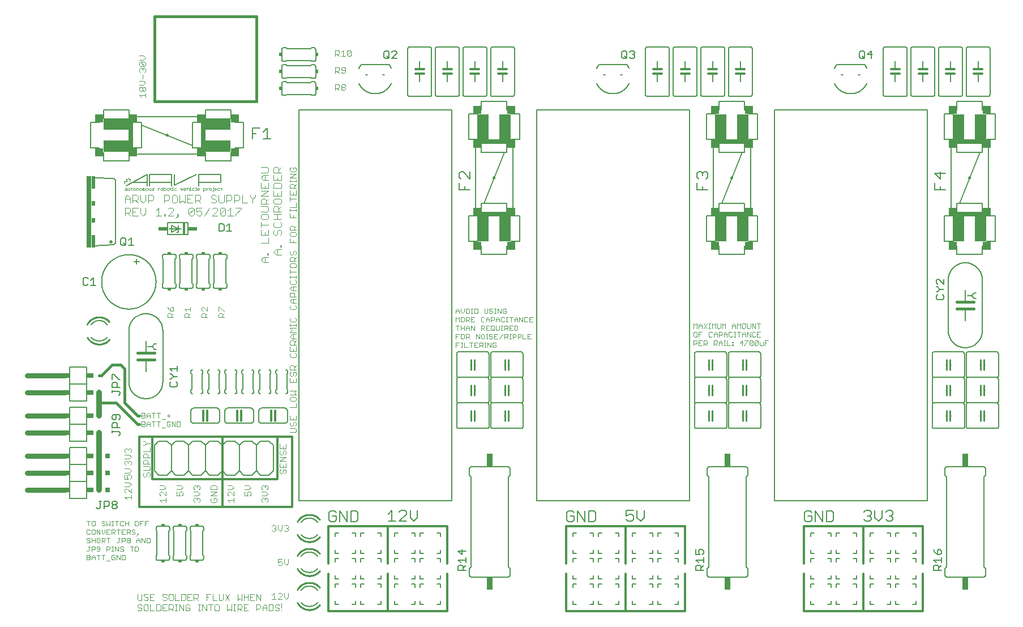
<source format=gto>
G75*
%MOIN*%
%OFA0B0*%
%FSLAX25Y25*%
%IPPOS*%
%LPD*%
%AMOC8*
5,1,8,0,0,1.08239X$1,22.5*
%
%ADD10C,0.00300*%
%ADD11C,0.01200*%
%ADD12C,0.00600*%
%ADD13C,0.00400*%
%ADD14C,0.03200*%
%ADD15C,0.01600*%
%ADD16R,0.05000X0.05000*%
%ADD17R,0.20000X0.02500*%
%ADD18R,0.07000X0.15000*%
%ADD19C,0.01000*%
%ADD20R,0.02000X0.01500*%
%ADD21C,0.02000*%
%ADD22R,0.03000X0.42000*%
%ADD23R,0.02000X0.07500*%
%ADD24R,0.02000X0.03000*%
%ADD25C,0.00500*%
%ADD26C,0.00200*%
%ADD27R,0.03200X0.07600*%
%ADD28R,0.02500X0.20000*%
%ADD29R,0.15000X0.07000*%
%ADD30R,0.01500X0.07000*%
%ADD31R,0.05500X0.02000*%
%ADD32R,0.01500X0.02000*%
%ADD33C,0.03000*%
%ADD34R,0.04000X0.03000*%
%ADD35R,0.03000X0.03000*%
D10*
X0305150Y0295767D02*
X0305767Y0295150D01*
X0307002Y0295150D01*
X0307619Y0295767D01*
X0307619Y0296384D01*
X0307002Y0297002D01*
X0305767Y0297002D01*
X0305150Y0297619D01*
X0305150Y0298236D01*
X0305767Y0298853D01*
X0307002Y0298853D01*
X0307619Y0298236D01*
X0308833Y0298236D02*
X0308833Y0295767D01*
X0309450Y0295150D01*
X0310685Y0295150D01*
X0311302Y0295767D01*
X0311302Y0298236D01*
X0310685Y0298853D01*
X0309450Y0298853D01*
X0308833Y0298236D01*
X0309450Y0301400D02*
X0308833Y0302017D01*
X0309450Y0301400D02*
X0310685Y0301400D01*
X0311302Y0302017D01*
X0311302Y0302634D01*
X0310685Y0303252D01*
X0309450Y0303252D01*
X0308833Y0303869D01*
X0308833Y0304486D01*
X0309450Y0305103D01*
X0310685Y0305103D01*
X0311302Y0304486D01*
X0312516Y0305103D02*
X0312516Y0301400D01*
X0314985Y0301400D01*
X0313751Y0303252D02*
X0312516Y0303252D01*
X0312516Y0305103D02*
X0314985Y0305103D01*
X0319883Y0304486D02*
X0319883Y0303869D01*
X0320500Y0303252D01*
X0321734Y0303252D01*
X0322351Y0302634D01*
X0322351Y0302017D01*
X0321734Y0301400D01*
X0320500Y0301400D01*
X0319883Y0302017D01*
X0319883Y0304486D02*
X0320500Y0305103D01*
X0321734Y0305103D01*
X0322351Y0304486D01*
X0323566Y0304486D02*
X0323566Y0302017D01*
X0324183Y0301400D01*
X0325417Y0301400D01*
X0326034Y0302017D01*
X0326034Y0304486D01*
X0325417Y0305103D01*
X0324183Y0305103D01*
X0323566Y0304486D01*
X0327249Y0305103D02*
X0327249Y0301400D01*
X0329718Y0301400D01*
X0330932Y0301400D02*
X0332784Y0301400D01*
X0333401Y0302017D01*
X0333401Y0304486D01*
X0332784Y0305103D01*
X0330932Y0305103D01*
X0330932Y0301400D01*
X0329704Y0298853D02*
X0332173Y0295150D01*
X0332173Y0298853D01*
X0333387Y0298236D02*
X0333387Y0295767D01*
X0334005Y0295150D01*
X0335239Y0295150D01*
X0335856Y0295767D01*
X0335856Y0297002D01*
X0334622Y0297002D01*
X0335856Y0298236D02*
X0335239Y0298853D01*
X0334005Y0298853D01*
X0333387Y0298236D01*
X0334615Y0301400D02*
X0337084Y0301400D01*
X0338298Y0301400D02*
X0338298Y0305103D01*
X0340150Y0305103D01*
X0340767Y0304486D01*
X0340767Y0303252D01*
X0340150Y0302634D01*
X0338298Y0302634D01*
X0339533Y0302634D02*
X0340767Y0301400D01*
X0340754Y0298853D02*
X0341988Y0298853D01*
X0341371Y0298853D02*
X0341371Y0295150D01*
X0340754Y0295150D02*
X0341988Y0295150D01*
X0343209Y0295150D02*
X0343209Y0298853D01*
X0345678Y0295150D01*
X0345678Y0298853D01*
X0346892Y0298853D02*
X0349361Y0298853D01*
X0348127Y0298853D02*
X0348127Y0295150D01*
X0350575Y0295767D02*
X0351193Y0295150D01*
X0352427Y0295150D01*
X0353044Y0295767D01*
X0353044Y0298236D01*
X0352427Y0298853D01*
X0351193Y0298853D01*
X0350575Y0298236D01*
X0350575Y0295767D01*
X0349348Y0301400D02*
X0351817Y0301400D01*
X0353031Y0302017D02*
X0353648Y0301400D01*
X0354882Y0301400D01*
X0355500Y0302017D01*
X0355500Y0305103D01*
X0356714Y0305103D02*
X0359183Y0301400D01*
X0356714Y0301400D02*
X0359183Y0305103D01*
X0364080Y0305103D02*
X0364080Y0301400D01*
X0365315Y0302634D01*
X0366549Y0301400D01*
X0366549Y0305103D01*
X0367763Y0305103D02*
X0367763Y0301400D01*
X0367763Y0303252D02*
X0370232Y0303252D01*
X0371447Y0303252D02*
X0372681Y0303252D01*
X0373915Y0305103D02*
X0371447Y0305103D01*
X0371447Y0301400D01*
X0373915Y0301400D01*
X0375130Y0301400D02*
X0375130Y0305103D01*
X0377599Y0301400D01*
X0377599Y0305103D01*
X0376981Y0298853D02*
X0375130Y0298853D01*
X0375130Y0295150D01*
X0375130Y0296384D02*
X0376981Y0296384D01*
X0377599Y0297002D01*
X0377599Y0298236D01*
X0376981Y0298853D01*
X0378813Y0297619D02*
X0380047Y0298853D01*
X0381282Y0297619D01*
X0381282Y0295150D01*
X0382496Y0295150D02*
X0384348Y0295150D01*
X0384965Y0295767D01*
X0384965Y0298236D01*
X0384348Y0298853D01*
X0382496Y0298853D01*
X0382496Y0295150D01*
X0381282Y0297002D02*
X0378813Y0297002D01*
X0378813Y0297619D02*
X0378813Y0295150D01*
X0386179Y0295767D02*
X0386796Y0295150D01*
X0388031Y0295150D01*
X0388648Y0295767D01*
X0388648Y0296384D01*
X0388031Y0297002D01*
X0386796Y0297002D01*
X0386179Y0297619D01*
X0386179Y0298236D01*
X0386796Y0298853D01*
X0388031Y0298853D01*
X0388648Y0298236D01*
X0389862Y0299470D02*
X0389862Y0297002D01*
X0389862Y0295767D02*
X0389862Y0295150D01*
X0390252Y0301900D02*
X0387784Y0301900D01*
X0390252Y0304369D01*
X0390252Y0304986D01*
X0389635Y0305603D01*
X0388401Y0305603D01*
X0387784Y0304986D01*
X0385335Y0305603D02*
X0385335Y0301900D01*
X0384101Y0301900D02*
X0386569Y0301900D01*
X0384101Y0304369D02*
X0385335Y0305603D01*
X0391467Y0305603D02*
X0391467Y0303134D01*
X0392701Y0301900D01*
X0393936Y0303134D01*
X0393936Y0305603D01*
X0392701Y0321900D02*
X0393936Y0323134D01*
X0393936Y0325603D01*
X0391467Y0325603D02*
X0391467Y0323134D01*
X0392701Y0321900D01*
X0390252Y0322517D02*
X0389635Y0321900D01*
X0388401Y0321900D01*
X0387784Y0322517D01*
X0387784Y0323752D02*
X0389018Y0324369D01*
X0389635Y0324369D01*
X0390252Y0323752D01*
X0390252Y0322517D01*
X0387784Y0323752D02*
X0387784Y0325603D01*
X0390252Y0325603D01*
X0389018Y0341900D02*
X0390252Y0343134D01*
X0390252Y0345603D01*
X0391467Y0344986D02*
X0392084Y0345603D01*
X0393318Y0345603D01*
X0393936Y0344986D01*
X0393936Y0344369D01*
X0393318Y0343752D01*
X0393936Y0343134D01*
X0393936Y0342517D01*
X0393318Y0341900D01*
X0392084Y0341900D01*
X0391467Y0342517D01*
X0392701Y0343752D02*
X0393318Y0343752D01*
X0389018Y0341900D02*
X0387784Y0343134D01*
X0387784Y0345603D01*
X0386569Y0344986D02*
X0386569Y0344369D01*
X0385952Y0343752D01*
X0386569Y0343134D01*
X0386569Y0342517D01*
X0385952Y0341900D01*
X0384718Y0341900D01*
X0384101Y0342517D01*
X0385335Y0343752D02*
X0385952Y0343752D01*
X0386569Y0344986D02*
X0385952Y0345603D01*
X0384718Y0345603D01*
X0384101Y0344986D01*
X0381233Y0359101D02*
X0381850Y0359718D01*
X0381850Y0360952D01*
X0381233Y0361569D01*
X0380616Y0361569D01*
X0379998Y0360952D01*
X0379998Y0360335D01*
X0379998Y0360952D02*
X0379381Y0361569D01*
X0378764Y0361569D01*
X0378147Y0360952D01*
X0378147Y0359718D01*
X0378764Y0359101D01*
X0378147Y0362784D02*
X0380616Y0362784D01*
X0381850Y0364018D01*
X0380616Y0365252D01*
X0378147Y0365252D01*
X0378764Y0366467D02*
X0378147Y0367084D01*
X0378147Y0368318D01*
X0378764Y0368936D01*
X0379381Y0368936D01*
X0379998Y0368318D01*
X0380616Y0368936D01*
X0381233Y0368936D01*
X0381850Y0368318D01*
X0381850Y0367084D01*
X0381233Y0366467D01*
X0379998Y0367701D02*
X0379998Y0368318D01*
X0371850Y0367701D02*
X0370616Y0368936D01*
X0368147Y0368936D01*
X0368147Y0366467D02*
X0370616Y0366467D01*
X0371850Y0367701D01*
X0371233Y0365252D02*
X0371850Y0364635D01*
X0371850Y0363401D01*
X0371233Y0362784D01*
X0369998Y0362784D02*
X0369381Y0364018D01*
X0369381Y0364635D01*
X0369998Y0365252D01*
X0371233Y0365252D01*
X0369998Y0362784D02*
X0368147Y0362784D01*
X0368147Y0365252D01*
X0361850Y0365252D02*
X0361850Y0362784D01*
X0359381Y0365252D01*
X0358764Y0365252D01*
X0358147Y0364635D01*
X0358147Y0363401D01*
X0358764Y0362784D01*
X0358147Y0360335D02*
X0361850Y0360335D01*
X0361850Y0359101D02*
X0361850Y0361569D01*
X0359381Y0359101D02*
X0358147Y0360335D01*
X0358147Y0366467D02*
X0360616Y0366467D01*
X0361850Y0367701D01*
X0360616Y0368936D01*
X0358147Y0368936D01*
X0351850Y0368318D02*
X0351233Y0368936D01*
X0348764Y0368936D01*
X0348147Y0368318D01*
X0348147Y0366467D01*
X0351850Y0366467D01*
X0351850Y0368318D01*
X0351850Y0365252D02*
X0348147Y0365252D01*
X0348147Y0362784D02*
X0351850Y0365252D01*
X0351850Y0362784D02*
X0348147Y0362784D01*
X0348764Y0361569D02*
X0348147Y0360952D01*
X0348147Y0359718D01*
X0348764Y0359101D01*
X0351233Y0359101D01*
X0351850Y0359718D01*
X0351850Y0360952D01*
X0351233Y0361569D01*
X0349998Y0361569D01*
X0349998Y0360335D01*
X0341850Y0360952D02*
X0341850Y0359718D01*
X0341233Y0359101D01*
X0339998Y0360335D02*
X0339998Y0360952D01*
X0340616Y0361569D01*
X0341233Y0361569D01*
X0341850Y0360952D01*
X0339998Y0360952D02*
X0339381Y0361569D01*
X0338764Y0361569D01*
X0338147Y0360952D01*
X0338147Y0359718D01*
X0338764Y0359101D01*
X0338147Y0362784D02*
X0340616Y0362784D01*
X0341850Y0364018D01*
X0340616Y0365252D01*
X0338147Y0365252D01*
X0338764Y0366467D02*
X0338147Y0367084D01*
X0338147Y0368318D01*
X0338764Y0368936D01*
X0339381Y0368936D01*
X0339998Y0368318D01*
X0340616Y0368936D01*
X0341233Y0368936D01*
X0341850Y0368318D01*
X0341850Y0367084D01*
X0341233Y0366467D01*
X0339998Y0367701D02*
X0339998Y0368318D01*
X0331850Y0367701D02*
X0330616Y0368936D01*
X0328147Y0368936D01*
X0328147Y0366467D02*
X0330616Y0366467D01*
X0331850Y0367701D01*
X0331233Y0365252D02*
X0331850Y0364635D01*
X0331850Y0363401D01*
X0331233Y0362784D01*
X0329998Y0362784D02*
X0329381Y0364018D01*
X0329381Y0364635D01*
X0329998Y0365252D01*
X0331233Y0365252D01*
X0329998Y0362784D02*
X0328147Y0362784D01*
X0328147Y0365252D01*
X0321850Y0365252D02*
X0321850Y0362784D01*
X0319381Y0365252D01*
X0318764Y0365252D01*
X0318147Y0364635D01*
X0318147Y0363401D01*
X0318764Y0362784D01*
X0318147Y0360335D02*
X0321850Y0360335D01*
X0321850Y0359101D02*
X0321850Y0361569D01*
X0319381Y0359101D02*
X0318147Y0360335D01*
X0318147Y0366467D02*
X0320616Y0366467D01*
X0321850Y0367701D01*
X0320616Y0368936D01*
X0318147Y0368936D01*
X0312350Y0374718D02*
X0311733Y0374101D01*
X0312350Y0374718D02*
X0312350Y0375952D01*
X0311733Y0376569D01*
X0311116Y0376569D01*
X0310498Y0375952D01*
X0310498Y0374718D01*
X0309881Y0374101D01*
X0309264Y0374101D01*
X0308647Y0374718D01*
X0308647Y0375952D01*
X0309264Y0376569D01*
X0308647Y0377784D02*
X0311733Y0377784D01*
X0312350Y0378401D01*
X0312350Y0379635D01*
X0311733Y0380252D01*
X0308647Y0380252D01*
X0308647Y0381467D02*
X0308647Y0383318D01*
X0309264Y0383936D01*
X0310498Y0383936D01*
X0311116Y0383318D01*
X0311116Y0381467D01*
X0312350Y0381467D02*
X0308647Y0381467D01*
X0308647Y0385150D02*
X0308647Y0387002D01*
X0309264Y0387619D01*
X0310498Y0387619D01*
X0311116Y0387002D01*
X0311116Y0385150D01*
X0312350Y0385150D02*
X0308647Y0385150D01*
X0308647Y0388833D02*
X0312350Y0388833D01*
X0312350Y0391302D01*
X0312350Y0393751D02*
X0310498Y0393751D01*
X0309264Y0394985D01*
X0308647Y0394985D01*
X0310498Y0393751D02*
X0309264Y0392516D01*
X0308647Y0392516D01*
X0301350Y0390093D02*
X0301350Y0388859D01*
X0300733Y0388242D01*
X0300116Y0387027D02*
X0297647Y0387027D01*
X0298264Y0388242D02*
X0297647Y0388859D01*
X0297647Y0390093D01*
X0298264Y0390710D01*
X0298881Y0390710D01*
X0299498Y0390093D01*
X0300116Y0390710D01*
X0300733Y0390710D01*
X0301350Y0390093D01*
X0299498Y0390093D02*
X0299498Y0389476D01*
X0300116Y0387027D02*
X0301350Y0385793D01*
X0300116Y0384558D01*
X0297647Y0384558D01*
X0298264Y0383344D02*
X0298881Y0383344D01*
X0299498Y0382727D01*
X0300116Y0383344D01*
X0300733Y0383344D01*
X0301350Y0382727D01*
X0301350Y0381492D01*
X0300733Y0380875D01*
X0299498Y0382110D02*
X0299498Y0382727D01*
X0298264Y0383344D02*
X0297647Y0382727D01*
X0297647Y0381492D01*
X0298264Y0380875D01*
X0297647Y0378869D02*
X0300116Y0378869D01*
X0301350Y0377634D01*
X0300116Y0376400D01*
X0297647Y0376400D01*
X0297647Y0375186D02*
X0297647Y0372717D01*
X0299498Y0372717D01*
X0298881Y0373951D01*
X0298881Y0374568D01*
X0299498Y0375186D01*
X0300733Y0375186D01*
X0301350Y0374568D01*
X0301350Y0373334D01*
X0300733Y0372717D01*
X0300116Y0370710D02*
X0297647Y0370710D01*
X0297647Y0368242D02*
X0300116Y0368242D01*
X0301350Y0369476D01*
X0300116Y0370710D01*
X0301350Y0367027D02*
X0301350Y0364558D01*
X0298881Y0367027D01*
X0298264Y0367027D01*
X0297647Y0366410D01*
X0297647Y0365176D01*
X0298264Y0364558D01*
X0297647Y0362110D02*
X0301350Y0362110D01*
X0301350Y0363344D02*
X0301350Y0360875D01*
X0298881Y0360875D02*
X0297647Y0362110D01*
X0297740Y0348052D02*
X0297740Y0345150D01*
X0296728Y0345634D02*
X0296245Y0345150D01*
X0295277Y0345150D01*
X0294793Y0345634D01*
X0294793Y0347569D01*
X0295277Y0348052D01*
X0296245Y0348052D01*
X0296728Y0347569D01*
X0297740Y0346601D02*
X0299675Y0346601D01*
X0299675Y0348052D02*
X0299675Y0345150D01*
X0300173Y0343052D02*
X0300657Y0342569D01*
X0300657Y0341601D01*
X0300173Y0341117D01*
X0298722Y0341117D01*
X0298722Y0340150D02*
X0298722Y0343052D01*
X0300173Y0343052D01*
X0301669Y0342569D02*
X0302152Y0343052D01*
X0303120Y0343052D01*
X0303604Y0342569D01*
X0303120Y0341601D02*
X0303604Y0341117D01*
X0303604Y0340634D01*
X0303120Y0340150D01*
X0302152Y0340150D01*
X0301669Y0340634D01*
X0302152Y0341601D02*
X0303120Y0341601D01*
X0302152Y0341601D02*
X0301669Y0342085D01*
X0301669Y0342569D01*
X0299690Y0341117D02*
X0300657Y0340150D01*
X0300173Y0338052D02*
X0300657Y0337569D01*
X0300657Y0337085D01*
X0300173Y0336601D01*
X0299206Y0336601D01*
X0298722Y0337085D01*
X0298722Y0337569D01*
X0299206Y0338052D01*
X0300173Y0338052D01*
X0300173Y0336601D02*
X0300657Y0336117D01*
X0300657Y0335634D01*
X0300173Y0335150D01*
X0299206Y0335150D01*
X0298722Y0335634D01*
X0298722Y0336117D01*
X0299206Y0336601D01*
X0297711Y0336601D02*
X0297227Y0336117D01*
X0295776Y0336117D01*
X0295776Y0335150D02*
X0295776Y0338052D01*
X0297227Y0338052D01*
X0297711Y0337569D01*
X0297711Y0336601D01*
X0294764Y0338052D02*
X0293797Y0338052D01*
X0294280Y0338052D02*
X0294280Y0335634D01*
X0293797Y0335150D01*
X0293313Y0335150D01*
X0292829Y0335634D01*
X0293782Y0333052D02*
X0293782Y0330150D01*
X0291847Y0333052D01*
X0291847Y0330150D01*
X0290850Y0330150D02*
X0289883Y0330150D01*
X0290366Y0330150D02*
X0290366Y0333052D01*
X0289883Y0333052D02*
X0290850Y0333052D01*
X0288871Y0332569D02*
X0288871Y0331601D01*
X0288387Y0331117D01*
X0286936Y0331117D01*
X0286936Y0330150D02*
X0286936Y0333052D01*
X0288387Y0333052D01*
X0288871Y0332569D01*
X0287904Y0335150D02*
X0287904Y0338052D01*
X0288871Y0338052D02*
X0286936Y0338052D01*
X0285925Y0337569D02*
X0285925Y0336601D01*
X0285441Y0336117D01*
X0283990Y0336117D01*
X0283990Y0335150D02*
X0283990Y0338052D01*
X0285441Y0338052D01*
X0285925Y0337569D01*
X0284957Y0336117D02*
X0285925Y0335150D01*
X0282978Y0335634D02*
X0282978Y0337569D01*
X0282494Y0338052D01*
X0281527Y0338052D01*
X0281043Y0337569D01*
X0281043Y0335634D01*
X0281527Y0335150D01*
X0282494Y0335150D01*
X0282978Y0335634D01*
X0282494Y0333052D02*
X0281527Y0333052D01*
X0281043Y0332569D01*
X0281043Y0332085D01*
X0281527Y0331601D01*
X0282978Y0331601D01*
X0282978Y0330634D02*
X0282978Y0332569D01*
X0282494Y0333052D01*
X0282978Y0330634D02*
X0282494Y0330150D01*
X0281527Y0330150D01*
X0281043Y0330634D01*
X0280031Y0331601D02*
X0279548Y0331117D01*
X0278097Y0331117D01*
X0278097Y0330150D02*
X0278097Y0333052D01*
X0279548Y0333052D01*
X0280031Y0332569D01*
X0280031Y0331601D01*
X0277085Y0333052D02*
X0276117Y0333052D01*
X0276601Y0333052D02*
X0276601Y0330634D01*
X0276117Y0330150D01*
X0275634Y0330150D01*
X0275150Y0330634D01*
X0275150Y0328052D02*
X0276601Y0328052D01*
X0277085Y0327569D01*
X0277085Y0327085D01*
X0276601Y0326601D01*
X0275150Y0326601D01*
X0275150Y0325150D02*
X0275150Y0328052D01*
X0276601Y0326601D02*
X0277085Y0326117D01*
X0277085Y0325634D01*
X0276601Y0325150D01*
X0275150Y0325150D01*
X0278097Y0325150D02*
X0278097Y0327085D01*
X0279064Y0328052D01*
X0280031Y0327085D01*
X0280031Y0325150D01*
X0280031Y0326601D02*
X0278097Y0326601D01*
X0281043Y0328052D02*
X0282978Y0328052D01*
X0282011Y0328052D02*
X0282011Y0325150D01*
X0284957Y0325150D02*
X0284957Y0328052D01*
X0283990Y0328052D02*
X0285925Y0328052D01*
X0286936Y0324666D02*
X0288871Y0324666D01*
X0289883Y0325634D02*
X0290366Y0325150D01*
X0291334Y0325150D01*
X0291818Y0325634D01*
X0291818Y0326601D01*
X0290850Y0326601D01*
X0289883Y0325634D02*
X0289883Y0327569D01*
X0290366Y0328052D01*
X0291334Y0328052D01*
X0291818Y0327569D01*
X0292829Y0328052D02*
X0294764Y0325150D01*
X0294764Y0328052D01*
X0295776Y0328052D02*
X0297227Y0328052D01*
X0297711Y0327569D01*
X0297711Y0325634D01*
X0297227Y0325150D01*
X0295776Y0325150D01*
X0295776Y0328052D01*
X0296245Y0330150D02*
X0295277Y0330150D01*
X0294793Y0330634D01*
X0295277Y0331601D02*
X0296245Y0331601D01*
X0296728Y0331117D01*
X0296728Y0330634D01*
X0296245Y0330150D01*
X0295277Y0331601D02*
X0294793Y0332085D01*
X0294793Y0332569D01*
X0295277Y0333052D01*
X0296245Y0333052D01*
X0296728Y0332569D01*
X0300686Y0333052D02*
X0302621Y0333052D01*
X0301654Y0333052D02*
X0301654Y0330150D01*
X0303633Y0330634D02*
X0304117Y0330150D01*
X0305084Y0330150D01*
X0305568Y0330634D01*
X0305568Y0332569D01*
X0305084Y0333052D01*
X0304117Y0333052D01*
X0303633Y0332569D01*
X0303633Y0330634D01*
X0304615Y0335150D02*
X0304615Y0337085D01*
X0305583Y0338052D01*
X0306550Y0337085D01*
X0306550Y0335150D01*
X0307562Y0335150D02*
X0307562Y0338052D01*
X0309497Y0335150D01*
X0309497Y0338052D01*
X0310508Y0338052D02*
X0311959Y0338052D01*
X0312443Y0337569D01*
X0312443Y0335634D01*
X0311959Y0335150D01*
X0310508Y0335150D01*
X0310508Y0338052D01*
X0306550Y0336601D02*
X0304615Y0336601D01*
X0304615Y0339183D02*
X0305583Y0340150D01*
X0305099Y0340150D01*
X0305099Y0340634D01*
X0305583Y0340634D01*
X0305583Y0340150D01*
X0305084Y0345150D02*
X0305568Y0345634D01*
X0305568Y0347569D01*
X0305084Y0348052D01*
X0304117Y0348052D01*
X0303633Y0347569D01*
X0303633Y0345634D01*
X0304117Y0345150D01*
X0305084Y0345150D01*
X0306580Y0345150D02*
X0306580Y0348052D01*
X0308515Y0348052D01*
X0309526Y0348052D02*
X0311461Y0348052D01*
X0310494Y0346601D02*
X0309526Y0346601D01*
X0309526Y0345150D02*
X0309526Y0348052D01*
X0307547Y0346601D02*
X0306580Y0346601D01*
X0297711Y0343052D02*
X0295776Y0343052D01*
X0295776Y0340150D01*
X0297711Y0340150D01*
X0296743Y0341601D02*
X0295776Y0341601D01*
X0294764Y0343052D02*
X0292829Y0343052D01*
X0293797Y0343052D02*
X0293797Y0340150D01*
X0291818Y0340150D02*
X0290850Y0341117D01*
X0291334Y0341117D02*
X0289883Y0341117D01*
X0289883Y0340150D02*
X0289883Y0343052D01*
X0291334Y0343052D01*
X0291818Y0342569D01*
X0291818Y0341601D01*
X0291334Y0341117D01*
X0288871Y0340150D02*
X0286936Y0340150D01*
X0286936Y0343052D01*
X0288871Y0343052D01*
X0287904Y0341601D02*
X0286936Y0341601D01*
X0285925Y0341117D02*
X0285925Y0343052D01*
X0285925Y0341117D02*
X0284957Y0340150D01*
X0283990Y0341117D01*
X0283990Y0343052D01*
X0282978Y0343052D02*
X0282978Y0340150D01*
X0281043Y0343052D01*
X0281043Y0340150D01*
X0280031Y0340634D02*
X0280031Y0342569D01*
X0279548Y0343052D01*
X0278580Y0343052D01*
X0278097Y0342569D01*
X0278097Y0340634D01*
X0278580Y0340150D01*
X0279548Y0340150D01*
X0280031Y0340634D01*
X0280031Y0338052D02*
X0280031Y0335150D01*
X0280031Y0336601D02*
X0278097Y0336601D01*
X0277085Y0336117D02*
X0277085Y0335634D01*
X0276601Y0335150D01*
X0275634Y0335150D01*
X0275150Y0335634D01*
X0275634Y0336601D02*
X0276601Y0336601D01*
X0277085Y0336117D01*
X0278097Y0335150D02*
X0278097Y0338052D01*
X0277085Y0337569D02*
X0276601Y0338052D01*
X0275634Y0338052D01*
X0275150Y0337569D01*
X0275150Y0337085D01*
X0275634Y0336601D01*
X0275634Y0340150D02*
X0276601Y0340150D01*
X0277085Y0340634D01*
X0275634Y0340150D02*
X0275150Y0340634D01*
X0275150Y0342569D01*
X0275634Y0343052D01*
X0276601Y0343052D01*
X0277085Y0342569D01*
X0276117Y0345150D02*
X0276117Y0348052D01*
X0275150Y0348052D02*
X0277085Y0348052D01*
X0278097Y0347569D02*
X0278097Y0345634D01*
X0278580Y0345150D01*
X0279548Y0345150D01*
X0280031Y0345634D01*
X0280031Y0347569D01*
X0279548Y0348052D01*
X0278580Y0348052D01*
X0278097Y0347569D01*
X0283990Y0347569D02*
X0283990Y0347085D01*
X0284473Y0346601D01*
X0285441Y0346601D01*
X0285925Y0346117D01*
X0285925Y0345634D01*
X0285441Y0345150D01*
X0284473Y0345150D01*
X0283990Y0345634D01*
X0283990Y0347569D02*
X0284473Y0348052D01*
X0285441Y0348052D01*
X0285925Y0347569D01*
X0286936Y0348052D02*
X0286936Y0345150D01*
X0287904Y0346117D01*
X0288871Y0345150D01*
X0288871Y0348052D01*
X0289883Y0348052D02*
X0290850Y0348052D01*
X0290366Y0348052D02*
X0290366Y0345150D01*
X0289883Y0345150D02*
X0290850Y0345150D01*
X0292814Y0345150D02*
X0292814Y0348052D01*
X0291847Y0348052D02*
X0293782Y0348052D01*
X0292829Y0328052D02*
X0292829Y0325150D01*
X0305150Y0305103D02*
X0305150Y0302017D01*
X0305767Y0301400D01*
X0307002Y0301400D01*
X0307619Y0302017D01*
X0307619Y0305103D01*
X0312516Y0298853D02*
X0312516Y0295150D01*
X0314985Y0295150D01*
X0316199Y0295150D02*
X0318051Y0295150D01*
X0318668Y0295767D01*
X0318668Y0298236D01*
X0318051Y0298853D01*
X0316199Y0298853D01*
X0316199Y0295150D01*
X0319883Y0295150D02*
X0322351Y0295150D01*
X0323566Y0295150D02*
X0323566Y0298853D01*
X0325417Y0298853D01*
X0326034Y0298236D01*
X0326034Y0297002D01*
X0325417Y0296384D01*
X0323566Y0296384D01*
X0324800Y0296384D02*
X0326034Y0295150D01*
X0327249Y0295150D02*
X0328483Y0295150D01*
X0327866Y0295150D02*
X0327866Y0298853D01*
X0327249Y0298853D02*
X0328483Y0298853D01*
X0329704Y0298853D02*
X0329704Y0295150D01*
X0334615Y0301400D02*
X0334615Y0305103D01*
X0337084Y0305103D01*
X0335850Y0303252D02*
X0334615Y0303252D01*
X0345665Y0303252D02*
X0346899Y0303252D01*
X0345665Y0305103D02*
X0348133Y0305103D01*
X0349348Y0305103D02*
X0349348Y0301400D01*
X0345665Y0301400D02*
X0345665Y0305103D01*
X0353031Y0305103D02*
X0353031Y0302017D01*
X0357942Y0298853D02*
X0357942Y0295150D01*
X0359176Y0296384D01*
X0360411Y0295150D01*
X0360411Y0298853D01*
X0361625Y0298853D02*
X0362859Y0298853D01*
X0362242Y0298853D02*
X0362242Y0295150D01*
X0361625Y0295150D02*
X0362859Y0295150D01*
X0364080Y0295150D02*
X0364080Y0298853D01*
X0365932Y0298853D01*
X0366549Y0298236D01*
X0366549Y0297002D01*
X0365932Y0296384D01*
X0364080Y0296384D01*
X0365315Y0296384D02*
X0366549Y0295150D01*
X0367763Y0295150D02*
X0370232Y0295150D01*
X0368998Y0297002D02*
X0367763Y0297002D01*
X0367763Y0298853D02*
X0367763Y0295150D01*
X0367763Y0298853D02*
X0370232Y0298853D01*
X0370232Y0301400D02*
X0370232Y0305103D01*
X0322351Y0298853D02*
X0319883Y0298853D01*
X0319883Y0295150D01*
X0319883Y0297002D02*
X0321117Y0297002D01*
X0389514Y0375942D02*
X0390131Y0375942D01*
X0390748Y0376559D01*
X0390748Y0377794D01*
X0391366Y0378411D01*
X0391983Y0378411D01*
X0392600Y0377794D01*
X0392600Y0376559D01*
X0391983Y0375942D01*
X0389514Y0375942D02*
X0388897Y0376559D01*
X0388897Y0377794D01*
X0389514Y0378411D01*
X0388897Y0379625D02*
X0392600Y0379625D01*
X0392600Y0382094D01*
X0392600Y0383308D02*
X0388897Y0383308D01*
X0392600Y0385777D01*
X0388897Y0385777D01*
X0389514Y0386992D02*
X0390131Y0386992D01*
X0390748Y0387609D01*
X0390748Y0388843D01*
X0391366Y0389460D01*
X0391983Y0389460D01*
X0392600Y0388843D01*
X0392600Y0387609D01*
X0391983Y0386992D01*
X0389514Y0386992D02*
X0388897Y0387609D01*
X0388897Y0388843D01*
X0389514Y0389460D01*
X0388897Y0390675D02*
X0392600Y0390675D01*
X0392600Y0393143D01*
X0390748Y0391909D02*
X0390748Y0390675D01*
X0388897Y0390675D02*
X0388897Y0393143D01*
X0394897Y0400150D02*
X0397983Y0400150D01*
X0398600Y0400767D01*
X0398600Y0402002D01*
X0397983Y0402619D01*
X0394897Y0402619D01*
X0395514Y0403833D02*
X0396131Y0403833D01*
X0396748Y0404450D01*
X0396748Y0405685D01*
X0397366Y0406302D01*
X0397983Y0406302D01*
X0398600Y0405685D01*
X0398600Y0404450D01*
X0397983Y0403833D01*
X0395514Y0403833D02*
X0394897Y0404450D01*
X0394897Y0405685D01*
X0395514Y0406302D01*
X0394897Y0407516D02*
X0398600Y0407516D01*
X0398600Y0409985D01*
X0396748Y0408751D02*
X0396748Y0407516D01*
X0394897Y0407516D02*
X0394897Y0409985D01*
X0394897Y0414883D02*
X0398600Y0414883D01*
X0398600Y0417351D01*
X0397983Y0418566D02*
X0398600Y0419183D01*
X0398600Y0420417D01*
X0397983Y0421034D01*
X0395514Y0421034D01*
X0394897Y0420417D01*
X0394897Y0419183D01*
X0395514Y0418566D01*
X0397983Y0418566D01*
X0398600Y0422249D02*
X0397366Y0423483D01*
X0398600Y0424718D01*
X0394897Y0424718D01*
X0394897Y0422249D02*
X0398600Y0422249D01*
X0398600Y0429615D02*
X0394897Y0429615D01*
X0394897Y0432084D01*
X0395514Y0433298D02*
X0396131Y0433298D01*
X0396748Y0433915D01*
X0396748Y0435150D01*
X0397366Y0435767D01*
X0397983Y0435767D01*
X0398600Y0435150D01*
X0398600Y0433915D01*
X0397983Y0433298D01*
X0398600Y0432084D02*
X0398600Y0429615D01*
X0396748Y0429615D02*
X0396748Y0430850D01*
X0395514Y0433298D02*
X0394897Y0433915D01*
X0394897Y0435150D01*
X0395514Y0435767D01*
X0394897Y0436981D02*
X0394897Y0438833D01*
X0395514Y0439450D01*
X0396748Y0439450D01*
X0397366Y0438833D01*
X0397366Y0436981D01*
X0398600Y0436981D02*
X0394897Y0436981D01*
X0397366Y0438216D02*
X0398600Y0439450D01*
X0397983Y0444348D02*
X0398600Y0444965D01*
X0398600Y0446199D01*
X0397983Y0446817D01*
X0398600Y0448031D02*
X0394897Y0448031D01*
X0394897Y0450500D01*
X0394897Y0451714D02*
X0394897Y0453566D01*
X0395514Y0454183D01*
X0396748Y0454183D01*
X0397366Y0453566D01*
X0397366Y0451714D01*
X0398600Y0451714D02*
X0394897Y0451714D01*
X0397366Y0452948D02*
X0398600Y0454183D01*
X0398600Y0455397D02*
X0396131Y0455397D01*
X0394897Y0456632D01*
X0396131Y0457866D01*
X0398600Y0457866D01*
X0398600Y0459080D02*
X0394897Y0459080D01*
X0396131Y0460315D01*
X0394897Y0461549D01*
X0398600Y0461549D01*
X0398600Y0462763D02*
X0398600Y0463998D01*
X0398600Y0463381D02*
X0394897Y0463381D01*
X0394897Y0463998D02*
X0394897Y0462763D01*
X0395514Y0465219D02*
X0397983Y0465219D01*
X0398600Y0465836D01*
X0398600Y0467070D01*
X0397983Y0467688D01*
X0395514Y0467688D02*
X0394897Y0467070D01*
X0394897Y0465836D01*
X0395514Y0465219D01*
X0395514Y0472585D02*
X0397983Y0472585D01*
X0398600Y0473202D01*
X0398600Y0474437D01*
X0397983Y0475054D01*
X0398600Y0476268D02*
X0396131Y0476268D01*
X0394897Y0477503D01*
X0396131Y0478737D01*
X0398600Y0478737D01*
X0398600Y0479951D02*
X0394897Y0479951D01*
X0394897Y0481803D01*
X0395514Y0482420D01*
X0396748Y0482420D01*
X0397366Y0481803D01*
X0397366Y0479951D01*
X0396748Y0478737D02*
X0396748Y0476268D01*
X0395514Y0475054D02*
X0394897Y0474437D01*
X0394897Y0473202D01*
X0395514Y0472585D01*
X0396131Y0483635D02*
X0394897Y0484869D01*
X0396131Y0486103D01*
X0398600Y0486103D01*
X0397983Y0487318D02*
X0398600Y0487935D01*
X0398600Y0489169D01*
X0397983Y0489787D01*
X0398600Y0491001D02*
X0398600Y0492235D01*
X0398600Y0491618D02*
X0394897Y0491618D01*
X0394897Y0491001D02*
X0394897Y0492235D01*
X0394897Y0493456D02*
X0394897Y0495925D01*
X0394897Y0494691D02*
X0398600Y0494691D01*
X0397983Y0497139D02*
X0398600Y0497757D01*
X0398600Y0498991D01*
X0397983Y0499608D01*
X0395514Y0499608D01*
X0394897Y0498991D01*
X0394897Y0497757D01*
X0395514Y0497139D01*
X0397983Y0497139D01*
X0398600Y0500823D02*
X0394897Y0500823D01*
X0394897Y0502674D01*
X0395514Y0503291D01*
X0396748Y0503291D01*
X0397366Y0502674D01*
X0397366Y0500823D01*
X0397366Y0502057D02*
X0398600Y0503291D01*
X0397983Y0504506D02*
X0398600Y0505123D01*
X0398600Y0506357D01*
X0397983Y0506975D01*
X0397366Y0506975D01*
X0396748Y0506357D01*
X0396748Y0505123D01*
X0396131Y0504506D01*
X0395514Y0504506D01*
X0394897Y0505123D01*
X0394897Y0506357D01*
X0395514Y0506975D01*
X0394897Y0511872D02*
X0394897Y0514341D01*
X0395514Y0515555D02*
X0397983Y0515555D01*
X0398600Y0516172D01*
X0398600Y0517407D01*
X0397983Y0518024D01*
X0395514Y0518024D01*
X0394897Y0517407D01*
X0394897Y0516172D01*
X0395514Y0515555D01*
X0396748Y0513106D02*
X0396748Y0511872D01*
X0394897Y0511872D02*
X0398600Y0511872D01*
X0398600Y0519238D02*
X0394897Y0519238D01*
X0394897Y0521090D01*
X0395514Y0521707D01*
X0396748Y0521707D01*
X0397366Y0521090D01*
X0397366Y0519238D01*
X0397366Y0520473D02*
X0398600Y0521707D01*
X0398600Y0526605D02*
X0394897Y0526605D01*
X0394897Y0529073D01*
X0394897Y0530288D02*
X0394897Y0531522D01*
X0394897Y0530905D02*
X0398600Y0530905D01*
X0398600Y0530288D02*
X0398600Y0531522D01*
X0398600Y0532743D02*
X0398600Y0535212D01*
X0398600Y0537661D02*
X0394897Y0537661D01*
X0394897Y0538895D02*
X0394897Y0536426D01*
X0394897Y0532743D02*
X0398600Y0532743D01*
X0396748Y0527839D02*
X0396748Y0526605D01*
X0396748Y0540109D02*
X0396748Y0541344D01*
X0394897Y0542578D02*
X0394897Y0540109D01*
X0398600Y0540109D01*
X0398600Y0542578D01*
X0398600Y0543793D02*
X0394897Y0543793D01*
X0394897Y0545644D01*
X0395514Y0546261D01*
X0396748Y0546261D01*
X0397366Y0545644D01*
X0397366Y0543793D01*
X0397366Y0545027D02*
X0398600Y0546261D01*
X0398600Y0547476D02*
X0398600Y0548710D01*
X0398600Y0548093D02*
X0394897Y0548093D01*
X0394897Y0547476D02*
X0394897Y0548710D01*
X0394897Y0549931D02*
X0398600Y0552400D01*
X0394897Y0552400D01*
X0395514Y0553614D02*
X0397983Y0553614D01*
X0398600Y0554232D01*
X0398600Y0555466D01*
X0397983Y0556083D01*
X0396748Y0556083D01*
X0396748Y0554849D01*
X0395514Y0556083D02*
X0394897Y0555466D01*
X0394897Y0554232D01*
X0395514Y0553614D01*
X0394897Y0549931D02*
X0398600Y0549931D01*
X0395514Y0489787D02*
X0394897Y0489169D01*
X0394897Y0487935D01*
X0395514Y0487318D01*
X0397983Y0487318D01*
X0396748Y0486103D02*
X0396748Y0483635D01*
X0396131Y0483635D02*
X0398600Y0483635D01*
X0396748Y0457866D02*
X0396748Y0455397D01*
X0398600Y0450500D02*
X0398600Y0448031D01*
X0396748Y0448031D02*
X0396748Y0449265D01*
X0395514Y0446817D02*
X0394897Y0446199D01*
X0394897Y0444965D01*
X0395514Y0444348D01*
X0397983Y0444348D01*
X0330211Y0405969D02*
X0329727Y0406452D01*
X0328276Y0406452D01*
X0328276Y0403550D01*
X0329727Y0403550D01*
X0330211Y0404034D01*
X0330211Y0405969D01*
X0327264Y0406452D02*
X0327264Y0403550D01*
X0325329Y0406452D01*
X0325329Y0403550D01*
X0324318Y0404034D02*
X0324318Y0405001D01*
X0323350Y0405001D01*
X0322383Y0404034D02*
X0322866Y0403550D01*
X0323834Y0403550D01*
X0324318Y0404034D01*
X0324318Y0405969D02*
X0323834Y0406452D01*
X0322866Y0406452D01*
X0322383Y0405969D01*
X0322383Y0404034D01*
X0321371Y0403066D02*
X0319436Y0403066D01*
X0317457Y0403550D02*
X0317457Y0406452D01*
X0316490Y0406452D02*
X0318425Y0406452D01*
X0319436Y0408066D02*
X0321371Y0408066D01*
X0322383Y0410001D02*
X0324318Y0410001D01*
X0323350Y0410969D02*
X0323350Y0409034D01*
X0318425Y0411452D02*
X0316490Y0411452D01*
X0317457Y0411452D02*
X0317457Y0408550D01*
X0315478Y0406452D02*
X0313543Y0406452D01*
X0314511Y0406452D02*
X0314511Y0403550D01*
X0312531Y0403550D02*
X0312531Y0405485D01*
X0311564Y0406452D01*
X0310597Y0405485D01*
X0310597Y0403550D01*
X0309585Y0404034D02*
X0309101Y0403550D01*
X0307650Y0403550D01*
X0307650Y0406452D01*
X0309101Y0406452D01*
X0309585Y0405969D01*
X0309585Y0405485D01*
X0309101Y0405001D01*
X0307650Y0405001D01*
X0309101Y0405001D02*
X0309585Y0404517D01*
X0309585Y0404034D01*
X0310597Y0405001D02*
X0312531Y0405001D01*
X0312531Y0408550D02*
X0312531Y0410485D01*
X0311564Y0411452D01*
X0310597Y0410485D01*
X0310597Y0408550D01*
X0309585Y0409034D02*
X0309101Y0408550D01*
X0307650Y0408550D01*
X0307650Y0411452D01*
X0309101Y0411452D01*
X0309585Y0410969D01*
X0309585Y0410485D01*
X0309101Y0410001D01*
X0307650Y0410001D01*
X0309101Y0410001D02*
X0309585Y0409517D01*
X0309585Y0409034D01*
X0310597Y0410001D02*
X0312531Y0410001D01*
X0313543Y0411452D02*
X0315478Y0411452D01*
X0314511Y0411452D02*
X0314511Y0408550D01*
X0388897Y0382094D02*
X0388897Y0379625D01*
X0390748Y0379625D02*
X0390748Y0380860D01*
X0492650Y0450150D02*
X0492650Y0453052D01*
X0494585Y0453052D01*
X0495597Y0453052D02*
X0496564Y0453052D01*
X0496080Y0453052D02*
X0496080Y0450150D01*
X0495597Y0450150D02*
X0496564Y0450150D01*
X0497561Y0450150D02*
X0499496Y0450150D01*
X0497561Y0450150D02*
X0497561Y0453052D01*
X0497048Y0455150D02*
X0497531Y0455634D01*
X0497531Y0457569D01*
X0497048Y0458052D01*
X0496080Y0458052D01*
X0495597Y0457569D01*
X0495597Y0455634D01*
X0496080Y0455150D01*
X0497048Y0455150D01*
X0498543Y0455150D02*
X0498543Y0458052D01*
X0499994Y0458052D01*
X0500478Y0457569D01*
X0500478Y0456601D01*
X0499994Y0456117D01*
X0498543Y0456117D01*
X0499511Y0456117D02*
X0500478Y0455150D01*
X0500507Y0453052D02*
X0502442Y0453052D01*
X0501475Y0453052D02*
X0501475Y0450150D01*
X0503454Y0450150D02*
X0505389Y0450150D01*
X0506400Y0450150D02*
X0506400Y0453052D01*
X0507852Y0453052D01*
X0508335Y0452569D01*
X0508335Y0451601D01*
X0507852Y0451117D01*
X0506400Y0451117D01*
X0507368Y0451117D02*
X0508335Y0450150D01*
X0509347Y0450150D02*
X0510314Y0450150D01*
X0509831Y0450150D02*
X0509831Y0453052D01*
X0510314Y0453052D02*
X0509347Y0453052D01*
X0511311Y0453052D02*
X0513246Y0450150D01*
X0513246Y0453052D01*
X0514258Y0452569D02*
X0514258Y0450634D01*
X0514742Y0450150D01*
X0515709Y0450150D01*
X0516193Y0450634D01*
X0516193Y0451601D01*
X0515225Y0451601D01*
X0514258Y0452569D02*
X0514742Y0453052D01*
X0515709Y0453052D01*
X0516193Y0452569D01*
X0515240Y0455150D02*
X0517175Y0455150D01*
X0518186Y0455150D02*
X0520121Y0458052D01*
X0521133Y0458052D02*
X0522584Y0458052D01*
X0523068Y0457569D01*
X0523068Y0456601D01*
X0522584Y0456117D01*
X0521133Y0456117D01*
X0521133Y0455150D02*
X0521133Y0458052D01*
X0521133Y0460150D02*
X0521133Y0463052D01*
X0522584Y0463052D01*
X0523068Y0462569D01*
X0523068Y0461601D01*
X0522584Y0461117D01*
X0521133Y0461117D01*
X0522100Y0461117D02*
X0523068Y0460150D01*
X0524080Y0460150D02*
X0526015Y0460150D01*
X0527026Y0460150D02*
X0528477Y0460150D01*
X0528961Y0460634D01*
X0528961Y0462569D01*
X0528477Y0463052D01*
X0527026Y0463052D01*
X0527026Y0460150D01*
X0527495Y0458052D02*
X0527979Y0457569D01*
X0527979Y0456601D01*
X0527495Y0456117D01*
X0526044Y0456117D01*
X0526044Y0455150D02*
X0526044Y0458052D01*
X0527495Y0458052D01*
X0528990Y0458052D02*
X0530442Y0458052D01*
X0530925Y0457569D01*
X0530925Y0456601D01*
X0530442Y0456117D01*
X0528990Y0456117D01*
X0528990Y0455150D02*
X0528990Y0458052D01*
X0531937Y0458052D02*
X0531937Y0455150D01*
X0533872Y0455150D01*
X0534883Y0455150D02*
X0536818Y0455150D01*
X0535851Y0456601D02*
X0534883Y0456601D01*
X0534883Y0458052D02*
X0534883Y0455150D01*
X0534883Y0458052D02*
X0536818Y0458052D01*
X0535866Y0465150D02*
X0537801Y0465150D01*
X0536833Y0466601D02*
X0535866Y0466601D01*
X0534854Y0465634D02*
X0534370Y0465150D01*
X0533403Y0465150D01*
X0532919Y0465634D01*
X0532919Y0467569D01*
X0533403Y0468052D01*
X0534370Y0468052D01*
X0534854Y0467569D01*
X0535866Y0468052D02*
X0535866Y0465150D01*
X0535866Y0468052D02*
X0537801Y0468052D01*
X0531908Y0468052D02*
X0531908Y0465150D01*
X0529973Y0468052D01*
X0529973Y0465150D01*
X0528961Y0465150D02*
X0528961Y0467085D01*
X0527994Y0468052D01*
X0527026Y0467085D01*
X0527026Y0465150D01*
X0527026Y0466601D02*
X0528961Y0466601D01*
X0526015Y0468052D02*
X0524080Y0468052D01*
X0525047Y0468052D02*
X0525047Y0465150D01*
X0523083Y0465150D02*
X0522115Y0465150D01*
X0522599Y0465150D02*
X0522599Y0468052D01*
X0522115Y0468052D02*
X0523083Y0468052D01*
X0521104Y0467569D02*
X0520620Y0468052D01*
X0519652Y0468052D01*
X0519169Y0467569D01*
X0519169Y0465634D01*
X0519652Y0465150D01*
X0520620Y0465150D01*
X0521104Y0465634D01*
X0520136Y0463052D02*
X0519169Y0463052D01*
X0519652Y0463052D02*
X0519652Y0460150D01*
X0519169Y0460150D02*
X0520136Y0460150D01*
X0518157Y0460634D02*
X0518157Y0463052D01*
X0516222Y0463052D02*
X0516222Y0460634D01*
X0516706Y0460150D01*
X0517673Y0460150D01*
X0518157Y0460634D01*
X0517175Y0458052D02*
X0515240Y0458052D01*
X0515240Y0455150D01*
X0514228Y0455634D02*
X0513745Y0455150D01*
X0512777Y0455150D01*
X0512293Y0455634D01*
X0512777Y0456601D02*
X0513745Y0456601D01*
X0514228Y0456117D01*
X0514228Y0455634D01*
X0515240Y0456601D02*
X0516207Y0456601D01*
X0514228Y0457569D02*
X0513745Y0458052D01*
X0512777Y0458052D01*
X0512293Y0457569D01*
X0512293Y0457085D01*
X0512777Y0456601D01*
X0511297Y0455150D02*
X0510329Y0455150D01*
X0510813Y0455150D02*
X0510813Y0458052D01*
X0510329Y0458052D02*
X0511297Y0458052D01*
X0509318Y0457569D02*
X0508834Y0458052D01*
X0507866Y0458052D01*
X0507383Y0457569D01*
X0507383Y0455634D01*
X0507866Y0455150D01*
X0508834Y0455150D01*
X0509318Y0455634D01*
X0509318Y0457569D01*
X0509318Y0460150D02*
X0508350Y0461117D01*
X0508834Y0461117D02*
X0507383Y0461117D01*
X0507383Y0460150D02*
X0507383Y0463052D01*
X0508834Y0463052D01*
X0509318Y0462569D01*
X0509318Y0461601D01*
X0508834Y0461117D01*
X0510329Y0461601D02*
X0511297Y0461601D01*
X0512264Y0460150D02*
X0510329Y0460150D01*
X0510329Y0463052D01*
X0512264Y0463052D01*
X0513276Y0462569D02*
X0513759Y0463052D01*
X0514727Y0463052D01*
X0515211Y0462569D01*
X0515211Y0460634D01*
X0514727Y0460150D01*
X0513759Y0460150D01*
X0513276Y0460634D01*
X0513276Y0462569D01*
X0514243Y0461117D02*
X0515211Y0460150D01*
X0516222Y0465150D02*
X0516222Y0467085D01*
X0517190Y0468052D01*
X0518157Y0467085D01*
X0518157Y0465150D01*
X0518157Y0466601D02*
X0516222Y0466601D01*
X0515211Y0466601D02*
X0514727Y0466117D01*
X0513276Y0466117D01*
X0513276Y0465150D02*
X0513276Y0468052D01*
X0514727Y0468052D01*
X0515211Y0467569D01*
X0515211Y0466601D01*
X0512264Y0466601D02*
X0510329Y0466601D01*
X0510329Y0467085D02*
X0511297Y0468052D01*
X0512264Y0467085D01*
X0512264Y0465150D01*
X0510329Y0465150D02*
X0510329Y0467085D01*
X0509318Y0467569D02*
X0508834Y0468052D01*
X0507866Y0468052D01*
X0507383Y0467569D01*
X0507383Y0465634D01*
X0507866Y0465150D01*
X0508834Y0465150D01*
X0509318Y0465634D01*
X0509831Y0470150D02*
X0510798Y0470150D01*
X0511282Y0470634D01*
X0511282Y0473052D01*
X0512293Y0472569D02*
X0512293Y0472085D01*
X0512777Y0471601D01*
X0513745Y0471601D01*
X0514228Y0471117D01*
X0514228Y0470634D01*
X0513745Y0470150D01*
X0512777Y0470150D01*
X0512293Y0470634D01*
X0512293Y0472569D02*
X0512777Y0473052D01*
X0513745Y0473052D01*
X0514228Y0472569D01*
X0515240Y0473052D02*
X0516207Y0473052D01*
X0515724Y0473052D02*
X0515724Y0470150D01*
X0516207Y0470150D02*
X0515240Y0470150D01*
X0517204Y0470150D02*
X0517204Y0473052D01*
X0519139Y0470150D01*
X0519139Y0473052D01*
X0520151Y0472569D02*
X0520151Y0470634D01*
X0520635Y0470150D01*
X0521602Y0470150D01*
X0522086Y0470634D01*
X0522086Y0471601D01*
X0521118Y0471601D01*
X0520151Y0472569D02*
X0520635Y0473052D01*
X0521602Y0473052D01*
X0522086Y0472569D01*
X0524080Y0463052D02*
X0524080Y0460150D01*
X0524080Y0461601D02*
X0525047Y0461601D01*
X0524080Y0463052D02*
X0526015Y0463052D01*
X0525047Y0458052D02*
X0524080Y0458052D01*
X0524563Y0458052D02*
X0524563Y0455150D01*
X0524080Y0455150D02*
X0525047Y0455150D01*
X0523068Y0455150D02*
X0522100Y0456117D01*
X0511311Y0453052D02*
X0511311Y0450150D01*
X0505389Y0453052D02*
X0503454Y0453052D01*
X0503454Y0450150D01*
X0503454Y0451601D02*
X0504421Y0451601D01*
X0504436Y0455150D02*
X0504436Y0458052D01*
X0506371Y0455150D01*
X0506371Y0458052D01*
X0503425Y0460150D02*
X0503425Y0463052D01*
X0501490Y0463052D02*
X0503425Y0460150D01*
X0501490Y0460150D02*
X0501490Y0463052D01*
X0500478Y0462085D02*
X0499511Y0463052D01*
X0498543Y0462085D01*
X0498543Y0460150D01*
X0497531Y0460150D02*
X0497531Y0463052D01*
X0497531Y0461601D02*
X0495597Y0461601D01*
X0495597Y0460150D02*
X0495597Y0463052D01*
X0494585Y0463052D02*
X0492650Y0463052D01*
X0493617Y0463052D02*
X0493617Y0460150D01*
X0492650Y0458052D02*
X0494585Y0458052D01*
X0493617Y0456601D02*
X0492650Y0456601D01*
X0492650Y0455150D02*
X0492650Y0458052D01*
X0492650Y0451601D02*
X0493617Y0451601D01*
X0500478Y0460150D02*
X0500478Y0462085D01*
X0500478Y0461601D02*
X0498543Y0461601D01*
X0498543Y0465150D02*
X0498543Y0468052D01*
X0499994Y0468052D01*
X0500478Y0467569D01*
X0500478Y0466601D01*
X0499994Y0466117D01*
X0498543Y0466117D01*
X0499511Y0466117D02*
X0500478Y0465150D01*
X0501490Y0465150D02*
X0503425Y0465150D01*
X0502457Y0466601D02*
X0501490Y0466601D01*
X0501490Y0468052D02*
X0501490Y0465150D01*
X0501490Y0468052D02*
X0503425Y0468052D01*
X0503454Y0470150D02*
X0504905Y0470150D01*
X0505389Y0470634D01*
X0505389Y0472569D01*
X0504905Y0473052D01*
X0503454Y0473052D01*
X0503454Y0470150D01*
X0502457Y0470150D02*
X0501490Y0470150D01*
X0501973Y0470150D02*
X0501973Y0473052D01*
X0501490Y0473052D02*
X0502457Y0473052D01*
X0500478Y0472569D02*
X0499994Y0473052D01*
X0499027Y0473052D01*
X0498543Y0472569D01*
X0498543Y0470634D01*
X0499027Y0470150D01*
X0499994Y0470150D01*
X0500478Y0470634D01*
X0500478Y0472569D01*
X0497531Y0473052D02*
X0497531Y0471117D01*
X0496564Y0470150D01*
X0495597Y0471117D01*
X0495597Y0473052D01*
X0494585Y0472085D02*
X0494585Y0470150D01*
X0494585Y0471601D02*
X0492650Y0471601D01*
X0492650Y0472085D02*
X0493617Y0473052D01*
X0494585Y0472085D01*
X0492650Y0472085D02*
X0492650Y0470150D01*
X0492650Y0468052D02*
X0493617Y0467085D01*
X0494585Y0468052D01*
X0494585Y0465150D01*
X0495597Y0465634D02*
X0496080Y0465150D01*
X0497048Y0465150D01*
X0497531Y0465634D01*
X0497531Y0467569D01*
X0497048Y0468052D01*
X0496080Y0468052D01*
X0495597Y0467569D01*
X0495597Y0465634D01*
X0492650Y0465150D02*
X0492650Y0468052D01*
X0509347Y0470634D02*
X0509831Y0470150D01*
X0509347Y0470634D02*
X0509347Y0473052D01*
X0632650Y0464302D02*
X0632650Y0461400D01*
X0634585Y0461400D02*
X0634585Y0464302D01*
X0633617Y0463335D01*
X0632650Y0464302D01*
X0635597Y0463335D02*
X0636564Y0464302D01*
X0637531Y0463335D01*
X0637531Y0461400D01*
X0638543Y0461400D02*
X0640478Y0464302D01*
X0641490Y0464302D02*
X0642457Y0464302D01*
X0641973Y0464302D02*
X0641973Y0461400D01*
X0641490Y0461400D02*
X0642457Y0461400D01*
X0643454Y0461400D02*
X0643454Y0464302D01*
X0644421Y0463335D01*
X0645389Y0464302D01*
X0645389Y0461400D01*
X0646400Y0461884D02*
X0646884Y0461400D01*
X0647852Y0461400D01*
X0648335Y0461884D01*
X0648335Y0464302D01*
X0649347Y0464302D02*
X0650314Y0463335D01*
X0651282Y0464302D01*
X0651282Y0461400D01*
X0649347Y0461400D02*
X0649347Y0464302D01*
X0646400Y0464302D02*
X0646400Y0461884D01*
X0647383Y0459302D02*
X0648834Y0459302D01*
X0649318Y0458819D01*
X0649318Y0457851D01*
X0648834Y0457367D01*
X0647383Y0457367D01*
X0647383Y0456400D02*
X0647383Y0459302D01*
X0646371Y0458335D02*
X0646371Y0456400D01*
X0646371Y0457851D02*
X0644436Y0457851D01*
X0644436Y0458335D02*
X0645404Y0459302D01*
X0646371Y0458335D01*
X0644436Y0458335D02*
X0644436Y0456400D01*
X0643425Y0456884D02*
X0642941Y0456400D01*
X0641973Y0456400D01*
X0641490Y0456884D01*
X0641490Y0458819D01*
X0641973Y0459302D01*
X0642941Y0459302D01*
X0643425Y0458819D01*
X0640478Y0461400D02*
X0638543Y0464302D01*
X0637531Y0462851D02*
X0635597Y0462851D01*
X0635597Y0463335D02*
X0635597Y0461400D01*
X0635597Y0459302D02*
X0637531Y0459302D01*
X0636564Y0457851D02*
X0635597Y0457851D01*
X0634585Y0456884D02*
X0634585Y0458819D01*
X0634101Y0459302D01*
X0633134Y0459302D01*
X0632650Y0458819D01*
X0632650Y0456884D01*
X0633134Y0456400D01*
X0634101Y0456400D01*
X0634585Y0456884D01*
X0635597Y0456400D02*
X0635597Y0459302D01*
X0635597Y0454302D02*
X0635597Y0451400D01*
X0637531Y0451400D01*
X0638543Y0451400D02*
X0638543Y0454302D01*
X0639994Y0454302D01*
X0640478Y0453819D01*
X0640478Y0452851D01*
X0639994Y0452367D01*
X0638543Y0452367D01*
X0639511Y0452367D02*
X0640478Y0451400D01*
X0644436Y0451400D02*
X0644436Y0454302D01*
X0645887Y0454302D01*
X0646371Y0453819D01*
X0646371Y0452851D01*
X0645887Y0452367D01*
X0644436Y0452367D01*
X0645404Y0452367D02*
X0646371Y0451400D01*
X0647383Y0451400D02*
X0647383Y0453335D01*
X0648350Y0454302D01*
X0649318Y0453335D01*
X0649318Y0451400D01*
X0650329Y0451400D02*
X0651297Y0451400D01*
X0650813Y0451400D02*
X0650813Y0454302D01*
X0650329Y0454302D02*
X0651297Y0454302D01*
X0652293Y0454302D02*
X0652293Y0451400D01*
X0654228Y0451400D01*
X0655240Y0451400D02*
X0655240Y0451884D01*
X0655724Y0451884D01*
X0655724Y0451400D01*
X0655240Y0451400D01*
X0655240Y0452851D02*
X0655240Y0453335D01*
X0655724Y0453335D01*
X0655724Y0452851D01*
X0655240Y0452851D01*
X0654727Y0456400D02*
X0655211Y0456884D01*
X0654727Y0456400D02*
X0653759Y0456400D01*
X0653276Y0456884D01*
X0653276Y0458819D01*
X0653759Y0459302D01*
X0654727Y0459302D01*
X0655211Y0458819D01*
X0656222Y0459302D02*
X0657190Y0459302D01*
X0656706Y0459302D02*
X0656706Y0456400D01*
X0656222Y0456400D02*
X0657190Y0456400D01*
X0659154Y0456400D02*
X0659154Y0459302D01*
X0660121Y0459302D02*
X0658186Y0459302D01*
X0658186Y0461400D02*
X0658186Y0464302D01*
X0659154Y0463335D01*
X0660121Y0464302D01*
X0660121Y0461400D01*
X0661133Y0461884D02*
X0661617Y0461400D01*
X0662584Y0461400D01*
X0663068Y0461884D01*
X0663068Y0463819D01*
X0662584Y0464302D01*
X0661617Y0464302D01*
X0661133Y0463819D01*
X0661133Y0461884D01*
X0662100Y0459302D02*
X0663068Y0458335D01*
X0663068Y0456400D01*
X0664080Y0456400D02*
X0664080Y0459302D01*
X0666015Y0456400D01*
X0666015Y0459302D01*
X0667026Y0458819D02*
X0667026Y0456884D01*
X0667510Y0456400D01*
X0668477Y0456400D01*
X0668961Y0456884D01*
X0669973Y0456400D02*
X0671908Y0456400D01*
X0670940Y0457851D02*
X0669973Y0457851D01*
X0668961Y0458819D02*
X0668477Y0459302D01*
X0667510Y0459302D01*
X0667026Y0458819D01*
X0667026Y0461400D02*
X0667026Y0464302D01*
X0668961Y0461400D01*
X0668961Y0464302D01*
X0669973Y0464302D02*
X0671908Y0464302D01*
X0670940Y0464302D02*
X0670940Y0461400D01*
X0669973Y0459302D02*
X0669973Y0456400D01*
X0669951Y0454302D02*
X0670434Y0453819D01*
X0668499Y0451884D01*
X0668983Y0451400D01*
X0669951Y0451400D01*
X0670434Y0451884D01*
X0670434Y0453819D01*
X0669951Y0454302D02*
X0668983Y0454302D01*
X0668499Y0453819D01*
X0668499Y0451884D01*
X0667488Y0451884D02*
X0667004Y0451400D01*
X0666037Y0451400D01*
X0665553Y0451884D01*
X0667488Y0453819D01*
X0667488Y0451884D01*
X0667488Y0453819D02*
X0667004Y0454302D01*
X0666037Y0454302D01*
X0665553Y0453819D01*
X0665553Y0451884D01*
X0664541Y0453819D02*
X0662606Y0451884D01*
X0662606Y0451400D01*
X0661111Y0451400D02*
X0661111Y0454302D01*
X0659660Y0452851D01*
X0661595Y0452851D01*
X0662606Y0454302D02*
X0664541Y0454302D01*
X0664541Y0453819D01*
X0661133Y0456400D02*
X0661133Y0458335D01*
X0662100Y0459302D01*
X0661133Y0457851D02*
X0663068Y0457851D01*
X0664563Y0461400D02*
X0664080Y0461884D01*
X0664080Y0464302D01*
X0666015Y0464302D02*
X0666015Y0461884D01*
X0665531Y0461400D01*
X0664563Y0461400D01*
X0669973Y0459302D02*
X0671908Y0459302D01*
X0674392Y0454302D02*
X0676327Y0454302D01*
X0675360Y0452851D02*
X0674392Y0452851D01*
X0673381Y0453335D02*
X0673381Y0451400D01*
X0671930Y0451400D01*
X0671446Y0451884D01*
X0671446Y0453335D01*
X0674392Y0454302D02*
X0674392Y0451400D01*
X0657175Y0461400D02*
X0657175Y0463335D01*
X0656207Y0464302D01*
X0655240Y0463335D01*
X0655240Y0461400D01*
X0655240Y0462851D02*
X0657175Y0462851D01*
X0652264Y0458335D02*
X0652264Y0456400D01*
X0652264Y0457851D02*
X0650329Y0457851D01*
X0650329Y0458335D02*
X0651297Y0459302D01*
X0652264Y0458335D01*
X0650329Y0458335D02*
X0650329Y0456400D01*
X0649318Y0452851D02*
X0647383Y0452851D01*
X0637531Y0454302D02*
X0635597Y0454302D01*
X0634585Y0453819D02*
X0634585Y0452851D01*
X0634101Y0452367D01*
X0632650Y0452367D01*
X0632650Y0451400D02*
X0632650Y0454302D01*
X0634101Y0454302D01*
X0634585Y0453819D01*
X0635597Y0452851D02*
X0636564Y0452851D01*
X0309850Y0597259D02*
X0309850Y0599728D01*
X0309850Y0598493D02*
X0306147Y0598493D01*
X0307381Y0597259D01*
X0307381Y0600942D02*
X0306764Y0600942D01*
X0306147Y0601559D01*
X0306147Y0602794D01*
X0306764Y0603411D01*
X0307381Y0603411D01*
X0307998Y0602794D01*
X0307998Y0601559D01*
X0307381Y0600942D01*
X0307998Y0601559D02*
X0308616Y0600942D01*
X0309233Y0600942D01*
X0309850Y0601559D01*
X0309850Y0602794D01*
X0309233Y0603411D01*
X0308616Y0603411D01*
X0307998Y0602794D01*
X0308616Y0604625D02*
X0309850Y0605860D01*
X0308616Y0607094D01*
X0306147Y0607094D01*
X0307998Y0608308D02*
X0307998Y0610777D01*
X0306764Y0611992D02*
X0306147Y0612609D01*
X0306147Y0613843D01*
X0306764Y0614460D01*
X0307381Y0614460D01*
X0307998Y0613843D01*
X0308616Y0614460D01*
X0309233Y0614460D01*
X0309850Y0613843D01*
X0309850Y0612609D01*
X0309233Y0611992D01*
X0307998Y0613226D02*
X0307998Y0613843D01*
X0306764Y0615675D02*
X0306147Y0616292D01*
X0306147Y0617526D01*
X0306764Y0618143D01*
X0309233Y0615675D01*
X0309850Y0616292D01*
X0309850Y0617526D01*
X0309233Y0618143D01*
X0306764Y0618143D01*
X0306147Y0619358D02*
X0308616Y0619358D01*
X0309850Y0620592D01*
X0308616Y0621827D01*
X0306147Y0621827D01*
X0306764Y0615675D02*
X0309233Y0615675D01*
X0308616Y0604625D02*
X0306147Y0604625D01*
D11*
X0468750Y0611300D02*
X0471250Y0611300D01*
X0473750Y0611300D01*
X0473750Y0613800D02*
X0471250Y0613800D01*
X0468750Y0613800D01*
X0485000Y0613800D02*
X0487500Y0613800D01*
X0490000Y0613800D01*
X0490000Y0611300D02*
X0487500Y0611300D01*
X0485000Y0611300D01*
X0501250Y0611300D02*
X0503750Y0611300D01*
X0506250Y0611300D01*
X0506250Y0613800D02*
X0503750Y0613800D01*
X0501250Y0613800D01*
X0517500Y0613800D02*
X0520000Y0613800D01*
X0522500Y0613800D01*
X0522500Y0611300D02*
X0520000Y0611300D01*
X0517500Y0611300D01*
X0608750Y0611300D02*
X0611250Y0611300D01*
X0613750Y0611300D01*
X0613750Y0613800D02*
X0611250Y0613800D01*
X0608750Y0613800D01*
X0625000Y0613800D02*
X0627500Y0613800D01*
X0630000Y0613800D01*
X0630000Y0611300D02*
X0627500Y0611300D01*
X0625000Y0611300D01*
X0641250Y0611300D02*
X0643750Y0611300D01*
X0646250Y0611300D01*
X0646250Y0613800D02*
X0643750Y0613800D01*
X0641250Y0613800D01*
X0657500Y0613800D02*
X0660000Y0613800D01*
X0662500Y0613800D01*
X0662500Y0611300D02*
X0660000Y0611300D01*
X0657500Y0611300D01*
X0748750Y0611300D02*
X0751250Y0611300D01*
X0753750Y0611300D01*
X0753750Y0613800D02*
X0751250Y0613800D01*
X0748750Y0613800D01*
X0765000Y0613800D02*
X0767500Y0613800D01*
X0770000Y0613800D01*
X0770000Y0611300D02*
X0767500Y0611300D01*
X0765000Y0611300D01*
X0781250Y0611300D02*
X0783750Y0611300D01*
X0786250Y0611300D01*
X0786250Y0613800D02*
X0783750Y0613800D01*
X0781250Y0613800D01*
X0797500Y0613800D02*
X0800000Y0613800D01*
X0802500Y0613800D01*
X0802500Y0611300D02*
X0800000Y0611300D01*
X0797500Y0611300D01*
X0767500Y0345000D02*
X0732500Y0345000D01*
X0697500Y0345000D01*
X0697500Y0322953D01*
X0697500Y0317047D02*
X0697500Y0295000D01*
X0732500Y0295000D01*
X0767500Y0295000D01*
X0767500Y0317047D01*
X0767500Y0322953D02*
X0767500Y0345000D01*
X0732500Y0345000D02*
X0732500Y0322953D01*
X0732500Y0317047D02*
X0732500Y0295000D01*
X0627500Y0295000D02*
X0592500Y0295000D01*
X0557500Y0295000D01*
X0557500Y0317047D01*
X0557500Y0322953D02*
X0557500Y0345000D01*
X0592500Y0345000D01*
X0627500Y0345000D01*
X0627500Y0322953D01*
X0627500Y0317047D02*
X0627500Y0295000D01*
X0592500Y0295000D02*
X0592500Y0317047D01*
X0592500Y0322953D02*
X0592500Y0345000D01*
X0487500Y0345000D02*
X0487500Y0322953D01*
X0487500Y0317047D02*
X0487500Y0295000D01*
X0452500Y0295000D01*
X0417500Y0295000D01*
X0417500Y0317047D01*
X0417500Y0322953D02*
X0417500Y0345000D01*
X0452500Y0345000D01*
X0487500Y0345000D01*
X0452500Y0345000D02*
X0452500Y0322953D01*
X0452500Y0317047D02*
X0452500Y0295000D01*
X0396250Y0356250D02*
X0396250Y0397500D01*
X0387500Y0397500D01*
X0355000Y0397500D01*
X0355000Y0372500D01*
X0355000Y0356250D01*
X0396250Y0356250D01*
X0387500Y0372500D02*
X0387500Y0397500D01*
X0386300Y0407000D02*
X0386300Y0413000D01*
X0383800Y0413000D02*
X0383800Y0407000D01*
X0366300Y0407000D02*
X0366300Y0413000D01*
X0363800Y0413000D02*
X0363800Y0407000D01*
X0355000Y0397500D02*
X0313750Y0397500D01*
X0306250Y0397500D01*
X0306250Y0356250D01*
X0355000Y0356250D01*
X0355000Y0372500D02*
X0387500Y0372500D01*
X0355000Y0372500D02*
X0313750Y0372500D01*
X0313750Y0397500D01*
X0343800Y0407000D02*
X0343800Y0413000D01*
X0346300Y0413000D02*
X0346300Y0407000D01*
D12*
X0351500Y0405500D02*
X0351587Y0405502D01*
X0351674Y0405508D01*
X0351761Y0405517D01*
X0351847Y0405530D01*
X0351933Y0405547D01*
X0352018Y0405568D01*
X0352101Y0405593D01*
X0352184Y0405621D01*
X0352265Y0405652D01*
X0352345Y0405687D01*
X0352423Y0405726D01*
X0352500Y0405768D01*
X0352575Y0405813D01*
X0352647Y0405862D01*
X0352718Y0405913D01*
X0352786Y0405968D01*
X0352851Y0406025D01*
X0352914Y0406086D01*
X0352975Y0406149D01*
X0353032Y0406214D01*
X0353087Y0406282D01*
X0353138Y0406353D01*
X0353187Y0406425D01*
X0353232Y0406500D01*
X0353274Y0406577D01*
X0353313Y0406655D01*
X0353348Y0406735D01*
X0353379Y0406816D01*
X0353407Y0406899D01*
X0353432Y0406982D01*
X0353453Y0407067D01*
X0353470Y0407153D01*
X0353483Y0407239D01*
X0353492Y0407326D01*
X0353498Y0407413D01*
X0353500Y0407500D01*
X0353500Y0412500D01*
X0353498Y0412587D01*
X0353492Y0412674D01*
X0353483Y0412761D01*
X0353470Y0412847D01*
X0353453Y0412933D01*
X0353432Y0413018D01*
X0353407Y0413101D01*
X0353379Y0413184D01*
X0353348Y0413265D01*
X0353313Y0413345D01*
X0353274Y0413423D01*
X0353232Y0413500D01*
X0353187Y0413575D01*
X0353138Y0413647D01*
X0353087Y0413718D01*
X0353032Y0413786D01*
X0352975Y0413851D01*
X0352914Y0413914D01*
X0352851Y0413975D01*
X0352786Y0414032D01*
X0352718Y0414087D01*
X0352647Y0414138D01*
X0352575Y0414187D01*
X0352500Y0414232D01*
X0352423Y0414274D01*
X0352345Y0414313D01*
X0352265Y0414348D01*
X0352184Y0414379D01*
X0352101Y0414407D01*
X0352018Y0414432D01*
X0351933Y0414453D01*
X0351847Y0414470D01*
X0351761Y0414483D01*
X0351674Y0414492D01*
X0351587Y0414498D01*
X0351500Y0414500D01*
X0338500Y0414500D01*
X0338413Y0414498D01*
X0338326Y0414492D01*
X0338239Y0414483D01*
X0338153Y0414470D01*
X0338067Y0414453D01*
X0337982Y0414432D01*
X0337899Y0414407D01*
X0337816Y0414379D01*
X0337735Y0414348D01*
X0337655Y0414313D01*
X0337577Y0414274D01*
X0337500Y0414232D01*
X0337425Y0414187D01*
X0337353Y0414138D01*
X0337282Y0414087D01*
X0337214Y0414032D01*
X0337149Y0413975D01*
X0337086Y0413914D01*
X0337025Y0413851D01*
X0336968Y0413786D01*
X0336913Y0413718D01*
X0336862Y0413647D01*
X0336813Y0413575D01*
X0336768Y0413500D01*
X0336726Y0413423D01*
X0336687Y0413345D01*
X0336652Y0413265D01*
X0336621Y0413184D01*
X0336593Y0413101D01*
X0336568Y0413018D01*
X0336547Y0412933D01*
X0336530Y0412847D01*
X0336517Y0412761D01*
X0336508Y0412674D01*
X0336502Y0412587D01*
X0336500Y0412500D01*
X0336500Y0407500D01*
X0336502Y0407413D01*
X0336508Y0407326D01*
X0336517Y0407239D01*
X0336530Y0407153D01*
X0336547Y0407067D01*
X0336568Y0406982D01*
X0336593Y0406899D01*
X0336621Y0406816D01*
X0336652Y0406735D01*
X0336687Y0406655D01*
X0336726Y0406577D01*
X0336768Y0406500D01*
X0336813Y0406425D01*
X0336862Y0406353D01*
X0336913Y0406282D01*
X0336968Y0406214D01*
X0337025Y0406149D01*
X0337086Y0406086D01*
X0337149Y0406025D01*
X0337214Y0405968D01*
X0337282Y0405913D01*
X0337353Y0405862D01*
X0337425Y0405813D01*
X0337500Y0405768D01*
X0337577Y0405726D01*
X0337655Y0405687D01*
X0337735Y0405652D01*
X0337816Y0405621D01*
X0337899Y0405593D01*
X0337982Y0405568D01*
X0338067Y0405547D01*
X0338153Y0405530D01*
X0338239Y0405517D01*
X0338326Y0405508D01*
X0338413Y0405502D01*
X0338500Y0405500D01*
X0351500Y0405500D01*
X0356500Y0407500D02*
X0356500Y0412500D01*
X0356502Y0412587D01*
X0356508Y0412674D01*
X0356517Y0412761D01*
X0356530Y0412847D01*
X0356547Y0412933D01*
X0356568Y0413018D01*
X0356593Y0413101D01*
X0356621Y0413184D01*
X0356652Y0413265D01*
X0356687Y0413345D01*
X0356726Y0413423D01*
X0356768Y0413500D01*
X0356813Y0413575D01*
X0356862Y0413647D01*
X0356913Y0413718D01*
X0356968Y0413786D01*
X0357025Y0413851D01*
X0357086Y0413914D01*
X0357149Y0413975D01*
X0357214Y0414032D01*
X0357282Y0414087D01*
X0357353Y0414138D01*
X0357425Y0414187D01*
X0357500Y0414232D01*
X0357577Y0414274D01*
X0357655Y0414313D01*
X0357735Y0414348D01*
X0357816Y0414379D01*
X0357899Y0414407D01*
X0357982Y0414432D01*
X0358067Y0414453D01*
X0358153Y0414470D01*
X0358239Y0414483D01*
X0358326Y0414492D01*
X0358413Y0414498D01*
X0358500Y0414500D01*
X0371500Y0414500D01*
X0371587Y0414498D01*
X0371674Y0414492D01*
X0371761Y0414483D01*
X0371847Y0414470D01*
X0371933Y0414453D01*
X0372018Y0414432D01*
X0372101Y0414407D01*
X0372184Y0414379D01*
X0372265Y0414348D01*
X0372345Y0414313D01*
X0372423Y0414274D01*
X0372500Y0414232D01*
X0372575Y0414187D01*
X0372647Y0414138D01*
X0372718Y0414087D01*
X0372786Y0414032D01*
X0372851Y0413975D01*
X0372914Y0413914D01*
X0372975Y0413851D01*
X0373032Y0413786D01*
X0373087Y0413718D01*
X0373138Y0413647D01*
X0373187Y0413575D01*
X0373232Y0413500D01*
X0373274Y0413423D01*
X0373313Y0413345D01*
X0373348Y0413265D01*
X0373379Y0413184D01*
X0373407Y0413101D01*
X0373432Y0413018D01*
X0373453Y0412933D01*
X0373470Y0412847D01*
X0373483Y0412761D01*
X0373492Y0412674D01*
X0373498Y0412587D01*
X0373500Y0412500D01*
X0373500Y0407500D01*
X0373498Y0407413D01*
X0373492Y0407326D01*
X0373483Y0407239D01*
X0373470Y0407153D01*
X0373453Y0407067D01*
X0373432Y0406982D01*
X0373407Y0406899D01*
X0373379Y0406816D01*
X0373348Y0406735D01*
X0373313Y0406655D01*
X0373274Y0406577D01*
X0373232Y0406500D01*
X0373187Y0406425D01*
X0373138Y0406353D01*
X0373087Y0406282D01*
X0373032Y0406214D01*
X0372975Y0406149D01*
X0372914Y0406086D01*
X0372851Y0406025D01*
X0372786Y0405968D01*
X0372718Y0405913D01*
X0372647Y0405862D01*
X0372575Y0405813D01*
X0372500Y0405768D01*
X0372423Y0405726D01*
X0372345Y0405687D01*
X0372265Y0405652D01*
X0372184Y0405621D01*
X0372101Y0405593D01*
X0372018Y0405568D01*
X0371933Y0405547D01*
X0371847Y0405530D01*
X0371761Y0405517D01*
X0371674Y0405508D01*
X0371587Y0405502D01*
X0371500Y0405500D01*
X0358500Y0405500D01*
X0358413Y0405502D01*
X0358326Y0405508D01*
X0358239Y0405517D01*
X0358153Y0405530D01*
X0358067Y0405547D01*
X0357982Y0405568D01*
X0357899Y0405593D01*
X0357816Y0405621D01*
X0357735Y0405652D01*
X0357655Y0405687D01*
X0357577Y0405726D01*
X0357500Y0405768D01*
X0357425Y0405813D01*
X0357353Y0405862D01*
X0357282Y0405913D01*
X0357214Y0405968D01*
X0357149Y0406025D01*
X0357086Y0406086D01*
X0357025Y0406149D01*
X0356968Y0406214D01*
X0356913Y0406282D01*
X0356862Y0406353D01*
X0356813Y0406425D01*
X0356768Y0406500D01*
X0356726Y0406577D01*
X0356687Y0406655D01*
X0356652Y0406735D01*
X0356621Y0406816D01*
X0356593Y0406899D01*
X0356568Y0406982D01*
X0356547Y0407067D01*
X0356530Y0407153D01*
X0356517Y0407239D01*
X0356508Y0407326D01*
X0356502Y0407413D01*
X0356500Y0407500D01*
X0357500Y0395000D02*
X0362500Y0395000D01*
X0365000Y0392500D01*
X0365000Y0377500D01*
X0367500Y0375000D01*
X0372500Y0375000D01*
X0375000Y0377500D01*
X0377500Y0375000D01*
X0382500Y0375000D01*
X0385000Y0377500D01*
X0385000Y0392500D01*
X0382500Y0395000D01*
X0377500Y0395000D01*
X0375000Y0392500D01*
X0375000Y0377500D01*
X0365000Y0377500D02*
X0362500Y0375000D01*
X0357500Y0375000D01*
X0355000Y0377500D01*
X0355000Y0392500D01*
X0357500Y0395000D01*
X0355000Y0392500D02*
X0352500Y0395000D01*
X0347500Y0395000D01*
X0345000Y0392500D01*
X0345000Y0377500D01*
X0347500Y0375000D01*
X0352500Y0375000D01*
X0355000Y0377500D01*
X0345000Y0377500D02*
X0342500Y0375000D01*
X0337500Y0375000D01*
X0335000Y0377500D01*
X0335000Y0392500D01*
X0337500Y0395000D01*
X0342500Y0395000D01*
X0345000Y0392500D01*
X0335000Y0392500D02*
X0332500Y0395000D01*
X0327500Y0395000D01*
X0325000Y0392500D01*
X0325000Y0377500D01*
X0327500Y0375000D01*
X0332500Y0375000D01*
X0335000Y0377500D01*
X0325000Y0377500D02*
X0322500Y0375000D01*
X0317500Y0375000D01*
X0315000Y0377500D01*
X0315000Y0392500D01*
X0317500Y0395000D01*
X0322500Y0395000D01*
X0325000Y0392500D01*
X0365000Y0392500D02*
X0367500Y0395000D01*
X0372500Y0395000D01*
X0375000Y0392500D01*
X0378500Y0405500D02*
X0391500Y0405500D01*
X0391587Y0405502D01*
X0391674Y0405508D01*
X0391761Y0405517D01*
X0391847Y0405530D01*
X0391933Y0405547D01*
X0392018Y0405568D01*
X0392101Y0405593D01*
X0392184Y0405621D01*
X0392265Y0405652D01*
X0392345Y0405687D01*
X0392423Y0405726D01*
X0392500Y0405768D01*
X0392575Y0405813D01*
X0392647Y0405862D01*
X0392718Y0405913D01*
X0392786Y0405968D01*
X0392851Y0406025D01*
X0392914Y0406086D01*
X0392975Y0406149D01*
X0393032Y0406214D01*
X0393087Y0406282D01*
X0393138Y0406353D01*
X0393187Y0406425D01*
X0393232Y0406500D01*
X0393274Y0406577D01*
X0393313Y0406655D01*
X0393348Y0406735D01*
X0393379Y0406816D01*
X0393407Y0406899D01*
X0393432Y0406982D01*
X0393453Y0407067D01*
X0393470Y0407153D01*
X0393483Y0407239D01*
X0393492Y0407326D01*
X0393498Y0407413D01*
X0393500Y0407500D01*
X0393500Y0412500D01*
X0393498Y0412587D01*
X0393492Y0412674D01*
X0393483Y0412761D01*
X0393470Y0412847D01*
X0393453Y0412933D01*
X0393432Y0413018D01*
X0393407Y0413101D01*
X0393379Y0413184D01*
X0393348Y0413265D01*
X0393313Y0413345D01*
X0393274Y0413423D01*
X0393232Y0413500D01*
X0393187Y0413575D01*
X0393138Y0413647D01*
X0393087Y0413718D01*
X0393032Y0413786D01*
X0392975Y0413851D01*
X0392914Y0413914D01*
X0392851Y0413975D01*
X0392786Y0414032D01*
X0392718Y0414087D01*
X0392647Y0414138D01*
X0392575Y0414187D01*
X0392500Y0414232D01*
X0392423Y0414274D01*
X0392345Y0414313D01*
X0392265Y0414348D01*
X0392184Y0414379D01*
X0392101Y0414407D01*
X0392018Y0414432D01*
X0391933Y0414453D01*
X0391847Y0414470D01*
X0391761Y0414483D01*
X0391674Y0414492D01*
X0391587Y0414498D01*
X0391500Y0414500D01*
X0378500Y0414500D01*
X0378413Y0414498D01*
X0378326Y0414492D01*
X0378239Y0414483D01*
X0378153Y0414470D01*
X0378067Y0414453D01*
X0377982Y0414432D01*
X0377899Y0414407D01*
X0377816Y0414379D01*
X0377735Y0414348D01*
X0377655Y0414313D01*
X0377577Y0414274D01*
X0377500Y0414232D01*
X0377425Y0414187D01*
X0377353Y0414138D01*
X0377282Y0414087D01*
X0377214Y0414032D01*
X0377149Y0413975D01*
X0377086Y0413914D01*
X0377025Y0413851D01*
X0376968Y0413786D01*
X0376913Y0413718D01*
X0376862Y0413647D01*
X0376813Y0413575D01*
X0376768Y0413500D01*
X0376726Y0413423D01*
X0376687Y0413345D01*
X0376652Y0413265D01*
X0376621Y0413184D01*
X0376593Y0413101D01*
X0376568Y0413018D01*
X0376547Y0412933D01*
X0376530Y0412847D01*
X0376517Y0412761D01*
X0376508Y0412674D01*
X0376502Y0412587D01*
X0376500Y0412500D01*
X0376500Y0407500D01*
X0376502Y0407413D01*
X0376508Y0407326D01*
X0376517Y0407239D01*
X0376530Y0407153D01*
X0376547Y0407067D01*
X0376568Y0406982D01*
X0376593Y0406899D01*
X0376621Y0406816D01*
X0376652Y0406735D01*
X0376687Y0406655D01*
X0376726Y0406577D01*
X0376768Y0406500D01*
X0376813Y0406425D01*
X0376862Y0406353D01*
X0376913Y0406282D01*
X0376968Y0406214D01*
X0377025Y0406149D01*
X0377086Y0406086D01*
X0377149Y0406025D01*
X0377214Y0405968D01*
X0377282Y0405913D01*
X0377353Y0405862D01*
X0377425Y0405813D01*
X0377500Y0405768D01*
X0377577Y0405726D01*
X0377655Y0405687D01*
X0377735Y0405652D01*
X0377816Y0405621D01*
X0377899Y0405593D01*
X0377982Y0405568D01*
X0378067Y0405547D01*
X0378153Y0405530D01*
X0378239Y0405517D01*
X0378326Y0405508D01*
X0378413Y0405502D01*
X0378500Y0405500D01*
X0377500Y0423000D02*
X0377440Y0423002D01*
X0377379Y0423007D01*
X0377320Y0423016D01*
X0377261Y0423029D01*
X0377202Y0423045D01*
X0377145Y0423065D01*
X0377090Y0423088D01*
X0377035Y0423115D01*
X0376983Y0423144D01*
X0376932Y0423177D01*
X0376883Y0423213D01*
X0376837Y0423251D01*
X0376793Y0423293D01*
X0376751Y0423337D01*
X0376713Y0423383D01*
X0376677Y0423432D01*
X0376644Y0423483D01*
X0376615Y0423535D01*
X0376588Y0423590D01*
X0376565Y0423645D01*
X0376545Y0423702D01*
X0376529Y0423761D01*
X0376516Y0423820D01*
X0376507Y0423879D01*
X0376502Y0423940D01*
X0376500Y0424000D01*
X0376500Y0425000D01*
X0377000Y0425500D01*
X0377000Y0434500D01*
X0376500Y0435000D01*
X0376500Y0436000D01*
X0376502Y0436060D01*
X0376507Y0436121D01*
X0376516Y0436180D01*
X0376529Y0436239D01*
X0376545Y0436298D01*
X0376565Y0436355D01*
X0376588Y0436410D01*
X0376615Y0436465D01*
X0376644Y0436517D01*
X0376677Y0436568D01*
X0376713Y0436617D01*
X0376751Y0436663D01*
X0376793Y0436707D01*
X0376837Y0436749D01*
X0376883Y0436787D01*
X0376932Y0436823D01*
X0376983Y0436856D01*
X0377035Y0436885D01*
X0377090Y0436912D01*
X0377145Y0436935D01*
X0377202Y0436955D01*
X0377261Y0436971D01*
X0377320Y0436984D01*
X0377379Y0436993D01*
X0377440Y0436998D01*
X0377500Y0437000D01*
X0373500Y0436000D02*
X0373500Y0435000D01*
X0373000Y0434500D01*
X0373000Y0425500D01*
X0373500Y0425000D01*
X0373500Y0424000D01*
X0373498Y0423940D01*
X0373493Y0423879D01*
X0373484Y0423820D01*
X0373471Y0423761D01*
X0373455Y0423702D01*
X0373435Y0423645D01*
X0373412Y0423590D01*
X0373385Y0423535D01*
X0373356Y0423483D01*
X0373323Y0423432D01*
X0373287Y0423383D01*
X0373249Y0423337D01*
X0373207Y0423293D01*
X0373163Y0423251D01*
X0373117Y0423213D01*
X0373068Y0423177D01*
X0373017Y0423144D01*
X0372965Y0423115D01*
X0372910Y0423088D01*
X0372855Y0423065D01*
X0372798Y0423045D01*
X0372739Y0423029D01*
X0372680Y0423016D01*
X0372621Y0423007D01*
X0372560Y0423002D01*
X0372500Y0423000D01*
X0367500Y0423000D02*
X0367440Y0423002D01*
X0367379Y0423007D01*
X0367320Y0423016D01*
X0367261Y0423029D01*
X0367202Y0423045D01*
X0367145Y0423065D01*
X0367090Y0423088D01*
X0367035Y0423115D01*
X0366983Y0423144D01*
X0366932Y0423177D01*
X0366883Y0423213D01*
X0366837Y0423251D01*
X0366793Y0423293D01*
X0366751Y0423337D01*
X0366713Y0423383D01*
X0366677Y0423432D01*
X0366644Y0423483D01*
X0366615Y0423535D01*
X0366588Y0423590D01*
X0366565Y0423645D01*
X0366545Y0423702D01*
X0366529Y0423761D01*
X0366516Y0423820D01*
X0366507Y0423879D01*
X0366502Y0423940D01*
X0366500Y0424000D01*
X0366500Y0425000D01*
X0367000Y0425500D01*
X0367000Y0434500D01*
X0366500Y0435000D01*
X0366500Y0436000D01*
X0366502Y0436060D01*
X0366507Y0436121D01*
X0366516Y0436180D01*
X0366529Y0436239D01*
X0366545Y0436298D01*
X0366565Y0436355D01*
X0366588Y0436410D01*
X0366615Y0436465D01*
X0366644Y0436517D01*
X0366677Y0436568D01*
X0366713Y0436617D01*
X0366751Y0436663D01*
X0366793Y0436707D01*
X0366837Y0436749D01*
X0366883Y0436787D01*
X0366932Y0436823D01*
X0366983Y0436856D01*
X0367035Y0436885D01*
X0367090Y0436912D01*
X0367145Y0436935D01*
X0367202Y0436955D01*
X0367261Y0436971D01*
X0367320Y0436984D01*
X0367379Y0436993D01*
X0367440Y0436998D01*
X0367500Y0437000D01*
X0363500Y0436000D02*
X0363500Y0435000D01*
X0363000Y0434500D01*
X0363000Y0425500D01*
X0363500Y0425000D01*
X0363500Y0424000D01*
X0363498Y0423940D01*
X0363493Y0423879D01*
X0363484Y0423820D01*
X0363471Y0423761D01*
X0363455Y0423702D01*
X0363435Y0423645D01*
X0363412Y0423590D01*
X0363385Y0423535D01*
X0363356Y0423483D01*
X0363323Y0423432D01*
X0363287Y0423383D01*
X0363249Y0423337D01*
X0363207Y0423293D01*
X0363163Y0423251D01*
X0363117Y0423213D01*
X0363068Y0423177D01*
X0363017Y0423144D01*
X0362965Y0423115D01*
X0362910Y0423088D01*
X0362855Y0423065D01*
X0362798Y0423045D01*
X0362739Y0423029D01*
X0362680Y0423016D01*
X0362621Y0423007D01*
X0362560Y0423002D01*
X0362500Y0423000D01*
X0357500Y0423000D02*
X0357440Y0423002D01*
X0357379Y0423007D01*
X0357320Y0423016D01*
X0357261Y0423029D01*
X0357202Y0423045D01*
X0357145Y0423065D01*
X0357090Y0423088D01*
X0357035Y0423115D01*
X0356983Y0423144D01*
X0356932Y0423177D01*
X0356883Y0423213D01*
X0356837Y0423251D01*
X0356793Y0423293D01*
X0356751Y0423337D01*
X0356713Y0423383D01*
X0356677Y0423432D01*
X0356644Y0423483D01*
X0356615Y0423535D01*
X0356588Y0423590D01*
X0356565Y0423645D01*
X0356545Y0423702D01*
X0356529Y0423761D01*
X0356516Y0423820D01*
X0356507Y0423879D01*
X0356502Y0423940D01*
X0356500Y0424000D01*
X0356500Y0425000D01*
X0357000Y0425500D01*
X0357000Y0434500D01*
X0356500Y0435000D01*
X0356500Y0436000D01*
X0356502Y0436060D01*
X0356507Y0436121D01*
X0356516Y0436180D01*
X0356529Y0436239D01*
X0356545Y0436298D01*
X0356565Y0436355D01*
X0356588Y0436410D01*
X0356615Y0436465D01*
X0356644Y0436517D01*
X0356677Y0436568D01*
X0356713Y0436617D01*
X0356751Y0436663D01*
X0356793Y0436707D01*
X0356837Y0436749D01*
X0356883Y0436787D01*
X0356932Y0436823D01*
X0356983Y0436856D01*
X0357035Y0436885D01*
X0357090Y0436912D01*
X0357145Y0436935D01*
X0357202Y0436955D01*
X0357261Y0436971D01*
X0357320Y0436984D01*
X0357379Y0436993D01*
X0357440Y0436998D01*
X0357500Y0437000D01*
X0353500Y0436000D02*
X0353500Y0435000D01*
X0353000Y0434500D01*
X0353000Y0425500D01*
X0353500Y0425000D01*
X0353500Y0424000D01*
X0353498Y0423940D01*
X0353493Y0423879D01*
X0353484Y0423820D01*
X0353471Y0423761D01*
X0353455Y0423702D01*
X0353435Y0423645D01*
X0353412Y0423590D01*
X0353385Y0423535D01*
X0353356Y0423483D01*
X0353323Y0423432D01*
X0353287Y0423383D01*
X0353249Y0423337D01*
X0353207Y0423293D01*
X0353163Y0423251D01*
X0353117Y0423213D01*
X0353068Y0423177D01*
X0353017Y0423144D01*
X0352965Y0423115D01*
X0352910Y0423088D01*
X0352855Y0423065D01*
X0352798Y0423045D01*
X0352739Y0423029D01*
X0352680Y0423016D01*
X0352621Y0423007D01*
X0352560Y0423002D01*
X0352500Y0423000D01*
X0347500Y0423000D02*
X0347440Y0423002D01*
X0347379Y0423007D01*
X0347320Y0423016D01*
X0347261Y0423029D01*
X0347202Y0423045D01*
X0347145Y0423065D01*
X0347090Y0423088D01*
X0347035Y0423115D01*
X0346983Y0423144D01*
X0346932Y0423177D01*
X0346883Y0423213D01*
X0346837Y0423251D01*
X0346793Y0423293D01*
X0346751Y0423337D01*
X0346713Y0423383D01*
X0346677Y0423432D01*
X0346644Y0423483D01*
X0346615Y0423535D01*
X0346588Y0423590D01*
X0346565Y0423645D01*
X0346545Y0423702D01*
X0346529Y0423761D01*
X0346516Y0423820D01*
X0346507Y0423879D01*
X0346502Y0423940D01*
X0346500Y0424000D01*
X0346500Y0425000D01*
X0347000Y0425500D01*
X0347000Y0434500D01*
X0346500Y0435000D01*
X0346500Y0436000D01*
X0346502Y0436060D01*
X0346507Y0436121D01*
X0346516Y0436180D01*
X0346529Y0436239D01*
X0346545Y0436298D01*
X0346565Y0436355D01*
X0346588Y0436410D01*
X0346615Y0436465D01*
X0346644Y0436517D01*
X0346677Y0436568D01*
X0346713Y0436617D01*
X0346751Y0436663D01*
X0346793Y0436707D01*
X0346837Y0436749D01*
X0346883Y0436787D01*
X0346932Y0436823D01*
X0346983Y0436856D01*
X0347035Y0436885D01*
X0347090Y0436912D01*
X0347145Y0436935D01*
X0347202Y0436955D01*
X0347261Y0436971D01*
X0347320Y0436984D01*
X0347379Y0436993D01*
X0347440Y0436998D01*
X0347500Y0437000D01*
X0343500Y0436000D02*
X0343500Y0435000D01*
X0343000Y0434500D01*
X0343000Y0425500D01*
X0343500Y0425000D01*
X0343500Y0424000D01*
X0343498Y0423940D01*
X0343493Y0423879D01*
X0343484Y0423820D01*
X0343471Y0423761D01*
X0343455Y0423702D01*
X0343435Y0423645D01*
X0343412Y0423590D01*
X0343385Y0423535D01*
X0343356Y0423483D01*
X0343323Y0423432D01*
X0343287Y0423383D01*
X0343249Y0423337D01*
X0343207Y0423293D01*
X0343163Y0423251D01*
X0343117Y0423213D01*
X0343068Y0423177D01*
X0343017Y0423144D01*
X0342965Y0423115D01*
X0342910Y0423088D01*
X0342855Y0423065D01*
X0342798Y0423045D01*
X0342739Y0423029D01*
X0342680Y0423016D01*
X0342621Y0423007D01*
X0342560Y0423002D01*
X0342500Y0423000D01*
X0337500Y0423000D02*
X0337440Y0423002D01*
X0337379Y0423007D01*
X0337320Y0423016D01*
X0337261Y0423029D01*
X0337202Y0423045D01*
X0337145Y0423065D01*
X0337090Y0423088D01*
X0337035Y0423115D01*
X0336983Y0423144D01*
X0336932Y0423177D01*
X0336883Y0423213D01*
X0336837Y0423251D01*
X0336793Y0423293D01*
X0336751Y0423337D01*
X0336713Y0423383D01*
X0336677Y0423432D01*
X0336644Y0423483D01*
X0336615Y0423535D01*
X0336588Y0423590D01*
X0336565Y0423645D01*
X0336545Y0423702D01*
X0336529Y0423761D01*
X0336516Y0423820D01*
X0336507Y0423879D01*
X0336502Y0423940D01*
X0336500Y0424000D01*
X0336500Y0425000D01*
X0337000Y0425500D01*
X0337000Y0434500D01*
X0336500Y0435000D01*
X0336500Y0436000D01*
X0336502Y0436060D01*
X0336507Y0436121D01*
X0336516Y0436180D01*
X0336529Y0436239D01*
X0336545Y0436298D01*
X0336565Y0436355D01*
X0336588Y0436410D01*
X0336615Y0436465D01*
X0336644Y0436517D01*
X0336677Y0436568D01*
X0336713Y0436617D01*
X0336751Y0436663D01*
X0336793Y0436707D01*
X0336837Y0436749D01*
X0336883Y0436787D01*
X0336932Y0436823D01*
X0336983Y0436856D01*
X0337035Y0436885D01*
X0337090Y0436912D01*
X0337145Y0436935D01*
X0337202Y0436955D01*
X0337261Y0436971D01*
X0337320Y0436984D01*
X0337379Y0436993D01*
X0337440Y0436998D01*
X0337500Y0437000D01*
X0342500Y0437000D02*
X0342560Y0436998D01*
X0342621Y0436993D01*
X0342680Y0436984D01*
X0342739Y0436971D01*
X0342798Y0436955D01*
X0342855Y0436935D01*
X0342910Y0436912D01*
X0342965Y0436885D01*
X0343017Y0436856D01*
X0343068Y0436823D01*
X0343117Y0436787D01*
X0343163Y0436749D01*
X0343207Y0436707D01*
X0343249Y0436663D01*
X0343287Y0436617D01*
X0343323Y0436568D01*
X0343356Y0436517D01*
X0343385Y0436465D01*
X0343412Y0436410D01*
X0343435Y0436355D01*
X0343455Y0436298D01*
X0343471Y0436239D01*
X0343484Y0436180D01*
X0343493Y0436121D01*
X0343498Y0436060D01*
X0343500Y0436000D01*
X0352500Y0437000D02*
X0352560Y0436998D01*
X0352621Y0436993D01*
X0352680Y0436984D01*
X0352739Y0436971D01*
X0352798Y0436955D01*
X0352855Y0436935D01*
X0352910Y0436912D01*
X0352965Y0436885D01*
X0353017Y0436856D01*
X0353068Y0436823D01*
X0353117Y0436787D01*
X0353163Y0436749D01*
X0353207Y0436707D01*
X0353249Y0436663D01*
X0353287Y0436617D01*
X0353323Y0436568D01*
X0353356Y0436517D01*
X0353385Y0436465D01*
X0353412Y0436410D01*
X0353435Y0436355D01*
X0353455Y0436298D01*
X0353471Y0436239D01*
X0353484Y0436180D01*
X0353493Y0436121D01*
X0353498Y0436060D01*
X0353500Y0436000D01*
X0362500Y0437000D02*
X0362560Y0436998D01*
X0362621Y0436993D01*
X0362680Y0436984D01*
X0362739Y0436971D01*
X0362798Y0436955D01*
X0362855Y0436935D01*
X0362910Y0436912D01*
X0362965Y0436885D01*
X0363017Y0436856D01*
X0363068Y0436823D01*
X0363117Y0436787D01*
X0363163Y0436749D01*
X0363207Y0436707D01*
X0363249Y0436663D01*
X0363287Y0436617D01*
X0363323Y0436568D01*
X0363356Y0436517D01*
X0363385Y0436465D01*
X0363412Y0436410D01*
X0363435Y0436355D01*
X0363455Y0436298D01*
X0363471Y0436239D01*
X0363484Y0436180D01*
X0363493Y0436121D01*
X0363498Y0436060D01*
X0363500Y0436000D01*
X0372500Y0437000D02*
X0372560Y0436998D01*
X0372621Y0436993D01*
X0372680Y0436984D01*
X0372739Y0436971D01*
X0372798Y0436955D01*
X0372855Y0436935D01*
X0372910Y0436912D01*
X0372965Y0436885D01*
X0373017Y0436856D01*
X0373068Y0436823D01*
X0373117Y0436787D01*
X0373163Y0436749D01*
X0373207Y0436707D01*
X0373249Y0436663D01*
X0373287Y0436617D01*
X0373323Y0436568D01*
X0373356Y0436517D01*
X0373385Y0436465D01*
X0373412Y0436410D01*
X0373435Y0436355D01*
X0373455Y0436298D01*
X0373471Y0436239D01*
X0373484Y0436180D01*
X0373493Y0436121D01*
X0373498Y0436060D01*
X0373500Y0436000D01*
X0382500Y0437000D02*
X0382560Y0436998D01*
X0382621Y0436993D01*
X0382680Y0436984D01*
X0382739Y0436971D01*
X0382798Y0436955D01*
X0382855Y0436935D01*
X0382910Y0436912D01*
X0382965Y0436885D01*
X0383017Y0436856D01*
X0383068Y0436823D01*
X0383117Y0436787D01*
X0383163Y0436749D01*
X0383207Y0436707D01*
X0383249Y0436663D01*
X0383287Y0436617D01*
X0383323Y0436568D01*
X0383356Y0436517D01*
X0383385Y0436465D01*
X0383412Y0436410D01*
X0383435Y0436355D01*
X0383455Y0436298D01*
X0383471Y0436239D01*
X0383484Y0436180D01*
X0383493Y0436121D01*
X0383498Y0436060D01*
X0383500Y0436000D01*
X0383500Y0435000D01*
X0383000Y0434500D01*
X0383000Y0425500D01*
X0383500Y0425000D01*
X0383500Y0424000D01*
X0383498Y0423940D01*
X0383493Y0423879D01*
X0383484Y0423820D01*
X0383471Y0423761D01*
X0383455Y0423702D01*
X0383435Y0423645D01*
X0383412Y0423590D01*
X0383385Y0423535D01*
X0383356Y0423483D01*
X0383323Y0423432D01*
X0383287Y0423383D01*
X0383249Y0423337D01*
X0383207Y0423293D01*
X0383163Y0423251D01*
X0383117Y0423213D01*
X0383068Y0423177D01*
X0383017Y0423144D01*
X0382965Y0423115D01*
X0382910Y0423088D01*
X0382855Y0423065D01*
X0382798Y0423045D01*
X0382739Y0423029D01*
X0382680Y0423016D01*
X0382621Y0423007D01*
X0382560Y0423002D01*
X0382500Y0423000D01*
X0386500Y0424000D02*
X0386500Y0425000D01*
X0387000Y0425500D01*
X0387000Y0434500D01*
X0386500Y0435000D01*
X0386500Y0436000D01*
X0386502Y0436060D01*
X0386507Y0436121D01*
X0386516Y0436180D01*
X0386529Y0436239D01*
X0386545Y0436298D01*
X0386565Y0436355D01*
X0386588Y0436410D01*
X0386615Y0436465D01*
X0386644Y0436517D01*
X0386677Y0436568D01*
X0386713Y0436617D01*
X0386751Y0436663D01*
X0386793Y0436707D01*
X0386837Y0436749D01*
X0386883Y0436787D01*
X0386932Y0436823D01*
X0386983Y0436856D01*
X0387035Y0436885D01*
X0387090Y0436912D01*
X0387145Y0436935D01*
X0387202Y0436955D01*
X0387261Y0436971D01*
X0387320Y0436984D01*
X0387379Y0436993D01*
X0387440Y0436998D01*
X0387500Y0437000D01*
X0392500Y0437000D02*
X0392560Y0436998D01*
X0392621Y0436993D01*
X0392680Y0436984D01*
X0392739Y0436971D01*
X0392798Y0436955D01*
X0392855Y0436935D01*
X0392910Y0436912D01*
X0392965Y0436885D01*
X0393017Y0436856D01*
X0393068Y0436823D01*
X0393117Y0436787D01*
X0393163Y0436749D01*
X0393207Y0436707D01*
X0393249Y0436663D01*
X0393287Y0436617D01*
X0393323Y0436568D01*
X0393356Y0436517D01*
X0393385Y0436465D01*
X0393412Y0436410D01*
X0393435Y0436355D01*
X0393455Y0436298D01*
X0393471Y0436239D01*
X0393484Y0436180D01*
X0393493Y0436121D01*
X0393498Y0436060D01*
X0393500Y0436000D01*
X0393500Y0435000D01*
X0393000Y0434500D01*
X0393000Y0425500D01*
X0393500Y0425000D01*
X0393500Y0424000D01*
X0393498Y0423940D01*
X0393493Y0423879D01*
X0393484Y0423820D01*
X0393471Y0423761D01*
X0393455Y0423702D01*
X0393435Y0423645D01*
X0393412Y0423590D01*
X0393385Y0423535D01*
X0393356Y0423483D01*
X0393323Y0423432D01*
X0393287Y0423383D01*
X0393249Y0423337D01*
X0393207Y0423293D01*
X0393163Y0423251D01*
X0393117Y0423213D01*
X0393068Y0423177D01*
X0393017Y0423144D01*
X0392965Y0423115D01*
X0392910Y0423088D01*
X0392855Y0423065D01*
X0392798Y0423045D01*
X0392739Y0423029D01*
X0392680Y0423016D01*
X0392621Y0423007D01*
X0392560Y0423002D01*
X0392500Y0423000D01*
X0387500Y0423000D02*
X0387440Y0423002D01*
X0387379Y0423007D01*
X0387320Y0423016D01*
X0387261Y0423029D01*
X0387202Y0423045D01*
X0387145Y0423065D01*
X0387090Y0423088D01*
X0387035Y0423115D01*
X0386983Y0423144D01*
X0386932Y0423177D01*
X0386883Y0423213D01*
X0386837Y0423251D01*
X0386793Y0423293D01*
X0386751Y0423337D01*
X0386713Y0423383D01*
X0386677Y0423432D01*
X0386644Y0423483D01*
X0386615Y0423535D01*
X0386588Y0423590D01*
X0386565Y0423645D01*
X0386545Y0423702D01*
X0386529Y0423761D01*
X0386516Y0423820D01*
X0386507Y0423879D01*
X0386502Y0423940D01*
X0386500Y0424000D01*
X0320000Y0430000D02*
X0320000Y0460000D01*
X0316200Y0452200D02*
X0315300Y0452200D01*
X0313700Y0450600D01*
X0315300Y0449000D01*
X0316200Y0449000D01*
X0313700Y0450600D02*
X0311300Y0450600D01*
X0310000Y0454000D02*
X0310000Y0447000D01*
X0310000Y0443000D02*
X0310000Y0436000D01*
X0300000Y0430000D02*
X0300003Y0429756D01*
X0300012Y0429513D01*
X0300027Y0429270D01*
X0300047Y0429027D01*
X0300074Y0428785D01*
X0300107Y0428544D01*
X0300145Y0428304D01*
X0300189Y0428064D01*
X0300239Y0427826D01*
X0300295Y0427589D01*
X0300357Y0427353D01*
X0300424Y0427119D01*
X0300497Y0426887D01*
X0300576Y0426656D01*
X0300660Y0426428D01*
X0300750Y0426201D01*
X0300845Y0425977D01*
X0300946Y0425755D01*
X0301052Y0425536D01*
X0301163Y0425320D01*
X0301280Y0425106D01*
X0301401Y0424895D01*
X0301528Y0424687D01*
X0301660Y0424482D01*
X0301797Y0424281D01*
X0301939Y0424083D01*
X0302085Y0423888D01*
X0302236Y0423697D01*
X0302392Y0423510D01*
X0302552Y0423327D01*
X0302717Y0423147D01*
X0302886Y0422972D01*
X0303059Y0422801D01*
X0303237Y0422634D01*
X0303418Y0422472D01*
X0303603Y0422314D01*
X0303792Y0422160D01*
X0303985Y0422011D01*
X0304181Y0421867D01*
X0304381Y0421728D01*
X0304584Y0421593D01*
X0304791Y0421464D01*
X0305000Y0421340D01*
X0305212Y0421221D01*
X0305428Y0421107D01*
X0305645Y0420998D01*
X0305866Y0420895D01*
X0306089Y0420797D01*
X0306314Y0420704D01*
X0306542Y0420617D01*
X0306771Y0420536D01*
X0307003Y0420460D01*
X0307236Y0420390D01*
X0307471Y0420325D01*
X0307707Y0420266D01*
X0307945Y0420213D01*
X0308184Y0420166D01*
X0308424Y0420125D01*
X0308665Y0420090D01*
X0308906Y0420060D01*
X0309149Y0420036D01*
X0309392Y0420019D01*
X0309635Y0420007D01*
X0309878Y0420001D01*
X0310122Y0420001D01*
X0310365Y0420007D01*
X0310608Y0420019D01*
X0310851Y0420036D01*
X0311094Y0420060D01*
X0311335Y0420090D01*
X0311576Y0420125D01*
X0311816Y0420166D01*
X0312055Y0420213D01*
X0312293Y0420266D01*
X0312529Y0420325D01*
X0312764Y0420390D01*
X0312997Y0420460D01*
X0313229Y0420536D01*
X0313458Y0420617D01*
X0313686Y0420704D01*
X0313911Y0420797D01*
X0314134Y0420895D01*
X0314355Y0420998D01*
X0314572Y0421107D01*
X0314788Y0421221D01*
X0315000Y0421340D01*
X0315209Y0421464D01*
X0315416Y0421593D01*
X0315619Y0421728D01*
X0315819Y0421867D01*
X0316015Y0422011D01*
X0316208Y0422160D01*
X0316397Y0422314D01*
X0316582Y0422472D01*
X0316763Y0422634D01*
X0316941Y0422801D01*
X0317114Y0422972D01*
X0317283Y0423147D01*
X0317448Y0423327D01*
X0317608Y0423510D01*
X0317764Y0423697D01*
X0317915Y0423888D01*
X0318061Y0424083D01*
X0318203Y0424281D01*
X0318340Y0424482D01*
X0318472Y0424687D01*
X0318599Y0424895D01*
X0318720Y0425106D01*
X0318837Y0425320D01*
X0318948Y0425536D01*
X0319054Y0425755D01*
X0319155Y0425977D01*
X0319250Y0426201D01*
X0319340Y0426428D01*
X0319424Y0426656D01*
X0319503Y0426887D01*
X0319576Y0427119D01*
X0319643Y0427353D01*
X0319705Y0427589D01*
X0319761Y0427826D01*
X0319811Y0428064D01*
X0319855Y0428304D01*
X0319893Y0428544D01*
X0319926Y0428785D01*
X0319953Y0429027D01*
X0319973Y0429270D01*
X0319988Y0429513D01*
X0319997Y0429756D01*
X0320000Y0430000D01*
X0300000Y0430000D02*
X0300000Y0460000D01*
X0300003Y0460244D01*
X0300012Y0460487D01*
X0300027Y0460730D01*
X0300047Y0460973D01*
X0300074Y0461215D01*
X0300107Y0461456D01*
X0300145Y0461696D01*
X0300189Y0461936D01*
X0300239Y0462174D01*
X0300295Y0462411D01*
X0300357Y0462647D01*
X0300424Y0462881D01*
X0300497Y0463113D01*
X0300576Y0463344D01*
X0300660Y0463572D01*
X0300750Y0463799D01*
X0300845Y0464023D01*
X0300946Y0464245D01*
X0301052Y0464464D01*
X0301163Y0464680D01*
X0301280Y0464894D01*
X0301401Y0465105D01*
X0301528Y0465313D01*
X0301660Y0465518D01*
X0301797Y0465719D01*
X0301939Y0465917D01*
X0302085Y0466112D01*
X0302236Y0466303D01*
X0302392Y0466490D01*
X0302552Y0466673D01*
X0302717Y0466853D01*
X0302886Y0467028D01*
X0303059Y0467199D01*
X0303237Y0467366D01*
X0303418Y0467528D01*
X0303603Y0467686D01*
X0303792Y0467840D01*
X0303985Y0467989D01*
X0304181Y0468133D01*
X0304381Y0468272D01*
X0304584Y0468407D01*
X0304791Y0468536D01*
X0305000Y0468660D01*
X0305212Y0468779D01*
X0305428Y0468893D01*
X0305645Y0469002D01*
X0305866Y0469105D01*
X0306089Y0469203D01*
X0306314Y0469296D01*
X0306542Y0469383D01*
X0306771Y0469464D01*
X0307003Y0469540D01*
X0307236Y0469610D01*
X0307471Y0469675D01*
X0307707Y0469734D01*
X0307945Y0469787D01*
X0308184Y0469834D01*
X0308424Y0469875D01*
X0308665Y0469910D01*
X0308906Y0469940D01*
X0309149Y0469964D01*
X0309392Y0469981D01*
X0309635Y0469993D01*
X0309878Y0469999D01*
X0310122Y0469999D01*
X0310365Y0469993D01*
X0310608Y0469981D01*
X0310851Y0469964D01*
X0311094Y0469940D01*
X0311335Y0469910D01*
X0311576Y0469875D01*
X0311816Y0469834D01*
X0312055Y0469787D01*
X0312293Y0469734D01*
X0312529Y0469675D01*
X0312764Y0469610D01*
X0312997Y0469540D01*
X0313229Y0469464D01*
X0313458Y0469383D01*
X0313686Y0469296D01*
X0313911Y0469203D01*
X0314134Y0469105D01*
X0314355Y0469002D01*
X0314572Y0468893D01*
X0314788Y0468779D01*
X0315000Y0468660D01*
X0315209Y0468536D01*
X0315416Y0468407D01*
X0315619Y0468272D01*
X0315819Y0468133D01*
X0316015Y0467989D01*
X0316208Y0467840D01*
X0316397Y0467686D01*
X0316582Y0467528D01*
X0316763Y0467366D01*
X0316941Y0467199D01*
X0317114Y0467028D01*
X0317283Y0466853D01*
X0317448Y0466673D01*
X0317608Y0466490D01*
X0317764Y0466303D01*
X0317915Y0466112D01*
X0318061Y0465917D01*
X0318203Y0465719D01*
X0318340Y0465518D01*
X0318472Y0465313D01*
X0318599Y0465105D01*
X0318720Y0464894D01*
X0318837Y0464680D01*
X0318948Y0464464D01*
X0319054Y0464245D01*
X0319155Y0464023D01*
X0319250Y0463799D01*
X0319340Y0463572D01*
X0319424Y0463344D01*
X0319503Y0463113D01*
X0319576Y0462881D01*
X0319643Y0462647D01*
X0319705Y0462411D01*
X0319761Y0462174D01*
X0319811Y0461936D01*
X0319855Y0461696D01*
X0319893Y0461456D01*
X0319926Y0461215D01*
X0319953Y0460973D01*
X0319973Y0460730D01*
X0319988Y0460487D01*
X0319997Y0460244D01*
X0320000Y0460000D01*
X0320750Y0485000D02*
X0326750Y0485000D01*
X0326810Y0485002D01*
X0326871Y0485007D01*
X0326930Y0485016D01*
X0326989Y0485029D01*
X0327048Y0485045D01*
X0327105Y0485065D01*
X0327160Y0485088D01*
X0327215Y0485115D01*
X0327267Y0485144D01*
X0327318Y0485177D01*
X0327367Y0485213D01*
X0327413Y0485251D01*
X0327457Y0485293D01*
X0327499Y0485337D01*
X0327537Y0485383D01*
X0327573Y0485432D01*
X0327606Y0485483D01*
X0327635Y0485535D01*
X0327662Y0485590D01*
X0327685Y0485645D01*
X0327705Y0485702D01*
X0327721Y0485761D01*
X0327734Y0485820D01*
X0327743Y0485879D01*
X0327748Y0485940D01*
X0327750Y0486000D01*
X0327750Y0487500D01*
X0327250Y0488000D01*
X0327250Y0502000D01*
X0327750Y0502500D01*
X0327750Y0504000D01*
X0327748Y0504060D01*
X0327743Y0504121D01*
X0327734Y0504180D01*
X0327721Y0504239D01*
X0327705Y0504298D01*
X0327685Y0504355D01*
X0327662Y0504410D01*
X0327635Y0504465D01*
X0327606Y0504517D01*
X0327573Y0504568D01*
X0327537Y0504617D01*
X0327499Y0504663D01*
X0327457Y0504707D01*
X0327413Y0504749D01*
X0327367Y0504787D01*
X0327318Y0504823D01*
X0327267Y0504856D01*
X0327215Y0504885D01*
X0327160Y0504912D01*
X0327105Y0504935D01*
X0327048Y0504955D01*
X0326989Y0504971D01*
X0326930Y0504984D01*
X0326871Y0504993D01*
X0326810Y0504998D01*
X0326750Y0505000D01*
X0320750Y0505000D01*
X0320690Y0504998D01*
X0320629Y0504993D01*
X0320570Y0504984D01*
X0320511Y0504971D01*
X0320452Y0504955D01*
X0320395Y0504935D01*
X0320340Y0504912D01*
X0320285Y0504885D01*
X0320233Y0504856D01*
X0320182Y0504823D01*
X0320133Y0504787D01*
X0320087Y0504749D01*
X0320043Y0504707D01*
X0320001Y0504663D01*
X0319963Y0504617D01*
X0319927Y0504568D01*
X0319894Y0504517D01*
X0319865Y0504465D01*
X0319838Y0504410D01*
X0319815Y0504355D01*
X0319795Y0504298D01*
X0319779Y0504239D01*
X0319766Y0504180D01*
X0319757Y0504121D01*
X0319752Y0504060D01*
X0319750Y0504000D01*
X0319750Y0502500D01*
X0320250Y0502000D01*
X0320250Y0488000D01*
X0319750Y0487500D01*
X0319750Y0486000D01*
X0319752Y0485940D01*
X0319757Y0485879D01*
X0319766Y0485820D01*
X0319779Y0485761D01*
X0319795Y0485702D01*
X0319815Y0485645D01*
X0319838Y0485590D01*
X0319865Y0485535D01*
X0319894Y0485483D01*
X0319927Y0485432D01*
X0319963Y0485383D01*
X0320001Y0485337D01*
X0320043Y0485293D01*
X0320087Y0485251D01*
X0320133Y0485213D01*
X0320182Y0485177D01*
X0320233Y0485144D01*
X0320285Y0485115D01*
X0320340Y0485088D01*
X0320395Y0485065D01*
X0320452Y0485045D01*
X0320511Y0485029D01*
X0320570Y0485016D01*
X0320629Y0485007D01*
X0320690Y0485002D01*
X0320750Y0485000D01*
X0329750Y0486000D02*
X0329750Y0487500D01*
X0330250Y0488000D01*
X0330250Y0502000D01*
X0329750Y0502500D01*
X0329750Y0504000D01*
X0329752Y0504060D01*
X0329757Y0504121D01*
X0329766Y0504180D01*
X0329779Y0504239D01*
X0329795Y0504298D01*
X0329815Y0504355D01*
X0329838Y0504410D01*
X0329865Y0504465D01*
X0329894Y0504517D01*
X0329927Y0504568D01*
X0329963Y0504617D01*
X0330001Y0504663D01*
X0330043Y0504707D01*
X0330087Y0504749D01*
X0330133Y0504787D01*
X0330182Y0504823D01*
X0330233Y0504856D01*
X0330285Y0504885D01*
X0330340Y0504912D01*
X0330395Y0504935D01*
X0330452Y0504955D01*
X0330511Y0504971D01*
X0330570Y0504984D01*
X0330629Y0504993D01*
X0330690Y0504998D01*
X0330750Y0505000D01*
X0336750Y0505000D01*
X0336810Y0504998D01*
X0336871Y0504993D01*
X0336930Y0504984D01*
X0336989Y0504971D01*
X0337048Y0504955D01*
X0337105Y0504935D01*
X0337160Y0504912D01*
X0337215Y0504885D01*
X0337267Y0504856D01*
X0337318Y0504823D01*
X0337367Y0504787D01*
X0337413Y0504749D01*
X0337457Y0504707D01*
X0337499Y0504663D01*
X0337537Y0504617D01*
X0337573Y0504568D01*
X0337606Y0504517D01*
X0337635Y0504465D01*
X0337662Y0504410D01*
X0337685Y0504355D01*
X0337705Y0504298D01*
X0337721Y0504239D01*
X0337734Y0504180D01*
X0337743Y0504121D01*
X0337748Y0504060D01*
X0337750Y0504000D01*
X0337750Y0502500D01*
X0337250Y0502000D01*
X0337250Y0488000D01*
X0337750Y0487500D01*
X0337750Y0486000D01*
X0337748Y0485940D01*
X0337743Y0485879D01*
X0337734Y0485820D01*
X0337721Y0485761D01*
X0337705Y0485702D01*
X0337685Y0485645D01*
X0337662Y0485590D01*
X0337635Y0485535D01*
X0337606Y0485483D01*
X0337573Y0485432D01*
X0337537Y0485383D01*
X0337499Y0485337D01*
X0337457Y0485293D01*
X0337413Y0485251D01*
X0337367Y0485213D01*
X0337318Y0485177D01*
X0337267Y0485144D01*
X0337215Y0485115D01*
X0337160Y0485088D01*
X0337105Y0485065D01*
X0337048Y0485045D01*
X0336989Y0485029D01*
X0336930Y0485016D01*
X0336871Y0485007D01*
X0336810Y0485002D01*
X0336750Y0485000D01*
X0330750Y0485000D01*
X0330690Y0485002D01*
X0330629Y0485007D01*
X0330570Y0485016D01*
X0330511Y0485029D01*
X0330452Y0485045D01*
X0330395Y0485065D01*
X0330340Y0485088D01*
X0330285Y0485115D01*
X0330233Y0485144D01*
X0330182Y0485177D01*
X0330133Y0485213D01*
X0330087Y0485251D01*
X0330043Y0485293D01*
X0330001Y0485337D01*
X0329963Y0485383D01*
X0329927Y0485432D01*
X0329894Y0485483D01*
X0329865Y0485535D01*
X0329838Y0485590D01*
X0329815Y0485645D01*
X0329795Y0485702D01*
X0329779Y0485761D01*
X0329766Y0485820D01*
X0329757Y0485879D01*
X0329752Y0485940D01*
X0329750Y0486000D01*
X0339750Y0486000D02*
X0339750Y0487500D01*
X0340250Y0488000D01*
X0340250Y0502000D01*
X0339750Y0502500D01*
X0339750Y0504000D01*
X0339752Y0504060D01*
X0339757Y0504121D01*
X0339766Y0504180D01*
X0339779Y0504239D01*
X0339795Y0504298D01*
X0339815Y0504355D01*
X0339838Y0504410D01*
X0339865Y0504465D01*
X0339894Y0504517D01*
X0339927Y0504568D01*
X0339963Y0504617D01*
X0340001Y0504663D01*
X0340043Y0504707D01*
X0340087Y0504749D01*
X0340133Y0504787D01*
X0340182Y0504823D01*
X0340233Y0504856D01*
X0340285Y0504885D01*
X0340340Y0504912D01*
X0340395Y0504935D01*
X0340452Y0504955D01*
X0340511Y0504971D01*
X0340570Y0504984D01*
X0340629Y0504993D01*
X0340690Y0504998D01*
X0340750Y0505000D01*
X0346750Y0505000D01*
X0346810Y0504998D01*
X0346871Y0504993D01*
X0346930Y0504984D01*
X0346989Y0504971D01*
X0347048Y0504955D01*
X0347105Y0504935D01*
X0347160Y0504912D01*
X0347215Y0504885D01*
X0347267Y0504856D01*
X0347318Y0504823D01*
X0347367Y0504787D01*
X0347413Y0504749D01*
X0347457Y0504707D01*
X0347499Y0504663D01*
X0347537Y0504617D01*
X0347573Y0504568D01*
X0347606Y0504517D01*
X0347635Y0504465D01*
X0347662Y0504410D01*
X0347685Y0504355D01*
X0347705Y0504298D01*
X0347721Y0504239D01*
X0347734Y0504180D01*
X0347743Y0504121D01*
X0347748Y0504060D01*
X0347750Y0504000D01*
X0347750Y0502500D01*
X0347250Y0502000D01*
X0347250Y0488000D01*
X0347750Y0487500D01*
X0347750Y0486000D01*
X0347748Y0485940D01*
X0347743Y0485879D01*
X0347734Y0485820D01*
X0347721Y0485761D01*
X0347705Y0485702D01*
X0347685Y0485645D01*
X0347662Y0485590D01*
X0347635Y0485535D01*
X0347606Y0485483D01*
X0347573Y0485432D01*
X0347537Y0485383D01*
X0347499Y0485337D01*
X0347457Y0485293D01*
X0347413Y0485251D01*
X0347367Y0485213D01*
X0347318Y0485177D01*
X0347267Y0485144D01*
X0347215Y0485115D01*
X0347160Y0485088D01*
X0347105Y0485065D01*
X0347048Y0485045D01*
X0346989Y0485029D01*
X0346930Y0485016D01*
X0346871Y0485007D01*
X0346810Y0485002D01*
X0346750Y0485000D01*
X0340750Y0485000D01*
X0340690Y0485002D01*
X0340629Y0485007D01*
X0340570Y0485016D01*
X0340511Y0485029D01*
X0340452Y0485045D01*
X0340395Y0485065D01*
X0340340Y0485088D01*
X0340285Y0485115D01*
X0340233Y0485144D01*
X0340182Y0485177D01*
X0340133Y0485213D01*
X0340087Y0485251D01*
X0340043Y0485293D01*
X0340001Y0485337D01*
X0339963Y0485383D01*
X0339927Y0485432D01*
X0339894Y0485483D01*
X0339865Y0485535D01*
X0339838Y0485590D01*
X0339815Y0485645D01*
X0339795Y0485702D01*
X0339779Y0485761D01*
X0339766Y0485820D01*
X0339757Y0485879D01*
X0339752Y0485940D01*
X0339750Y0486000D01*
X0349750Y0486000D02*
X0349750Y0487500D01*
X0350250Y0488000D01*
X0350250Y0502000D01*
X0349750Y0502500D01*
X0349750Y0504000D01*
X0349752Y0504060D01*
X0349757Y0504121D01*
X0349766Y0504180D01*
X0349779Y0504239D01*
X0349795Y0504298D01*
X0349815Y0504355D01*
X0349838Y0504410D01*
X0349865Y0504465D01*
X0349894Y0504517D01*
X0349927Y0504568D01*
X0349963Y0504617D01*
X0350001Y0504663D01*
X0350043Y0504707D01*
X0350087Y0504749D01*
X0350133Y0504787D01*
X0350182Y0504823D01*
X0350233Y0504856D01*
X0350285Y0504885D01*
X0350340Y0504912D01*
X0350395Y0504935D01*
X0350452Y0504955D01*
X0350511Y0504971D01*
X0350570Y0504984D01*
X0350629Y0504993D01*
X0350690Y0504998D01*
X0350750Y0505000D01*
X0356750Y0505000D01*
X0356810Y0504998D01*
X0356871Y0504993D01*
X0356930Y0504984D01*
X0356989Y0504971D01*
X0357048Y0504955D01*
X0357105Y0504935D01*
X0357160Y0504912D01*
X0357215Y0504885D01*
X0357267Y0504856D01*
X0357318Y0504823D01*
X0357367Y0504787D01*
X0357413Y0504749D01*
X0357457Y0504707D01*
X0357499Y0504663D01*
X0357537Y0504617D01*
X0357573Y0504568D01*
X0357606Y0504517D01*
X0357635Y0504465D01*
X0357662Y0504410D01*
X0357685Y0504355D01*
X0357705Y0504298D01*
X0357721Y0504239D01*
X0357734Y0504180D01*
X0357743Y0504121D01*
X0357748Y0504060D01*
X0357750Y0504000D01*
X0357750Y0502500D01*
X0357250Y0502000D01*
X0357250Y0488000D01*
X0357750Y0487500D01*
X0357750Y0486000D01*
X0357748Y0485940D01*
X0357743Y0485879D01*
X0357734Y0485820D01*
X0357721Y0485761D01*
X0357705Y0485702D01*
X0357685Y0485645D01*
X0357662Y0485590D01*
X0357635Y0485535D01*
X0357606Y0485483D01*
X0357573Y0485432D01*
X0357537Y0485383D01*
X0357499Y0485337D01*
X0357457Y0485293D01*
X0357413Y0485251D01*
X0357367Y0485213D01*
X0357318Y0485177D01*
X0357267Y0485144D01*
X0357215Y0485115D01*
X0357160Y0485088D01*
X0357105Y0485065D01*
X0357048Y0485045D01*
X0356989Y0485029D01*
X0356930Y0485016D01*
X0356871Y0485007D01*
X0356810Y0485002D01*
X0356750Y0485000D01*
X0350750Y0485000D01*
X0350690Y0485002D01*
X0350629Y0485007D01*
X0350570Y0485016D01*
X0350511Y0485029D01*
X0350452Y0485045D01*
X0350395Y0485065D01*
X0350340Y0485088D01*
X0350285Y0485115D01*
X0350233Y0485144D01*
X0350182Y0485177D01*
X0350133Y0485213D01*
X0350087Y0485251D01*
X0350043Y0485293D01*
X0350001Y0485337D01*
X0349963Y0485383D01*
X0349927Y0485432D01*
X0349894Y0485483D01*
X0349865Y0485535D01*
X0349838Y0485590D01*
X0349815Y0485645D01*
X0349795Y0485702D01*
X0349779Y0485761D01*
X0349766Y0485820D01*
X0349757Y0485879D01*
X0349752Y0485940D01*
X0349750Y0486000D01*
X0334750Y0516500D02*
X0322750Y0516500D01*
X0322750Y0523500D01*
X0334750Y0523500D01*
X0334750Y0516500D01*
X0330750Y0520000D02*
X0329250Y0520000D01*
X0329250Y0518000D01*
X0328250Y0518000D01*
X0329250Y0520000D02*
X0329250Y0522000D01*
X0329250Y0520000D02*
X0325250Y0518000D01*
X0325250Y0522000D01*
X0329250Y0520000D01*
X0323750Y0520000D01*
X0306000Y0500750D02*
X0303000Y0500750D01*
X0304500Y0502250D02*
X0304500Y0499250D01*
X0284000Y0488750D02*
X0284005Y0489143D01*
X0284019Y0489535D01*
X0284043Y0489927D01*
X0284077Y0490318D01*
X0284120Y0490709D01*
X0284173Y0491098D01*
X0284236Y0491485D01*
X0284307Y0491871D01*
X0284389Y0492256D01*
X0284479Y0492638D01*
X0284580Y0493017D01*
X0284689Y0493395D01*
X0284808Y0493769D01*
X0284935Y0494140D01*
X0285072Y0494508D01*
X0285218Y0494873D01*
X0285373Y0495234D01*
X0285536Y0495591D01*
X0285708Y0495944D01*
X0285889Y0496292D01*
X0286079Y0496636D01*
X0286276Y0496976D01*
X0286482Y0497310D01*
X0286696Y0497639D01*
X0286919Y0497963D01*
X0287149Y0498281D01*
X0287386Y0498594D01*
X0287632Y0498900D01*
X0287885Y0499201D01*
X0288145Y0499495D01*
X0288412Y0499783D01*
X0288686Y0500064D01*
X0288967Y0500338D01*
X0289255Y0500605D01*
X0289549Y0500865D01*
X0289850Y0501118D01*
X0290156Y0501364D01*
X0290469Y0501601D01*
X0290787Y0501831D01*
X0291111Y0502054D01*
X0291440Y0502268D01*
X0291774Y0502474D01*
X0292114Y0502671D01*
X0292458Y0502861D01*
X0292806Y0503042D01*
X0293159Y0503214D01*
X0293516Y0503377D01*
X0293877Y0503532D01*
X0294242Y0503678D01*
X0294610Y0503815D01*
X0294981Y0503942D01*
X0295355Y0504061D01*
X0295733Y0504170D01*
X0296112Y0504271D01*
X0296494Y0504361D01*
X0296879Y0504443D01*
X0297265Y0504514D01*
X0297652Y0504577D01*
X0298041Y0504630D01*
X0298432Y0504673D01*
X0298823Y0504707D01*
X0299215Y0504731D01*
X0299607Y0504745D01*
X0300000Y0504750D01*
X0300393Y0504745D01*
X0300785Y0504731D01*
X0301177Y0504707D01*
X0301568Y0504673D01*
X0301959Y0504630D01*
X0302348Y0504577D01*
X0302735Y0504514D01*
X0303121Y0504443D01*
X0303506Y0504361D01*
X0303888Y0504271D01*
X0304267Y0504170D01*
X0304645Y0504061D01*
X0305019Y0503942D01*
X0305390Y0503815D01*
X0305758Y0503678D01*
X0306123Y0503532D01*
X0306484Y0503377D01*
X0306841Y0503214D01*
X0307194Y0503042D01*
X0307542Y0502861D01*
X0307886Y0502671D01*
X0308226Y0502474D01*
X0308560Y0502268D01*
X0308889Y0502054D01*
X0309213Y0501831D01*
X0309531Y0501601D01*
X0309844Y0501364D01*
X0310150Y0501118D01*
X0310451Y0500865D01*
X0310745Y0500605D01*
X0311033Y0500338D01*
X0311314Y0500064D01*
X0311588Y0499783D01*
X0311855Y0499495D01*
X0312115Y0499201D01*
X0312368Y0498900D01*
X0312614Y0498594D01*
X0312851Y0498281D01*
X0313081Y0497963D01*
X0313304Y0497639D01*
X0313518Y0497310D01*
X0313724Y0496976D01*
X0313921Y0496636D01*
X0314111Y0496292D01*
X0314292Y0495944D01*
X0314464Y0495591D01*
X0314627Y0495234D01*
X0314782Y0494873D01*
X0314928Y0494508D01*
X0315065Y0494140D01*
X0315192Y0493769D01*
X0315311Y0493395D01*
X0315420Y0493017D01*
X0315521Y0492638D01*
X0315611Y0492256D01*
X0315693Y0491871D01*
X0315764Y0491485D01*
X0315827Y0491098D01*
X0315880Y0490709D01*
X0315923Y0490318D01*
X0315957Y0489927D01*
X0315981Y0489535D01*
X0315995Y0489143D01*
X0316000Y0488750D01*
X0315995Y0488357D01*
X0315981Y0487965D01*
X0315957Y0487573D01*
X0315923Y0487182D01*
X0315880Y0486791D01*
X0315827Y0486402D01*
X0315764Y0486015D01*
X0315693Y0485629D01*
X0315611Y0485244D01*
X0315521Y0484862D01*
X0315420Y0484483D01*
X0315311Y0484105D01*
X0315192Y0483731D01*
X0315065Y0483360D01*
X0314928Y0482992D01*
X0314782Y0482627D01*
X0314627Y0482266D01*
X0314464Y0481909D01*
X0314292Y0481556D01*
X0314111Y0481208D01*
X0313921Y0480864D01*
X0313724Y0480524D01*
X0313518Y0480190D01*
X0313304Y0479861D01*
X0313081Y0479537D01*
X0312851Y0479219D01*
X0312614Y0478906D01*
X0312368Y0478600D01*
X0312115Y0478299D01*
X0311855Y0478005D01*
X0311588Y0477717D01*
X0311314Y0477436D01*
X0311033Y0477162D01*
X0310745Y0476895D01*
X0310451Y0476635D01*
X0310150Y0476382D01*
X0309844Y0476136D01*
X0309531Y0475899D01*
X0309213Y0475669D01*
X0308889Y0475446D01*
X0308560Y0475232D01*
X0308226Y0475026D01*
X0307886Y0474829D01*
X0307542Y0474639D01*
X0307194Y0474458D01*
X0306841Y0474286D01*
X0306484Y0474123D01*
X0306123Y0473968D01*
X0305758Y0473822D01*
X0305390Y0473685D01*
X0305019Y0473558D01*
X0304645Y0473439D01*
X0304267Y0473330D01*
X0303888Y0473229D01*
X0303506Y0473139D01*
X0303121Y0473057D01*
X0302735Y0472986D01*
X0302348Y0472923D01*
X0301959Y0472870D01*
X0301568Y0472827D01*
X0301177Y0472793D01*
X0300785Y0472769D01*
X0300393Y0472755D01*
X0300000Y0472750D01*
X0299607Y0472755D01*
X0299215Y0472769D01*
X0298823Y0472793D01*
X0298432Y0472827D01*
X0298041Y0472870D01*
X0297652Y0472923D01*
X0297265Y0472986D01*
X0296879Y0473057D01*
X0296494Y0473139D01*
X0296112Y0473229D01*
X0295733Y0473330D01*
X0295355Y0473439D01*
X0294981Y0473558D01*
X0294610Y0473685D01*
X0294242Y0473822D01*
X0293877Y0473968D01*
X0293516Y0474123D01*
X0293159Y0474286D01*
X0292806Y0474458D01*
X0292458Y0474639D01*
X0292114Y0474829D01*
X0291774Y0475026D01*
X0291440Y0475232D01*
X0291111Y0475446D01*
X0290787Y0475669D01*
X0290469Y0475899D01*
X0290156Y0476136D01*
X0289850Y0476382D01*
X0289549Y0476635D01*
X0289255Y0476895D01*
X0288967Y0477162D01*
X0288686Y0477436D01*
X0288412Y0477717D01*
X0288145Y0478005D01*
X0287885Y0478299D01*
X0287632Y0478600D01*
X0287386Y0478906D01*
X0287149Y0479219D01*
X0286919Y0479537D01*
X0286696Y0479861D01*
X0286482Y0480190D01*
X0286276Y0480524D01*
X0286079Y0480864D01*
X0285889Y0481208D01*
X0285708Y0481556D01*
X0285536Y0481909D01*
X0285373Y0482266D01*
X0285218Y0482627D01*
X0285072Y0482992D01*
X0284935Y0483360D01*
X0284808Y0483731D01*
X0284689Y0484105D01*
X0284580Y0484483D01*
X0284479Y0484862D01*
X0284389Y0485244D01*
X0284307Y0485629D01*
X0284236Y0486015D01*
X0284173Y0486402D01*
X0284120Y0486791D01*
X0284077Y0487182D01*
X0284043Y0487573D01*
X0284019Y0487965D01*
X0284005Y0488357D01*
X0284000Y0488750D01*
X0279500Y0510000D02*
X0291000Y0510500D01*
X0292000Y0511500D01*
X0292000Y0548500D01*
X0291000Y0549500D01*
X0279500Y0550000D01*
X0285000Y0560000D02*
X0285000Y0565000D01*
X0282500Y0567500D02*
X0277500Y0567500D01*
X0277500Y0582500D01*
X0282500Y0582500D01*
X0285000Y0585000D02*
X0285000Y0590000D01*
X0300000Y0590000D01*
X0300000Y0585000D01*
X0302500Y0582500D02*
X0307500Y0582500D01*
X0307500Y0581000D01*
X0307500Y0567500D01*
X0302500Y0567500D01*
X0300000Y0565000D02*
X0300000Y0560000D01*
X0285000Y0560000D01*
X0305000Y0564000D02*
X0340000Y0564000D01*
X0337500Y0567500D02*
X0337500Y0569000D01*
X0337500Y0582500D01*
X0342500Y0582500D01*
X0345000Y0585000D02*
X0345000Y0590000D01*
X0360000Y0590000D01*
X0360000Y0585000D01*
X0362500Y0582500D02*
X0367500Y0582500D01*
X0367500Y0567500D01*
X0362500Y0567500D01*
X0360000Y0565000D02*
X0360000Y0560000D01*
X0345000Y0560000D01*
X0345000Y0565000D01*
X0342500Y0567500D02*
X0337500Y0567500D01*
X0337500Y0569000D02*
X0307500Y0581000D01*
X0305000Y0586000D02*
X0340000Y0586000D01*
X0322000Y0575000D02*
X0322002Y0575044D01*
X0322008Y0575088D01*
X0322018Y0575131D01*
X0322031Y0575173D01*
X0322048Y0575214D01*
X0322069Y0575253D01*
X0322093Y0575290D01*
X0322120Y0575325D01*
X0322150Y0575357D01*
X0322183Y0575387D01*
X0322219Y0575413D01*
X0322256Y0575437D01*
X0322296Y0575456D01*
X0322337Y0575473D01*
X0322380Y0575485D01*
X0322423Y0575494D01*
X0322467Y0575499D01*
X0322511Y0575500D01*
X0322555Y0575497D01*
X0322599Y0575490D01*
X0322642Y0575479D01*
X0322684Y0575465D01*
X0322724Y0575447D01*
X0322763Y0575425D01*
X0322799Y0575401D01*
X0322833Y0575373D01*
X0322865Y0575342D01*
X0322894Y0575308D01*
X0322920Y0575272D01*
X0322942Y0575234D01*
X0322961Y0575194D01*
X0322976Y0575152D01*
X0322988Y0575110D01*
X0322996Y0575066D01*
X0323000Y0575022D01*
X0323000Y0574978D01*
X0322996Y0574934D01*
X0322988Y0574890D01*
X0322976Y0574848D01*
X0322961Y0574806D01*
X0322942Y0574766D01*
X0322920Y0574728D01*
X0322894Y0574692D01*
X0322865Y0574658D01*
X0322833Y0574627D01*
X0322799Y0574599D01*
X0322763Y0574575D01*
X0322724Y0574553D01*
X0322684Y0574535D01*
X0322642Y0574521D01*
X0322599Y0574510D01*
X0322555Y0574503D01*
X0322511Y0574500D01*
X0322467Y0574501D01*
X0322423Y0574506D01*
X0322380Y0574515D01*
X0322337Y0574527D01*
X0322296Y0574544D01*
X0322256Y0574563D01*
X0322219Y0574587D01*
X0322183Y0574613D01*
X0322150Y0574643D01*
X0322120Y0574675D01*
X0322093Y0574710D01*
X0322069Y0574747D01*
X0322048Y0574786D01*
X0322031Y0574827D01*
X0322018Y0574869D01*
X0322008Y0574912D01*
X0322002Y0574956D01*
X0322000Y0575000D01*
X0372800Y0576003D02*
X0374935Y0576003D01*
X0372800Y0579205D02*
X0377070Y0579205D01*
X0379245Y0577070D02*
X0381381Y0579205D01*
X0381381Y0572800D01*
X0383516Y0572800D02*
X0379245Y0572800D01*
X0372800Y0572800D02*
X0372800Y0579205D01*
X0391000Y0598500D02*
X0392500Y0598500D01*
X0393000Y0599000D01*
X0407000Y0599000D01*
X0407500Y0598500D01*
X0409000Y0598500D01*
X0409060Y0598502D01*
X0409121Y0598507D01*
X0409180Y0598516D01*
X0409239Y0598529D01*
X0409298Y0598545D01*
X0409355Y0598565D01*
X0409410Y0598588D01*
X0409465Y0598615D01*
X0409517Y0598644D01*
X0409568Y0598677D01*
X0409617Y0598713D01*
X0409663Y0598751D01*
X0409707Y0598793D01*
X0409749Y0598837D01*
X0409787Y0598883D01*
X0409823Y0598932D01*
X0409856Y0598983D01*
X0409885Y0599035D01*
X0409912Y0599090D01*
X0409935Y0599145D01*
X0409955Y0599202D01*
X0409971Y0599261D01*
X0409984Y0599320D01*
X0409993Y0599379D01*
X0409998Y0599440D01*
X0410000Y0599500D01*
X0410000Y0605500D01*
X0409998Y0605560D01*
X0409993Y0605621D01*
X0409984Y0605680D01*
X0409971Y0605739D01*
X0409955Y0605798D01*
X0409935Y0605855D01*
X0409912Y0605910D01*
X0409885Y0605965D01*
X0409856Y0606017D01*
X0409823Y0606068D01*
X0409787Y0606117D01*
X0409749Y0606163D01*
X0409707Y0606207D01*
X0409663Y0606249D01*
X0409617Y0606287D01*
X0409568Y0606323D01*
X0409517Y0606356D01*
X0409465Y0606385D01*
X0409410Y0606412D01*
X0409355Y0606435D01*
X0409298Y0606455D01*
X0409239Y0606471D01*
X0409180Y0606484D01*
X0409121Y0606493D01*
X0409060Y0606498D01*
X0409000Y0606500D01*
X0407500Y0606500D01*
X0407000Y0606000D01*
X0393000Y0606000D01*
X0392500Y0606500D01*
X0391000Y0606500D01*
X0390940Y0606498D01*
X0390879Y0606493D01*
X0390820Y0606484D01*
X0390761Y0606471D01*
X0390702Y0606455D01*
X0390645Y0606435D01*
X0390590Y0606412D01*
X0390535Y0606385D01*
X0390483Y0606356D01*
X0390432Y0606323D01*
X0390383Y0606287D01*
X0390337Y0606249D01*
X0390293Y0606207D01*
X0390251Y0606163D01*
X0390213Y0606117D01*
X0390177Y0606068D01*
X0390144Y0606017D01*
X0390115Y0605965D01*
X0390088Y0605910D01*
X0390065Y0605855D01*
X0390045Y0605798D01*
X0390029Y0605739D01*
X0390016Y0605680D01*
X0390007Y0605621D01*
X0390002Y0605560D01*
X0390000Y0605500D01*
X0390000Y0599500D01*
X0390002Y0599440D01*
X0390007Y0599379D01*
X0390016Y0599320D01*
X0390029Y0599261D01*
X0390045Y0599202D01*
X0390065Y0599145D01*
X0390088Y0599090D01*
X0390115Y0599035D01*
X0390144Y0598983D01*
X0390177Y0598932D01*
X0390213Y0598883D01*
X0390251Y0598837D01*
X0390293Y0598793D01*
X0390337Y0598751D01*
X0390383Y0598713D01*
X0390432Y0598677D01*
X0390483Y0598644D01*
X0390535Y0598615D01*
X0390590Y0598588D01*
X0390645Y0598565D01*
X0390702Y0598545D01*
X0390761Y0598529D01*
X0390820Y0598516D01*
X0390879Y0598507D01*
X0390940Y0598502D01*
X0391000Y0598500D01*
X0391000Y0608500D02*
X0392500Y0608500D01*
X0393000Y0609000D01*
X0407000Y0609000D01*
X0407500Y0608500D01*
X0409000Y0608500D01*
X0409060Y0608502D01*
X0409121Y0608507D01*
X0409180Y0608516D01*
X0409239Y0608529D01*
X0409298Y0608545D01*
X0409355Y0608565D01*
X0409410Y0608588D01*
X0409465Y0608615D01*
X0409517Y0608644D01*
X0409568Y0608677D01*
X0409617Y0608713D01*
X0409663Y0608751D01*
X0409707Y0608793D01*
X0409749Y0608837D01*
X0409787Y0608883D01*
X0409823Y0608932D01*
X0409856Y0608983D01*
X0409885Y0609035D01*
X0409912Y0609090D01*
X0409935Y0609145D01*
X0409955Y0609202D01*
X0409971Y0609261D01*
X0409984Y0609320D01*
X0409993Y0609379D01*
X0409998Y0609440D01*
X0410000Y0609500D01*
X0410000Y0615500D01*
X0409998Y0615560D01*
X0409993Y0615621D01*
X0409984Y0615680D01*
X0409971Y0615739D01*
X0409955Y0615798D01*
X0409935Y0615855D01*
X0409912Y0615910D01*
X0409885Y0615965D01*
X0409856Y0616017D01*
X0409823Y0616068D01*
X0409787Y0616117D01*
X0409749Y0616163D01*
X0409707Y0616207D01*
X0409663Y0616249D01*
X0409617Y0616287D01*
X0409568Y0616323D01*
X0409517Y0616356D01*
X0409465Y0616385D01*
X0409410Y0616412D01*
X0409355Y0616435D01*
X0409298Y0616455D01*
X0409239Y0616471D01*
X0409180Y0616484D01*
X0409121Y0616493D01*
X0409060Y0616498D01*
X0409000Y0616500D01*
X0407500Y0616500D01*
X0407000Y0616000D01*
X0393000Y0616000D01*
X0392500Y0616500D01*
X0391000Y0616500D01*
X0390940Y0616498D01*
X0390879Y0616493D01*
X0390820Y0616484D01*
X0390761Y0616471D01*
X0390702Y0616455D01*
X0390645Y0616435D01*
X0390590Y0616412D01*
X0390535Y0616385D01*
X0390483Y0616356D01*
X0390432Y0616323D01*
X0390383Y0616287D01*
X0390337Y0616249D01*
X0390293Y0616207D01*
X0390251Y0616163D01*
X0390213Y0616117D01*
X0390177Y0616068D01*
X0390144Y0616017D01*
X0390115Y0615965D01*
X0390088Y0615910D01*
X0390065Y0615855D01*
X0390045Y0615798D01*
X0390029Y0615739D01*
X0390016Y0615680D01*
X0390007Y0615621D01*
X0390002Y0615560D01*
X0390000Y0615500D01*
X0390000Y0609500D01*
X0390002Y0609440D01*
X0390007Y0609379D01*
X0390016Y0609320D01*
X0390029Y0609261D01*
X0390045Y0609202D01*
X0390065Y0609145D01*
X0390088Y0609090D01*
X0390115Y0609035D01*
X0390144Y0608983D01*
X0390177Y0608932D01*
X0390213Y0608883D01*
X0390251Y0608837D01*
X0390293Y0608793D01*
X0390337Y0608751D01*
X0390383Y0608713D01*
X0390432Y0608677D01*
X0390483Y0608644D01*
X0390535Y0608615D01*
X0390590Y0608588D01*
X0390645Y0608565D01*
X0390702Y0608545D01*
X0390761Y0608529D01*
X0390820Y0608516D01*
X0390879Y0608507D01*
X0390940Y0608502D01*
X0391000Y0608500D01*
X0391000Y0618500D02*
X0392500Y0618500D01*
X0393000Y0619000D01*
X0407000Y0619000D01*
X0407500Y0618500D01*
X0409000Y0618500D01*
X0409060Y0618502D01*
X0409121Y0618507D01*
X0409180Y0618516D01*
X0409239Y0618529D01*
X0409298Y0618545D01*
X0409355Y0618565D01*
X0409410Y0618588D01*
X0409465Y0618615D01*
X0409517Y0618644D01*
X0409568Y0618677D01*
X0409617Y0618713D01*
X0409663Y0618751D01*
X0409707Y0618793D01*
X0409749Y0618837D01*
X0409787Y0618883D01*
X0409823Y0618932D01*
X0409856Y0618983D01*
X0409885Y0619035D01*
X0409912Y0619090D01*
X0409935Y0619145D01*
X0409955Y0619202D01*
X0409971Y0619261D01*
X0409984Y0619320D01*
X0409993Y0619379D01*
X0409998Y0619440D01*
X0410000Y0619500D01*
X0410000Y0625500D01*
X0409998Y0625560D01*
X0409993Y0625621D01*
X0409984Y0625680D01*
X0409971Y0625739D01*
X0409955Y0625798D01*
X0409935Y0625855D01*
X0409912Y0625910D01*
X0409885Y0625965D01*
X0409856Y0626017D01*
X0409823Y0626068D01*
X0409787Y0626117D01*
X0409749Y0626163D01*
X0409707Y0626207D01*
X0409663Y0626249D01*
X0409617Y0626287D01*
X0409568Y0626323D01*
X0409517Y0626356D01*
X0409465Y0626385D01*
X0409410Y0626412D01*
X0409355Y0626435D01*
X0409298Y0626455D01*
X0409239Y0626471D01*
X0409180Y0626484D01*
X0409121Y0626493D01*
X0409060Y0626498D01*
X0409000Y0626500D01*
X0407500Y0626500D01*
X0407000Y0626000D01*
X0393000Y0626000D01*
X0392500Y0626500D01*
X0391000Y0626500D01*
X0390940Y0626498D01*
X0390879Y0626493D01*
X0390820Y0626484D01*
X0390761Y0626471D01*
X0390702Y0626455D01*
X0390645Y0626435D01*
X0390590Y0626412D01*
X0390535Y0626385D01*
X0390483Y0626356D01*
X0390432Y0626323D01*
X0390383Y0626287D01*
X0390337Y0626249D01*
X0390293Y0626207D01*
X0390251Y0626163D01*
X0390213Y0626117D01*
X0390177Y0626068D01*
X0390144Y0626017D01*
X0390115Y0625965D01*
X0390088Y0625910D01*
X0390065Y0625855D01*
X0390045Y0625798D01*
X0390029Y0625739D01*
X0390016Y0625680D01*
X0390007Y0625621D01*
X0390002Y0625560D01*
X0390000Y0625500D01*
X0390000Y0619500D01*
X0390002Y0619440D01*
X0390007Y0619379D01*
X0390016Y0619320D01*
X0390029Y0619261D01*
X0390045Y0619202D01*
X0390065Y0619145D01*
X0390088Y0619090D01*
X0390115Y0619035D01*
X0390144Y0618983D01*
X0390177Y0618932D01*
X0390213Y0618883D01*
X0390251Y0618837D01*
X0390293Y0618793D01*
X0390337Y0618751D01*
X0390383Y0618713D01*
X0390432Y0618677D01*
X0390483Y0618644D01*
X0390535Y0618615D01*
X0390590Y0618588D01*
X0390645Y0618565D01*
X0390702Y0618545D01*
X0390761Y0618529D01*
X0390820Y0618516D01*
X0390879Y0618507D01*
X0390940Y0618502D01*
X0391000Y0618500D01*
X0464250Y0626000D02*
X0464250Y0599000D01*
X0464252Y0598940D01*
X0464257Y0598879D01*
X0464266Y0598820D01*
X0464279Y0598761D01*
X0464295Y0598702D01*
X0464315Y0598645D01*
X0464338Y0598590D01*
X0464365Y0598535D01*
X0464394Y0598483D01*
X0464427Y0598432D01*
X0464463Y0598383D01*
X0464501Y0598337D01*
X0464543Y0598293D01*
X0464587Y0598251D01*
X0464633Y0598213D01*
X0464682Y0598177D01*
X0464733Y0598144D01*
X0464785Y0598115D01*
X0464840Y0598088D01*
X0464895Y0598065D01*
X0464952Y0598045D01*
X0465011Y0598029D01*
X0465070Y0598016D01*
X0465129Y0598007D01*
X0465190Y0598002D01*
X0465250Y0598000D01*
X0477250Y0598000D01*
X0477310Y0598002D01*
X0477371Y0598007D01*
X0477430Y0598016D01*
X0477489Y0598029D01*
X0477548Y0598045D01*
X0477605Y0598065D01*
X0477660Y0598088D01*
X0477715Y0598115D01*
X0477767Y0598144D01*
X0477818Y0598177D01*
X0477867Y0598213D01*
X0477913Y0598251D01*
X0477957Y0598293D01*
X0477999Y0598337D01*
X0478037Y0598383D01*
X0478073Y0598432D01*
X0478106Y0598483D01*
X0478135Y0598535D01*
X0478162Y0598590D01*
X0478185Y0598645D01*
X0478205Y0598702D01*
X0478221Y0598761D01*
X0478234Y0598820D01*
X0478243Y0598879D01*
X0478248Y0598940D01*
X0478250Y0599000D01*
X0478250Y0626000D01*
X0478248Y0626060D01*
X0478243Y0626121D01*
X0478234Y0626180D01*
X0478221Y0626239D01*
X0478205Y0626298D01*
X0478185Y0626355D01*
X0478162Y0626410D01*
X0478135Y0626465D01*
X0478106Y0626517D01*
X0478073Y0626568D01*
X0478037Y0626617D01*
X0477999Y0626663D01*
X0477957Y0626707D01*
X0477913Y0626749D01*
X0477867Y0626787D01*
X0477818Y0626823D01*
X0477767Y0626856D01*
X0477715Y0626885D01*
X0477660Y0626912D01*
X0477605Y0626935D01*
X0477548Y0626955D01*
X0477489Y0626971D01*
X0477430Y0626984D01*
X0477371Y0626993D01*
X0477310Y0626998D01*
X0477250Y0627000D01*
X0465250Y0627000D01*
X0465190Y0626998D01*
X0465129Y0626993D01*
X0465070Y0626984D01*
X0465011Y0626971D01*
X0464952Y0626955D01*
X0464895Y0626935D01*
X0464840Y0626912D01*
X0464785Y0626885D01*
X0464733Y0626856D01*
X0464682Y0626823D01*
X0464633Y0626787D01*
X0464587Y0626749D01*
X0464543Y0626707D01*
X0464501Y0626663D01*
X0464463Y0626617D01*
X0464427Y0626568D01*
X0464394Y0626517D01*
X0464365Y0626465D01*
X0464338Y0626410D01*
X0464315Y0626355D01*
X0464295Y0626298D01*
X0464279Y0626239D01*
X0464266Y0626180D01*
X0464257Y0626121D01*
X0464252Y0626060D01*
X0464250Y0626000D01*
X0471250Y0618500D02*
X0471250Y0613800D01*
X0471250Y0611300D02*
X0471250Y0606500D01*
X0480500Y0599000D02*
X0480500Y0626000D01*
X0480502Y0626060D01*
X0480507Y0626121D01*
X0480516Y0626180D01*
X0480529Y0626239D01*
X0480545Y0626298D01*
X0480565Y0626355D01*
X0480588Y0626410D01*
X0480615Y0626465D01*
X0480644Y0626517D01*
X0480677Y0626568D01*
X0480713Y0626617D01*
X0480751Y0626663D01*
X0480793Y0626707D01*
X0480837Y0626749D01*
X0480883Y0626787D01*
X0480932Y0626823D01*
X0480983Y0626856D01*
X0481035Y0626885D01*
X0481090Y0626912D01*
X0481145Y0626935D01*
X0481202Y0626955D01*
X0481261Y0626971D01*
X0481320Y0626984D01*
X0481379Y0626993D01*
X0481440Y0626998D01*
X0481500Y0627000D01*
X0493500Y0627000D01*
X0493560Y0626998D01*
X0493621Y0626993D01*
X0493680Y0626984D01*
X0493739Y0626971D01*
X0493798Y0626955D01*
X0493855Y0626935D01*
X0493910Y0626912D01*
X0493965Y0626885D01*
X0494017Y0626856D01*
X0494068Y0626823D01*
X0494117Y0626787D01*
X0494163Y0626749D01*
X0494207Y0626707D01*
X0494249Y0626663D01*
X0494287Y0626617D01*
X0494323Y0626568D01*
X0494356Y0626517D01*
X0494385Y0626465D01*
X0494412Y0626410D01*
X0494435Y0626355D01*
X0494455Y0626298D01*
X0494471Y0626239D01*
X0494484Y0626180D01*
X0494493Y0626121D01*
X0494498Y0626060D01*
X0494500Y0626000D01*
X0494500Y0599000D01*
X0494498Y0598940D01*
X0494493Y0598879D01*
X0494484Y0598820D01*
X0494471Y0598761D01*
X0494455Y0598702D01*
X0494435Y0598645D01*
X0494412Y0598590D01*
X0494385Y0598535D01*
X0494356Y0598483D01*
X0494323Y0598432D01*
X0494287Y0598383D01*
X0494249Y0598337D01*
X0494207Y0598293D01*
X0494163Y0598251D01*
X0494117Y0598213D01*
X0494068Y0598177D01*
X0494017Y0598144D01*
X0493965Y0598115D01*
X0493910Y0598088D01*
X0493855Y0598065D01*
X0493798Y0598045D01*
X0493739Y0598029D01*
X0493680Y0598016D01*
X0493621Y0598007D01*
X0493560Y0598002D01*
X0493500Y0598000D01*
X0481500Y0598000D01*
X0481440Y0598002D01*
X0481379Y0598007D01*
X0481320Y0598016D01*
X0481261Y0598029D01*
X0481202Y0598045D01*
X0481145Y0598065D01*
X0481090Y0598088D01*
X0481035Y0598115D01*
X0480983Y0598144D01*
X0480932Y0598177D01*
X0480883Y0598213D01*
X0480837Y0598251D01*
X0480793Y0598293D01*
X0480751Y0598337D01*
X0480713Y0598383D01*
X0480677Y0598432D01*
X0480644Y0598483D01*
X0480615Y0598535D01*
X0480588Y0598590D01*
X0480565Y0598645D01*
X0480545Y0598702D01*
X0480529Y0598761D01*
X0480516Y0598820D01*
X0480507Y0598879D01*
X0480502Y0598940D01*
X0480500Y0599000D01*
X0487500Y0606500D02*
X0487500Y0611300D01*
X0487500Y0613800D02*
X0487500Y0618500D01*
X0496750Y0626000D02*
X0496750Y0599000D01*
X0496752Y0598940D01*
X0496757Y0598879D01*
X0496766Y0598820D01*
X0496779Y0598761D01*
X0496795Y0598702D01*
X0496815Y0598645D01*
X0496838Y0598590D01*
X0496865Y0598535D01*
X0496894Y0598483D01*
X0496927Y0598432D01*
X0496963Y0598383D01*
X0497001Y0598337D01*
X0497043Y0598293D01*
X0497087Y0598251D01*
X0497133Y0598213D01*
X0497182Y0598177D01*
X0497233Y0598144D01*
X0497285Y0598115D01*
X0497340Y0598088D01*
X0497395Y0598065D01*
X0497452Y0598045D01*
X0497511Y0598029D01*
X0497570Y0598016D01*
X0497629Y0598007D01*
X0497690Y0598002D01*
X0497750Y0598000D01*
X0509750Y0598000D01*
X0509810Y0598002D01*
X0509871Y0598007D01*
X0509930Y0598016D01*
X0509989Y0598029D01*
X0510048Y0598045D01*
X0510105Y0598065D01*
X0510160Y0598088D01*
X0510215Y0598115D01*
X0510267Y0598144D01*
X0510318Y0598177D01*
X0510367Y0598213D01*
X0510413Y0598251D01*
X0510457Y0598293D01*
X0510499Y0598337D01*
X0510537Y0598383D01*
X0510573Y0598432D01*
X0510606Y0598483D01*
X0510635Y0598535D01*
X0510662Y0598590D01*
X0510685Y0598645D01*
X0510705Y0598702D01*
X0510721Y0598761D01*
X0510734Y0598820D01*
X0510743Y0598879D01*
X0510748Y0598940D01*
X0510750Y0599000D01*
X0510750Y0626000D01*
X0510748Y0626060D01*
X0510743Y0626121D01*
X0510734Y0626180D01*
X0510721Y0626239D01*
X0510705Y0626298D01*
X0510685Y0626355D01*
X0510662Y0626410D01*
X0510635Y0626465D01*
X0510606Y0626517D01*
X0510573Y0626568D01*
X0510537Y0626617D01*
X0510499Y0626663D01*
X0510457Y0626707D01*
X0510413Y0626749D01*
X0510367Y0626787D01*
X0510318Y0626823D01*
X0510267Y0626856D01*
X0510215Y0626885D01*
X0510160Y0626912D01*
X0510105Y0626935D01*
X0510048Y0626955D01*
X0509989Y0626971D01*
X0509930Y0626984D01*
X0509871Y0626993D01*
X0509810Y0626998D01*
X0509750Y0627000D01*
X0497750Y0627000D01*
X0497690Y0626998D01*
X0497629Y0626993D01*
X0497570Y0626984D01*
X0497511Y0626971D01*
X0497452Y0626955D01*
X0497395Y0626935D01*
X0497340Y0626912D01*
X0497285Y0626885D01*
X0497233Y0626856D01*
X0497182Y0626823D01*
X0497133Y0626787D01*
X0497087Y0626749D01*
X0497043Y0626707D01*
X0497001Y0626663D01*
X0496963Y0626617D01*
X0496927Y0626568D01*
X0496894Y0626517D01*
X0496865Y0626465D01*
X0496838Y0626410D01*
X0496815Y0626355D01*
X0496795Y0626298D01*
X0496779Y0626239D01*
X0496766Y0626180D01*
X0496757Y0626121D01*
X0496752Y0626060D01*
X0496750Y0626000D01*
X0503750Y0618500D02*
X0503750Y0613800D01*
X0503750Y0611300D02*
X0503750Y0606500D01*
X0513000Y0599000D02*
X0513000Y0626000D01*
X0513002Y0626060D01*
X0513007Y0626121D01*
X0513016Y0626180D01*
X0513029Y0626239D01*
X0513045Y0626298D01*
X0513065Y0626355D01*
X0513088Y0626410D01*
X0513115Y0626465D01*
X0513144Y0626517D01*
X0513177Y0626568D01*
X0513213Y0626617D01*
X0513251Y0626663D01*
X0513293Y0626707D01*
X0513337Y0626749D01*
X0513383Y0626787D01*
X0513432Y0626823D01*
X0513483Y0626856D01*
X0513535Y0626885D01*
X0513590Y0626912D01*
X0513645Y0626935D01*
X0513702Y0626955D01*
X0513761Y0626971D01*
X0513820Y0626984D01*
X0513879Y0626993D01*
X0513940Y0626998D01*
X0514000Y0627000D01*
X0526000Y0627000D01*
X0526060Y0626998D01*
X0526121Y0626993D01*
X0526180Y0626984D01*
X0526239Y0626971D01*
X0526298Y0626955D01*
X0526355Y0626935D01*
X0526410Y0626912D01*
X0526465Y0626885D01*
X0526517Y0626856D01*
X0526568Y0626823D01*
X0526617Y0626787D01*
X0526663Y0626749D01*
X0526707Y0626707D01*
X0526749Y0626663D01*
X0526787Y0626617D01*
X0526823Y0626568D01*
X0526856Y0626517D01*
X0526885Y0626465D01*
X0526912Y0626410D01*
X0526935Y0626355D01*
X0526955Y0626298D01*
X0526971Y0626239D01*
X0526984Y0626180D01*
X0526993Y0626121D01*
X0526998Y0626060D01*
X0527000Y0626000D01*
X0527000Y0599000D01*
X0526998Y0598940D01*
X0526993Y0598879D01*
X0526984Y0598820D01*
X0526971Y0598761D01*
X0526955Y0598702D01*
X0526935Y0598645D01*
X0526912Y0598590D01*
X0526885Y0598535D01*
X0526856Y0598483D01*
X0526823Y0598432D01*
X0526787Y0598383D01*
X0526749Y0598337D01*
X0526707Y0598293D01*
X0526663Y0598251D01*
X0526617Y0598213D01*
X0526568Y0598177D01*
X0526517Y0598144D01*
X0526465Y0598115D01*
X0526410Y0598088D01*
X0526355Y0598065D01*
X0526298Y0598045D01*
X0526239Y0598029D01*
X0526180Y0598016D01*
X0526121Y0598007D01*
X0526060Y0598002D01*
X0526000Y0598000D01*
X0514000Y0598000D01*
X0513940Y0598002D01*
X0513879Y0598007D01*
X0513820Y0598016D01*
X0513761Y0598029D01*
X0513702Y0598045D01*
X0513645Y0598065D01*
X0513590Y0598088D01*
X0513535Y0598115D01*
X0513483Y0598144D01*
X0513432Y0598177D01*
X0513383Y0598213D01*
X0513337Y0598251D01*
X0513293Y0598293D01*
X0513251Y0598337D01*
X0513213Y0598383D01*
X0513177Y0598432D01*
X0513144Y0598483D01*
X0513115Y0598535D01*
X0513088Y0598590D01*
X0513065Y0598645D01*
X0513045Y0598702D01*
X0513029Y0598761D01*
X0513016Y0598820D01*
X0513007Y0598879D01*
X0513002Y0598940D01*
X0513000Y0599000D01*
X0507500Y0595000D02*
X0507500Y0590000D01*
X0505000Y0587500D02*
X0500000Y0587500D01*
X0500000Y0572500D01*
X0505000Y0572500D01*
X0507500Y0570000D02*
X0507500Y0565000D01*
X0521000Y0565000D01*
X0509000Y0535000D01*
X0522500Y0535000D01*
X0522500Y0530000D01*
X0525000Y0527500D02*
X0530000Y0527500D01*
X0530000Y0512500D01*
X0525000Y0512500D01*
X0522500Y0510000D02*
X0522500Y0505000D01*
X0507500Y0505000D01*
X0507500Y0510000D01*
X0505000Y0512500D02*
X0500000Y0512500D01*
X0500000Y0527500D01*
X0505000Y0527500D01*
X0507500Y0530000D02*
X0507500Y0535000D01*
X0509000Y0535000D01*
X0504000Y0532500D02*
X0504000Y0567500D01*
X0500950Y0553516D02*
X0500950Y0549245D01*
X0496680Y0553516D01*
X0495612Y0553516D01*
X0494545Y0552448D01*
X0494545Y0550313D01*
X0495612Y0549245D01*
X0494545Y0547070D02*
X0494545Y0542800D01*
X0500950Y0542800D01*
X0497747Y0542800D02*
X0497747Y0544935D01*
X0514500Y0550000D02*
X0514502Y0550044D01*
X0514508Y0550088D01*
X0514518Y0550131D01*
X0514531Y0550173D01*
X0514548Y0550214D01*
X0514569Y0550253D01*
X0514593Y0550290D01*
X0514620Y0550325D01*
X0514650Y0550357D01*
X0514683Y0550387D01*
X0514719Y0550413D01*
X0514756Y0550437D01*
X0514796Y0550456D01*
X0514837Y0550473D01*
X0514880Y0550485D01*
X0514923Y0550494D01*
X0514967Y0550499D01*
X0515011Y0550500D01*
X0515055Y0550497D01*
X0515099Y0550490D01*
X0515142Y0550479D01*
X0515184Y0550465D01*
X0515224Y0550447D01*
X0515263Y0550425D01*
X0515299Y0550401D01*
X0515333Y0550373D01*
X0515365Y0550342D01*
X0515394Y0550308D01*
X0515420Y0550272D01*
X0515442Y0550234D01*
X0515461Y0550194D01*
X0515476Y0550152D01*
X0515488Y0550110D01*
X0515496Y0550066D01*
X0515500Y0550022D01*
X0515500Y0549978D01*
X0515496Y0549934D01*
X0515488Y0549890D01*
X0515476Y0549848D01*
X0515461Y0549806D01*
X0515442Y0549766D01*
X0515420Y0549728D01*
X0515394Y0549692D01*
X0515365Y0549658D01*
X0515333Y0549627D01*
X0515299Y0549599D01*
X0515263Y0549575D01*
X0515224Y0549553D01*
X0515184Y0549535D01*
X0515142Y0549521D01*
X0515099Y0549510D01*
X0515055Y0549503D01*
X0515011Y0549500D01*
X0514967Y0549501D01*
X0514923Y0549506D01*
X0514880Y0549515D01*
X0514837Y0549527D01*
X0514796Y0549544D01*
X0514756Y0549563D01*
X0514719Y0549587D01*
X0514683Y0549613D01*
X0514650Y0549643D01*
X0514620Y0549675D01*
X0514593Y0549710D01*
X0514569Y0549747D01*
X0514548Y0549786D01*
X0514531Y0549827D01*
X0514518Y0549869D01*
X0514508Y0549912D01*
X0514502Y0549956D01*
X0514500Y0550000D01*
X0521000Y0565000D02*
X0522500Y0565000D01*
X0522500Y0570000D01*
X0525000Y0572500D02*
X0530000Y0572500D01*
X0530000Y0587500D01*
X0525000Y0587500D01*
X0522500Y0590000D02*
X0522500Y0595000D01*
X0507500Y0595000D01*
X0520000Y0606500D02*
X0520000Y0611300D01*
X0520000Y0613800D02*
X0520000Y0618500D01*
X0526000Y0567500D02*
X0526000Y0532500D01*
X0604250Y0599000D02*
X0604250Y0626000D01*
X0604252Y0626060D01*
X0604257Y0626121D01*
X0604266Y0626180D01*
X0604279Y0626239D01*
X0604295Y0626298D01*
X0604315Y0626355D01*
X0604338Y0626410D01*
X0604365Y0626465D01*
X0604394Y0626517D01*
X0604427Y0626568D01*
X0604463Y0626617D01*
X0604501Y0626663D01*
X0604543Y0626707D01*
X0604587Y0626749D01*
X0604633Y0626787D01*
X0604682Y0626823D01*
X0604733Y0626856D01*
X0604785Y0626885D01*
X0604840Y0626912D01*
X0604895Y0626935D01*
X0604952Y0626955D01*
X0605011Y0626971D01*
X0605070Y0626984D01*
X0605129Y0626993D01*
X0605190Y0626998D01*
X0605250Y0627000D01*
X0617250Y0627000D01*
X0617310Y0626998D01*
X0617371Y0626993D01*
X0617430Y0626984D01*
X0617489Y0626971D01*
X0617548Y0626955D01*
X0617605Y0626935D01*
X0617660Y0626912D01*
X0617715Y0626885D01*
X0617767Y0626856D01*
X0617818Y0626823D01*
X0617867Y0626787D01*
X0617913Y0626749D01*
X0617957Y0626707D01*
X0617999Y0626663D01*
X0618037Y0626617D01*
X0618073Y0626568D01*
X0618106Y0626517D01*
X0618135Y0626465D01*
X0618162Y0626410D01*
X0618185Y0626355D01*
X0618205Y0626298D01*
X0618221Y0626239D01*
X0618234Y0626180D01*
X0618243Y0626121D01*
X0618248Y0626060D01*
X0618250Y0626000D01*
X0618250Y0599000D01*
X0618248Y0598940D01*
X0618243Y0598879D01*
X0618234Y0598820D01*
X0618221Y0598761D01*
X0618205Y0598702D01*
X0618185Y0598645D01*
X0618162Y0598590D01*
X0618135Y0598535D01*
X0618106Y0598483D01*
X0618073Y0598432D01*
X0618037Y0598383D01*
X0617999Y0598337D01*
X0617957Y0598293D01*
X0617913Y0598251D01*
X0617867Y0598213D01*
X0617818Y0598177D01*
X0617767Y0598144D01*
X0617715Y0598115D01*
X0617660Y0598088D01*
X0617605Y0598065D01*
X0617548Y0598045D01*
X0617489Y0598029D01*
X0617430Y0598016D01*
X0617371Y0598007D01*
X0617310Y0598002D01*
X0617250Y0598000D01*
X0605250Y0598000D01*
X0605190Y0598002D01*
X0605129Y0598007D01*
X0605070Y0598016D01*
X0605011Y0598029D01*
X0604952Y0598045D01*
X0604895Y0598065D01*
X0604840Y0598088D01*
X0604785Y0598115D01*
X0604733Y0598144D01*
X0604682Y0598177D01*
X0604633Y0598213D01*
X0604587Y0598251D01*
X0604543Y0598293D01*
X0604501Y0598337D01*
X0604463Y0598383D01*
X0604427Y0598432D01*
X0604394Y0598483D01*
X0604365Y0598535D01*
X0604338Y0598590D01*
X0604315Y0598645D01*
X0604295Y0598702D01*
X0604279Y0598761D01*
X0604266Y0598820D01*
X0604257Y0598879D01*
X0604252Y0598940D01*
X0604250Y0599000D01*
X0611250Y0606500D02*
X0611250Y0611300D01*
X0611250Y0613800D02*
X0611250Y0618500D01*
X0620500Y0626000D02*
X0620500Y0599000D01*
X0620502Y0598940D01*
X0620507Y0598879D01*
X0620516Y0598820D01*
X0620529Y0598761D01*
X0620545Y0598702D01*
X0620565Y0598645D01*
X0620588Y0598590D01*
X0620615Y0598535D01*
X0620644Y0598483D01*
X0620677Y0598432D01*
X0620713Y0598383D01*
X0620751Y0598337D01*
X0620793Y0598293D01*
X0620837Y0598251D01*
X0620883Y0598213D01*
X0620932Y0598177D01*
X0620983Y0598144D01*
X0621035Y0598115D01*
X0621090Y0598088D01*
X0621145Y0598065D01*
X0621202Y0598045D01*
X0621261Y0598029D01*
X0621320Y0598016D01*
X0621379Y0598007D01*
X0621440Y0598002D01*
X0621500Y0598000D01*
X0633500Y0598000D01*
X0633560Y0598002D01*
X0633621Y0598007D01*
X0633680Y0598016D01*
X0633739Y0598029D01*
X0633798Y0598045D01*
X0633855Y0598065D01*
X0633910Y0598088D01*
X0633965Y0598115D01*
X0634017Y0598144D01*
X0634068Y0598177D01*
X0634117Y0598213D01*
X0634163Y0598251D01*
X0634207Y0598293D01*
X0634249Y0598337D01*
X0634287Y0598383D01*
X0634323Y0598432D01*
X0634356Y0598483D01*
X0634385Y0598535D01*
X0634412Y0598590D01*
X0634435Y0598645D01*
X0634455Y0598702D01*
X0634471Y0598761D01*
X0634484Y0598820D01*
X0634493Y0598879D01*
X0634498Y0598940D01*
X0634500Y0599000D01*
X0634500Y0626000D01*
X0634498Y0626060D01*
X0634493Y0626121D01*
X0634484Y0626180D01*
X0634471Y0626239D01*
X0634455Y0626298D01*
X0634435Y0626355D01*
X0634412Y0626410D01*
X0634385Y0626465D01*
X0634356Y0626517D01*
X0634323Y0626568D01*
X0634287Y0626617D01*
X0634249Y0626663D01*
X0634207Y0626707D01*
X0634163Y0626749D01*
X0634117Y0626787D01*
X0634068Y0626823D01*
X0634017Y0626856D01*
X0633965Y0626885D01*
X0633910Y0626912D01*
X0633855Y0626935D01*
X0633798Y0626955D01*
X0633739Y0626971D01*
X0633680Y0626984D01*
X0633621Y0626993D01*
X0633560Y0626998D01*
X0633500Y0627000D01*
X0621500Y0627000D01*
X0621440Y0626998D01*
X0621379Y0626993D01*
X0621320Y0626984D01*
X0621261Y0626971D01*
X0621202Y0626955D01*
X0621145Y0626935D01*
X0621090Y0626912D01*
X0621035Y0626885D01*
X0620983Y0626856D01*
X0620932Y0626823D01*
X0620883Y0626787D01*
X0620837Y0626749D01*
X0620793Y0626707D01*
X0620751Y0626663D01*
X0620713Y0626617D01*
X0620677Y0626568D01*
X0620644Y0626517D01*
X0620615Y0626465D01*
X0620588Y0626410D01*
X0620565Y0626355D01*
X0620545Y0626298D01*
X0620529Y0626239D01*
X0620516Y0626180D01*
X0620507Y0626121D01*
X0620502Y0626060D01*
X0620500Y0626000D01*
X0627500Y0618500D02*
X0627500Y0613800D01*
X0627500Y0611300D02*
X0627500Y0606500D01*
X0636750Y0599000D02*
X0636750Y0626000D01*
X0636752Y0626060D01*
X0636757Y0626121D01*
X0636766Y0626180D01*
X0636779Y0626239D01*
X0636795Y0626298D01*
X0636815Y0626355D01*
X0636838Y0626410D01*
X0636865Y0626465D01*
X0636894Y0626517D01*
X0636927Y0626568D01*
X0636963Y0626617D01*
X0637001Y0626663D01*
X0637043Y0626707D01*
X0637087Y0626749D01*
X0637133Y0626787D01*
X0637182Y0626823D01*
X0637233Y0626856D01*
X0637285Y0626885D01*
X0637340Y0626912D01*
X0637395Y0626935D01*
X0637452Y0626955D01*
X0637511Y0626971D01*
X0637570Y0626984D01*
X0637629Y0626993D01*
X0637690Y0626998D01*
X0637750Y0627000D01*
X0649750Y0627000D01*
X0649810Y0626998D01*
X0649871Y0626993D01*
X0649930Y0626984D01*
X0649989Y0626971D01*
X0650048Y0626955D01*
X0650105Y0626935D01*
X0650160Y0626912D01*
X0650215Y0626885D01*
X0650267Y0626856D01*
X0650318Y0626823D01*
X0650367Y0626787D01*
X0650413Y0626749D01*
X0650457Y0626707D01*
X0650499Y0626663D01*
X0650537Y0626617D01*
X0650573Y0626568D01*
X0650606Y0626517D01*
X0650635Y0626465D01*
X0650662Y0626410D01*
X0650685Y0626355D01*
X0650705Y0626298D01*
X0650721Y0626239D01*
X0650734Y0626180D01*
X0650743Y0626121D01*
X0650748Y0626060D01*
X0650750Y0626000D01*
X0650750Y0599000D01*
X0650748Y0598940D01*
X0650743Y0598879D01*
X0650734Y0598820D01*
X0650721Y0598761D01*
X0650705Y0598702D01*
X0650685Y0598645D01*
X0650662Y0598590D01*
X0650635Y0598535D01*
X0650606Y0598483D01*
X0650573Y0598432D01*
X0650537Y0598383D01*
X0650499Y0598337D01*
X0650457Y0598293D01*
X0650413Y0598251D01*
X0650367Y0598213D01*
X0650318Y0598177D01*
X0650267Y0598144D01*
X0650215Y0598115D01*
X0650160Y0598088D01*
X0650105Y0598065D01*
X0650048Y0598045D01*
X0649989Y0598029D01*
X0649930Y0598016D01*
X0649871Y0598007D01*
X0649810Y0598002D01*
X0649750Y0598000D01*
X0637750Y0598000D01*
X0637690Y0598002D01*
X0637629Y0598007D01*
X0637570Y0598016D01*
X0637511Y0598029D01*
X0637452Y0598045D01*
X0637395Y0598065D01*
X0637340Y0598088D01*
X0637285Y0598115D01*
X0637233Y0598144D01*
X0637182Y0598177D01*
X0637133Y0598213D01*
X0637087Y0598251D01*
X0637043Y0598293D01*
X0637001Y0598337D01*
X0636963Y0598383D01*
X0636927Y0598432D01*
X0636894Y0598483D01*
X0636865Y0598535D01*
X0636838Y0598590D01*
X0636815Y0598645D01*
X0636795Y0598702D01*
X0636779Y0598761D01*
X0636766Y0598820D01*
X0636757Y0598879D01*
X0636752Y0598940D01*
X0636750Y0599000D01*
X0643750Y0606500D02*
X0643750Y0611300D01*
X0643750Y0613800D02*
X0643750Y0618500D01*
X0653000Y0626000D02*
X0653000Y0599000D01*
X0653002Y0598940D01*
X0653007Y0598879D01*
X0653016Y0598820D01*
X0653029Y0598761D01*
X0653045Y0598702D01*
X0653065Y0598645D01*
X0653088Y0598590D01*
X0653115Y0598535D01*
X0653144Y0598483D01*
X0653177Y0598432D01*
X0653213Y0598383D01*
X0653251Y0598337D01*
X0653293Y0598293D01*
X0653337Y0598251D01*
X0653383Y0598213D01*
X0653432Y0598177D01*
X0653483Y0598144D01*
X0653535Y0598115D01*
X0653590Y0598088D01*
X0653645Y0598065D01*
X0653702Y0598045D01*
X0653761Y0598029D01*
X0653820Y0598016D01*
X0653879Y0598007D01*
X0653940Y0598002D01*
X0654000Y0598000D01*
X0666000Y0598000D01*
X0666060Y0598002D01*
X0666121Y0598007D01*
X0666180Y0598016D01*
X0666239Y0598029D01*
X0666298Y0598045D01*
X0666355Y0598065D01*
X0666410Y0598088D01*
X0666465Y0598115D01*
X0666517Y0598144D01*
X0666568Y0598177D01*
X0666617Y0598213D01*
X0666663Y0598251D01*
X0666707Y0598293D01*
X0666749Y0598337D01*
X0666787Y0598383D01*
X0666823Y0598432D01*
X0666856Y0598483D01*
X0666885Y0598535D01*
X0666912Y0598590D01*
X0666935Y0598645D01*
X0666955Y0598702D01*
X0666971Y0598761D01*
X0666984Y0598820D01*
X0666993Y0598879D01*
X0666998Y0598940D01*
X0667000Y0599000D01*
X0667000Y0626000D01*
X0666998Y0626060D01*
X0666993Y0626121D01*
X0666984Y0626180D01*
X0666971Y0626239D01*
X0666955Y0626298D01*
X0666935Y0626355D01*
X0666912Y0626410D01*
X0666885Y0626465D01*
X0666856Y0626517D01*
X0666823Y0626568D01*
X0666787Y0626617D01*
X0666749Y0626663D01*
X0666707Y0626707D01*
X0666663Y0626749D01*
X0666617Y0626787D01*
X0666568Y0626823D01*
X0666517Y0626856D01*
X0666465Y0626885D01*
X0666410Y0626912D01*
X0666355Y0626935D01*
X0666298Y0626955D01*
X0666239Y0626971D01*
X0666180Y0626984D01*
X0666121Y0626993D01*
X0666060Y0626998D01*
X0666000Y0627000D01*
X0654000Y0627000D01*
X0653940Y0626998D01*
X0653879Y0626993D01*
X0653820Y0626984D01*
X0653761Y0626971D01*
X0653702Y0626955D01*
X0653645Y0626935D01*
X0653590Y0626912D01*
X0653535Y0626885D01*
X0653483Y0626856D01*
X0653432Y0626823D01*
X0653383Y0626787D01*
X0653337Y0626749D01*
X0653293Y0626707D01*
X0653251Y0626663D01*
X0653213Y0626617D01*
X0653177Y0626568D01*
X0653144Y0626517D01*
X0653115Y0626465D01*
X0653088Y0626410D01*
X0653065Y0626355D01*
X0653045Y0626298D01*
X0653029Y0626239D01*
X0653016Y0626180D01*
X0653007Y0626121D01*
X0653002Y0626060D01*
X0653000Y0626000D01*
X0660000Y0618500D02*
X0660000Y0613800D01*
X0660000Y0611300D02*
X0660000Y0606500D01*
X0662500Y0595000D02*
X0647500Y0595000D01*
X0647500Y0590000D01*
X0645000Y0587500D02*
X0640000Y0587500D01*
X0640000Y0572500D01*
X0645000Y0572500D01*
X0647500Y0570000D02*
X0647500Y0565000D01*
X0661000Y0565000D01*
X0649000Y0535000D01*
X0662500Y0535000D01*
X0662500Y0530000D01*
X0665000Y0527500D02*
X0670000Y0527500D01*
X0670000Y0512500D01*
X0665000Y0512500D01*
X0662500Y0510000D02*
X0662500Y0505000D01*
X0647500Y0505000D01*
X0647500Y0510000D01*
X0645000Y0512500D02*
X0640000Y0512500D01*
X0640000Y0527500D01*
X0645000Y0527500D01*
X0647500Y0530000D02*
X0647500Y0535000D01*
X0649000Y0535000D01*
X0644000Y0532500D02*
X0644000Y0567500D01*
X0661000Y0565000D02*
X0662500Y0565000D01*
X0662500Y0570000D01*
X0665000Y0572500D02*
X0670000Y0572500D01*
X0670000Y0587500D01*
X0665000Y0587500D01*
X0662500Y0590000D02*
X0662500Y0595000D01*
X0666000Y0567500D02*
X0666000Y0532500D01*
X0654500Y0550000D02*
X0654502Y0550044D01*
X0654508Y0550088D01*
X0654518Y0550131D01*
X0654531Y0550173D01*
X0654548Y0550214D01*
X0654569Y0550253D01*
X0654593Y0550290D01*
X0654620Y0550325D01*
X0654650Y0550357D01*
X0654683Y0550387D01*
X0654719Y0550413D01*
X0654756Y0550437D01*
X0654796Y0550456D01*
X0654837Y0550473D01*
X0654880Y0550485D01*
X0654923Y0550494D01*
X0654967Y0550499D01*
X0655011Y0550500D01*
X0655055Y0550497D01*
X0655099Y0550490D01*
X0655142Y0550479D01*
X0655184Y0550465D01*
X0655224Y0550447D01*
X0655263Y0550425D01*
X0655299Y0550401D01*
X0655333Y0550373D01*
X0655365Y0550342D01*
X0655394Y0550308D01*
X0655420Y0550272D01*
X0655442Y0550234D01*
X0655461Y0550194D01*
X0655476Y0550152D01*
X0655488Y0550110D01*
X0655496Y0550066D01*
X0655500Y0550022D01*
X0655500Y0549978D01*
X0655496Y0549934D01*
X0655488Y0549890D01*
X0655476Y0549848D01*
X0655461Y0549806D01*
X0655442Y0549766D01*
X0655420Y0549728D01*
X0655394Y0549692D01*
X0655365Y0549658D01*
X0655333Y0549627D01*
X0655299Y0549599D01*
X0655263Y0549575D01*
X0655224Y0549553D01*
X0655184Y0549535D01*
X0655142Y0549521D01*
X0655099Y0549510D01*
X0655055Y0549503D01*
X0655011Y0549500D01*
X0654967Y0549501D01*
X0654923Y0549506D01*
X0654880Y0549515D01*
X0654837Y0549527D01*
X0654796Y0549544D01*
X0654756Y0549563D01*
X0654719Y0549587D01*
X0654683Y0549613D01*
X0654650Y0549643D01*
X0654620Y0549675D01*
X0654593Y0549710D01*
X0654569Y0549747D01*
X0654548Y0549786D01*
X0654531Y0549827D01*
X0654518Y0549869D01*
X0654508Y0549912D01*
X0654502Y0549956D01*
X0654500Y0550000D01*
X0640950Y0550313D02*
X0639882Y0549245D01*
X0640950Y0550313D02*
X0640950Y0552448D01*
X0639882Y0553516D01*
X0638815Y0553516D01*
X0637747Y0552448D01*
X0637747Y0551381D01*
X0637747Y0552448D02*
X0636680Y0553516D01*
X0635612Y0553516D01*
X0634545Y0552448D01*
X0634545Y0550313D01*
X0635612Y0549245D01*
X0634545Y0547070D02*
X0634545Y0542800D01*
X0640950Y0542800D01*
X0637747Y0542800D02*
X0637747Y0544935D01*
X0744250Y0599000D02*
X0744250Y0626000D01*
X0744252Y0626060D01*
X0744257Y0626121D01*
X0744266Y0626180D01*
X0744279Y0626239D01*
X0744295Y0626298D01*
X0744315Y0626355D01*
X0744338Y0626410D01*
X0744365Y0626465D01*
X0744394Y0626517D01*
X0744427Y0626568D01*
X0744463Y0626617D01*
X0744501Y0626663D01*
X0744543Y0626707D01*
X0744587Y0626749D01*
X0744633Y0626787D01*
X0744682Y0626823D01*
X0744733Y0626856D01*
X0744785Y0626885D01*
X0744840Y0626912D01*
X0744895Y0626935D01*
X0744952Y0626955D01*
X0745011Y0626971D01*
X0745070Y0626984D01*
X0745129Y0626993D01*
X0745190Y0626998D01*
X0745250Y0627000D01*
X0757250Y0627000D01*
X0757310Y0626998D01*
X0757371Y0626993D01*
X0757430Y0626984D01*
X0757489Y0626971D01*
X0757548Y0626955D01*
X0757605Y0626935D01*
X0757660Y0626912D01*
X0757715Y0626885D01*
X0757767Y0626856D01*
X0757818Y0626823D01*
X0757867Y0626787D01*
X0757913Y0626749D01*
X0757957Y0626707D01*
X0757999Y0626663D01*
X0758037Y0626617D01*
X0758073Y0626568D01*
X0758106Y0626517D01*
X0758135Y0626465D01*
X0758162Y0626410D01*
X0758185Y0626355D01*
X0758205Y0626298D01*
X0758221Y0626239D01*
X0758234Y0626180D01*
X0758243Y0626121D01*
X0758248Y0626060D01*
X0758250Y0626000D01*
X0758250Y0599000D01*
X0758248Y0598940D01*
X0758243Y0598879D01*
X0758234Y0598820D01*
X0758221Y0598761D01*
X0758205Y0598702D01*
X0758185Y0598645D01*
X0758162Y0598590D01*
X0758135Y0598535D01*
X0758106Y0598483D01*
X0758073Y0598432D01*
X0758037Y0598383D01*
X0757999Y0598337D01*
X0757957Y0598293D01*
X0757913Y0598251D01*
X0757867Y0598213D01*
X0757818Y0598177D01*
X0757767Y0598144D01*
X0757715Y0598115D01*
X0757660Y0598088D01*
X0757605Y0598065D01*
X0757548Y0598045D01*
X0757489Y0598029D01*
X0757430Y0598016D01*
X0757371Y0598007D01*
X0757310Y0598002D01*
X0757250Y0598000D01*
X0745250Y0598000D01*
X0745190Y0598002D01*
X0745129Y0598007D01*
X0745070Y0598016D01*
X0745011Y0598029D01*
X0744952Y0598045D01*
X0744895Y0598065D01*
X0744840Y0598088D01*
X0744785Y0598115D01*
X0744733Y0598144D01*
X0744682Y0598177D01*
X0744633Y0598213D01*
X0744587Y0598251D01*
X0744543Y0598293D01*
X0744501Y0598337D01*
X0744463Y0598383D01*
X0744427Y0598432D01*
X0744394Y0598483D01*
X0744365Y0598535D01*
X0744338Y0598590D01*
X0744315Y0598645D01*
X0744295Y0598702D01*
X0744279Y0598761D01*
X0744266Y0598820D01*
X0744257Y0598879D01*
X0744252Y0598940D01*
X0744250Y0599000D01*
X0751250Y0606500D02*
X0751250Y0611300D01*
X0751250Y0613800D02*
X0751250Y0618500D01*
X0760500Y0626000D02*
X0760500Y0599000D01*
X0760502Y0598940D01*
X0760507Y0598879D01*
X0760516Y0598820D01*
X0760529Y0598761D01*
X0760545Y0598702D01*
X0760565Y0598645D01*
X0760588Y0598590D01*
X0760615Y0598535D01*
X0760644Y0598483D01*
X0760677Y0598432D01*
X0760713Y0598383D01*
X0760751Y0598337D01*
X0760793Y0598293D01*
X0760837Y0598251D01*
X0760883Y0598213D01*
X0760932Y0598177D01*
X0760983Y0598144D01*
X0761035Y0598115D01*
X0761090Y0598088D01*
X0761145Y0598065D01*
X0761202Y0598045D01*
X0761261Y0598029D01*
X0761320Y0598016D01*
X0761379Y0598007D01*
X0761440Y0598002D01*
X0761500Y0598000D01*
X0773500Y0598000D01*
X0773560Y0598002D01*
X0773621Y0598007D01*
X0773680Y0598016D01*
X0773739Y0598029D01*
X0773798Y0598045D01*
X0773855Y0598065D01*
X0773910Y0598088D01*
X0773965Y0598115D01*
X0774017Y0598144D01*
X0774068Y0598177D01*
X0774117Y0598213D01*
X0774163Y0598251D01*
X0774207Y0598293D01*
X0774249Y0598337D01*
X0774287Y0598383D01*
X0774323Y0598432D01*
X0774356Y0598483D01*
X0774385Y0598535D01*
X0774412Y0598590D01*
X0774435Y0598645D01*
X0774455Y0598702D01*
X0774471Y0598761D01*
X0774484Y0598820D01*
X0774493Y0598879D01*
X0774498Y0598940D01*
X0774500Y0599000D01*
X0774500Y0626000D01*
X0774498Y0626060D01*
X0774493Y0626121D01*
X0774484Y0626180D01*
X0774471Y0626239D01*
X0774455Y0626298D01*
X0774435Y0626355D01*
X0774412Y0626410D01*
X0774385Y0626465D01*
X0774356Y0626517D01*
X0774323Y0626568D01*
X0774287Y0626617D01*
X0774249Y0626663D01*
X0774207Y0626707D01*
X0774163Y0626749D01*
X0774117Y0626787D01*
X0774068Y0626823D01*
X0774017Y0626856D01*
X0773965Y0626885D01*
X0773910Y0626912D01*
X0773855Y0626935D01*
X0773798Y0626955D01*
X0773739Y0626971D01*
X0773680Y0626984D01*
X0773621Y0626993D01*
X0773560Y0626998D01*
X0773500Y0627000D01*
X0761500Y0627000D01*
X0761440Y0626998D01*
X0761379Y0626993D01*
X0761320Y0626984D01*
X0761261Y0626971D01*
X0761202Y0626955D01*
X0761145Y0626935D01*
X0761090Y0626912D01*
X0761035Y0626885D01*
X0760983Y0626856D01*
X0760932Y0626823D01*
X0760883Y0626787D01*
X0760837Y0626749D01*
X0760793Y0626707D01*
X0760751Y0626663D01*
X0760713Y0626617D01*
X0760677Y0626568D01*
X0760644Y0626517D01*
X0760615Y0626465D01*
X0760588Y0626410D01*
X0760565Y0626355D01*
X0760545Y0626298D01*
X0760529Y0626239D01*
X0760516Y0626180D01*
X0760507Y0626121D01*
X0760502Y0626060D01*
X0760500Y0626000D01*
X0767500Y0618500D02*
X0767500Y0613800D01*
X0767500Y0611300D02*
X0767500Y0606500D01*
X0776750Y0599000D02*
X0776750Y0626000D01*
X0776752Y0626060D01*
X0776757Y0626121D01*
X0776766Y0626180D01*
X0776779Y0626239D01*
X0776795Y0626298D01*
X0776815Y0626355D01*
X0776838Y0626410D01*
X0776865Y0626465D01*
X0776894Y0626517D01*
X0776927Y0626568D01*
X0776963Y0626617D01*
X0777001Y0626663D01*
X0777043Y0626707D01*
X0777087Y0626749D01*
X0777133Y0626787D01*
X0777182Y0626823D01*
X0777233Y0626856D01*
X0777285Y0626885D01*
X0777340Y0626912D01*
X0777395Y0626935D01*
X0777452Y0626955D01*
X0777511Y0626971D01*
X0777570Y0626984D01*
X0777629Y0626993D01*
X0777690Y0626998D01*
X0777750Y0627000D01*
X0789750Y0627000D01*
X0789810Y0626998D01*
X0789871Y0626993D01*
X0789930Y0626984D01*
X0789989Y0626971D01*
X0790048Y0626955D01*
X0790105Y0626935D01*
X0790160Y0626912D01*
X0790215Y0626885D01*
X0790267Y0626856D01*
X0790318Y0626823D01*
X0790367Y0626787D01*
X0790413Y0626749D01*
X0790457Y0626707D01*
X0790499Y0626663D01*
X0790537Y0626617D01*
X0790573Y0626568D01*
X0790606Y0626517D01*
X0790635Y0626465D01*
X0790662Y0626410D01*
X0790685Y0626355D01*
X0790705Y0626298D01*
X0790721Y0626239D01*
X0790734Y0626180D01*
X0790743Y0626121D01*
X0790748Y0626060D01*
X0790750Y0626000D01*
X0790750Y0599000D01*
X0790748Y0598940D01*
X0790743Y0598879D01*
X0790734Y0598820D01*
X0790721Y0598761D01*
X0790705Y0598702D01*
X0790685Y0598645D01*
X0790662Y0598590D01*
X0790635Y0598535D01*
X0790606Y0598483D01*
X0790573Y0598432D01*
X0790537Y0598383D01*
X0790499Y0598337D01*
X0790457Y0598293D01*
X0790413Y0598251D01*
X0790367Y0598213D01*
X0790318Y0598177D01*
X0790267Y0598144D01*
X0790215Y0598115D01*
X0790160Y0598088D01*
X0790105Y0598065D01*
X0790048Y0598045D01*
X0789989Y0598029D01*
X0789930Y0598016D01*
X0789871Y0598007D01*
X0789810Y0598002D01*
X0789750Y0598000D01*
X0777750Y0598000D01*
X0777690Y0598002D01*
X0777629Y0598007D01*
X0777570Y0598016D01*
X0777511Y0598029D01*
X0777452Y0598045D01*
X0777395Y0598065D01*
X0777340Y0598088D01*
X0777285Y0598115D01*
X0777233Y0598144D01*
X0777182Y0598177D01*
X0777133Y0598213D01*
X0777087Y0598251D01*
X0777043Y0598293D01*
X0777001Y0598337D01*
X0776963Y0598383D01*
X0776927Y0598432D01*
X0776894Y0598483D01*
X0776865Y0598535D01*
X0776838Y0598590D01*
X0776815Y0598645D01*
X0776795Y0598702D01*
X0776779Y0598761D01*
X0776766Y0598820D01*
X0776757Y0598879D01*
X0776752Y0598940D01*
X0776750Y0599000D01*
X0783750Y0606500D02*
X0783750Y0611300D01*
X0783750Y0613800D02*
X0783750Y0618500D01*
X0793000Y0626000D02*
X0793000Y0599000D01*
X0793002Y0598940D01*
X0793007Y0598879D01*
X0793016Y0598820D01*
X0793029Y0598761D01*
X0793045Y0598702D01*
X0793065Y0598645D01*
X0793088Y0598590D01*
X0793115Y0598535D01*
X0793144Y0598483D01*
X0793177Y0598432D01*
X0793213Y0598383D01*
X0793251Y0598337D01*
X0793293Y0598293D01*
X0793337Y0598251D01*
X0793383Y0598213D01*
X0793432Y0598177D01*
X0793483Y0598144D01*
X0793535Y0598115D01*
X0793590Y0598088D01*
X0793645Y0598065D01*
X0793702Y0598045D01*
X0793761Y0598029D01*
X0793820Y0598016D01*
X0793879Y0598007D01*
X0793940Y0598002D01*
X0794000Y0598000D01*
X0806000Y0598000D01*
X0806060Y0598002D01*
X0806121Y0598007D01*
X0806180Y0598016D01*
X0806239Y0598029D01*
X0806298Y0598045D01*
X0806355Y0598065D01*
X0806410Y0598088D01*
X0806465Y0598115D01*
X0806517Y0598144D01*
X0806568Y0598177D01*
X0806617Y0598213D01*
X0806663Y0598251D01*
X0806707Y0598293D01*
X0806749Y0598337D01*
X0806787Y0598383D01*
X0806823Y0598432D01*
X0806856Y0598483D01*
X0806885Y0598535D01*
X0806912Y0598590D01*
X0806935Y0598645D01*
X0806955Y0598702D01*
X0806971Y0598761D01*
X0806984Y0598820D01*
X0806993Y0598879D01*
X0806998Y0598940D01*
X0807000Y0599000D01*
X0807000Y0626000D01*
X0806998Y0626060D01*
X0806993Y0626121D01*
X0806984Y0626180D01*
X0806971Y0626239D01*
X0806955Y0626298D01*
X0806935Y0626355D01*
X0806912Y0626410D01*
X0806885Y0626465D01*
X0806856Y0626517D01*
X0806823Y0626568D01*
X0806787Y0626617D01*
X0806749Y0626663D01*
X0806707Y0626707D01*
X0806663Y0626749D01*
X0806617Y0626787D01*
X0806568Y0626823D01*
X0806517Y0626856D01*
X0806465Y0626885D01*
X0806410Y0626912D01*
X0806355Y0626935D01*
X0806298Y0626955D01*
X0806239Y0626971D01*
X0806180Y0626984D01*
X0806121Y0626993D01*
X0806060Y0626998D01*
X0806000Y0627000D01*
X0794000Y0627000D01*
X0793940Y0626998D01*
X0793879Y0626993D01*
X0793820Y0626984D01*
X0793761Y0626971D01*
X0793702Y0626955D01*
X0793645Y0626935D01*
X0793590Y0626912D01*
X0793535Y0626885D01*
X0793483Y0626856D01*
X0793432Y0626823D01*
X0793383Y0626787D01*
X0793337Y0626749D01*
X0793293Y0626707D01*
X0793251Y0626663D01*
X0793213Y0626617D01*
X0793177Y0626568D01*
X0793144Y0626517D01*
X0793115Y0626465D01*
X0793088Y0626410D01*
X0793065Y0626355D01*
X0793045Y0626298D01*
X0793029Y0626239D01*
X0793016Y0626180D01*
X0793007Y0626121D01*
X0793002Y0626060D01*
X0793000Y0626000D01*
X0800000Y0618500D02*
X0800000Y0613800D01*
X0800000Y0611300D02*
X0800000Y0606500D01*
X0802500Y0595000D02*
X0787500Y0595000D01*
X0787500Y0590000D01*
X0785000Y0587500D02*
X0780000Y0587500D01*
X0780000Y0572500D01*
X0785000Y0572500D01*
X0787500Y0570000D02*
X0787500Y0565000D01*
X0801000Y0565000D01*
X0789000Y0535000D01*
X0802500Y0535000D01*
X0802500Y0530000D01*
X0805000Y0527500D02*
X0810000Y0527500D01*
X0810000Y0512500D01*
X0805000Y0512500D01*
X0802500Y0510000D02*
X0802500Y0505000D01*
X0787500Y0505000D01*
X0787500Y0510000D01*
X0785000Y0512500D02*
X0780000Y0512500D01*
X0780000Y0527500D01*
X0785000Y0527500D01*
X0787500Y0530000D02*
X0787500Y0535000D01*
X0789000Y0535000D01*
X0784000Y0532500D02*
X0784000Y0567500D01*
X0777747Y0553516D02*
X0777747Y0549245D01*
X0774545Y0552448D01*
X0780950Y0552448D01*
X0777747Y0544935D02*
X0777747Y0542800D01*
X0774545Y0542800D02*
X0780950Y0542800D01*
X0774545Y0542800D02*
X0774545Y0547070D01*
X0794500Y0550000D02*
X0794502Y0550044D01*
X0794508Y0550088D01*
X0794518Y0550131D01*
X0794531Y0550173D01*
X0794548Y0550214D01*
X0794569Y0550253D01*
X0794593Y0550290D01*
X0794620Y0550325D01*
X0794650Y0550357D01*
X0794683Y0550387D01*
X0794719Y0550413D01*
X0794756Y0550437D01*
X0794796Y0550456D01*
X0794837Y0550473D01*
X0794880Y0550485D01*
X0794923Y0550494D01*
X0794967Y0550499D01*
X0795011Y0550500D01*
X0795055Y0550497D01*
X0795099Y0550490D01*
X0795142Y0550479D01*
X0795184Y0550465D01*
X0795224Y0550447D01*
X0795263Y0550425D01*
X0795299Y0550401D01*
X0795333Y0550373D01*
X0795365Y0550342D01*
X0795394Y0550308D01*
X0795420Y0550272D01*
X0795442Y0550234D01*
X0795461Y0550194D01*
X0795476Y0550152D01*
X0795488Y0550110D01*
X0795496Y0550066D01*
X0795500Y0550022D01*
X0795500Y0549978D01*
X0795496Y0549934D01*
X0795488Y0549890D01*
X0795476Y0549848D01*
X0795461Y0549806D01*
X0795442Y0549766D01*
X0795420Y0549728D01*
X0795394Y0549692D01*
X0795365Y0549658D01*
X0795333Y0549627D01*
X0795299Y0549599D01*
X0795263Y0549575D01*
X0795224Y0549553D01*
X0795184Y0549535D01*
X0795142Y0549521D01*
X0795099Y0549510D01*
X0795055Y0549503D01*
X0795011Y0549500D01*
X0794967Y0549501D01*
X0794923Y0549506D01*
X0794880Y0549515D01*
X0794837Y0549527D01*
X0794796Y0549544D01*
X0794756Y0549563D01*
X0794719Y0549587D01*
X0794683Y0549613D01*
X0794650Y0549643D01*
X0794620Y0549675D01*
X0794593Y0549710D01*
X0794569Y0549747D01*
X0794548Y0549786D01*
X0794531Y0549827D01*
X0794518Y0549869D01*
X0794508Y0549912D01*
X0794502Y0549956D01*
X0794500Y0550000D01*
X0801000Y0565000D02*
X0802500Y0565000D01*
X0802500Y0570000D01*
X0805000Y0572500D02*
X0810000Y0572500D01*
X0810000Y0587500D01*
X0805000Y0587500D01*
X0802500Y0590000D02*
X0802500Y0595000D01*
X0806000Y0567500D02*
X0806000Y0532500D01*
X0802500Y0490000D02*
X0802500Y0460000D01*
X0802497Y0459756D01*
X0802488Y0459513D01*
X0802473Y0459270D01*
X0802453Y0459027D01*
X0802426Y0458785D01*
X0802393Y0458544D01*
X0802355Y0458304D01*
X0802311Y0458064D01*
X0802261Y0457826D01*
X0802205Y0457589D01*
X0802143Y0457353D01*
X0802076Y0457119D01*
X0802003Y0456887D01*
X0801924Y0456656D01*
X0801840Y0456428D01*
X0801750Y0456201D01*
X0801655Y0455977D01*
X0801554Y0455755D01*
X0801448Y0455536D01*
X0801337Y0455320D01*
X0801220Y0455106D01*
X0801099Y0454895D01*
X0800972Y0454687D01*
X0800840Y0454482D01*
X0800703Y0454281D01*
X0800561Y0454083D01*
X0800415Y0453888D01*
X0800264Y0453697D01*
X0800108Y0453510D01*
X0799948Y0453327D01*
X0799783Y0453147D01*
X0799614Y0452972D01*
X0799441Y0452801D01*
X0799263Y0452634D01*
X0799082Y0452472D01*
X0798897Y0452314D01*
X0798708Y0452160D01*
X0798515Y0452011D01*
X0798319Y0451867D01*
X0798119Y0451728D01*
X0797916Y0451593D01*
X0797709Y0451464D01*
X0797500Y0451340D01*
X0797288Y0451221D01*
X0797072Y0451107D01*
X0796855Y0450998D01*
X0796634Y0450895D01*
X0796411Y0450797D01*
X0796186Y0450704D01*
X0795958Y0450617D01*
X0795729Y0450536D01*
X0795497Y0450460D01*
X0795264Y0450390D01*
X0795029Y0450325D01*
X0794793Y0450266D01*
X0794555Y0450213D01*
X0794316Y0450166D01*
X0794076Y0450125D01*
X0793835Y0450090D01*
X0793594Y0450060D01*
X0793351Y0450036D01*
X0793108Y0450019D01*
X0792865Y0450007D01*
X0792622Y0450001D01*
X0792378Y0450001D01*
X0792135Y0450007D01*
X0791892Y0450019D01*
X0791649Y0450036D01*
X0791406Y0450060D01*
X0791165Y0450090D01*
X0790924Y0450125D01*
X0790684Y0450166D01*
X0790445Y0450213D01*
X0790207Y0450266D01*
X0789971Y0450325D01*
X0789736Y0450390D01*
X0789503Y0450460D01*
X0789271Y0450536D01*
X0789042Y0450617D01*
X0788814Y0450704D01*
X0788589Y0450797D01*
X0788366Y0450895D01*
X0788145Y0450998D01*
X0787928Y0451107D01*
X0787712Y0451221D01*
X0787500Y0451340D01*
X0787291Y0451464D01*
X0787084Y0451593D01*
X0786881Y0451728D01*
X0786681Y0451867D01*
X0786485Y0452011D01*
X0786292Y0452160D01*
X0786103Y0452314D01*
X0785918Y0452472D01*
X0785737Y0452634D01*
X0785559Y0452801D01*
X0785386Y0452972D01*
X0785217Y0453147D01*
X0785052Y0453327D01*
X0784892Y0453510D01*
X0784736Y0453697D01*
X0784585Y0453888D01*
X0784439Y0454083D01*
X0784297Y0454281D01*
X0784160Y0454482D01*
X0784028Y0454687D01*
X0783901Y0454895D01*
X0783780Y0455106D01*
X0783663Y0455320D01*
X0783552Y0455536D01*
X0783446Y0455755D01*
X0783345Y0455977D01*
X0783250Y0456201D01*
X0783160Y0456428D01*
X0783076Y0456656D01*
X0782997Y0456887D01*
X0782924Y0457119D01*
X0782857Y0457353D01*
X0782795Y0457589D01*
X0782739Y0457826D01*
X0782689Y0458064D01*
X0782645Y0458304D01*
X0782607Y0458544D01*
X0782574Y0458785D01*
X0782547Y0459027D01*
X0782527Y0459270D01*
X0782512Y0459513D01*
X0782503Y0459756D01*
X0782500Y0460000D01*
X0782500Y0490000D01*
X0782503Y0490244D01*
X0782512Y0490487D01*
X0782527Y0490730D01*
X0782547Y0490973D01*
X0782574Y0491215D01*
X0782607Y0491456D01*
X0782645Y0491696D01*
X0782689Y0491936D01*
X0782739Y0492174D01*
X0782795Y0492411D01*
X0782857Y0492647D01*
X0782924Y0492881D01*
X0782997Y0493113D01*
X0783076Y0493344D01*
X0783160Y0493572D01*
X0783250Y0493799D01*
X0783345Y0494023D01*
X0783446Y0494245D01*
X0783552Y0494464D01*
X0783663Y0494680D01*
X0783780Y0494894D01*
X0783901Y0495105D01*
X0784028Y0495313D01*
X0784160Y0495518D01*
X0784297Y0495719D01*
X0784439Y0495917D01*
X0784585Y0496112D01*
X0784736Y0496303D01*
X0784892Y0496490D01*
X0785052Y0496673D01*
X0785217Y0496853D01*
X0785386Y0497028D01*
X0785559Y0497199D01*
X0785737Y0497366D01*
X0785918Y0497528D01*
X0786103Y0497686D01*
X0786292Y0497840D01*
X0786485Y0497989D01*
X0786681Y0498133D01*
X0786881Y0498272D01*
X0787084Y0498407D01*
X0787291Y0498536D01*
X0787500Y0498660D01*
X0787712Y0498779D01*
X0787928Y0498893D01*
X0788145Y0499002D01*
X0788366Y0499105D01*
X0788589Y0499203D01*
X0788814Y0499296D01*
X0789042Y0499383D01*
X0789271Y0499464D01*
X0789503Y0499540D01*
X0789736Y0499610D01*
X0789971Y0499675D01*
X0790207Y0499734D01*
X0790445Y0499787D01*
X0790684Y0499834D01*
X0790924Y0499875D01*
X0791165Y0499910D01*
X0791406Y0499940D01*
X0791649Y0499964D01*
X0791892Y0499981D01*
X0792135Y0499993D01*
X0792378Y0499999D01*
X0792622Y0499999D01*
X0792865Y0499993D01*
X0793108Y0499981D01*
X0793351Y0499964D01*
X0793594Y0499940D01*
X0793835Y0499910D01*
X0794076Y0499875D01*
X0794316Y0499834D01*
X0794555Y0499787D01*
X0794793Y0499734D01*
X0795029Y0499675D01*
X0795264Y0499610D01*
X0795497Y0499540D01*
X0795729Y0499464D01*
X0795958Y0499383D01*
X0796186Y0499296D01*
X0796411Y0499203D01*
X0796634Y0499105D01*
X0796855Y0499002D01*
X0797072Y0498893D01*
X0797288Y0498779D01*
X0797500Y0498660D01*
X0797709Y0498536D01*
X0797916Y0498407D01*
X0798119Y0498272D01*
X0798319Y0498133D01*
X0798515Y0497989D01*
X0798708Y0497840D01*
X0798897Y0497686D01*
X0799082Y0497528D01*
X0799263Y0497366D01*
X0799441Y0497199D01*
X0799614Y0497028D01*
X0799783Y0496853D01*
X0799948Y0496673D01*
X0800108Y0496490D01*
X0800264Y0496303D01*
X0800415Y0496112D01*
X0800561Y0495917D01*
X0800703Y0495719D01*
X0800840Y0495518D01*
X0800972Y0495313D01*
X0801099Y0495105D01*
X0801220Y0494894D01*
X0801337Y0494680D01*
X0801448Y0494464D01*
X0801554Y0494245D01*
X0801655Y0494023D01*
X0801750Y0493799D01*
X0801840Y0493572D01*
X0801924Y0493344D01*
X0802003Y0493113D01*
X0802076Y0492881D01*
X0802143Y0492647D01*
X0802205Y0492411D01*
X0802261Y0492174D01*
X0802311Y0491936D01*
X0802355Y0491696D01*
X0802393Y0491456D01*
X0802426Y0491215D01*
X0802453Y0490973D01*
X0802473Y0490730D01*
X0802488Y0490487D01*
X0802497Y0490244D01*
X0802500Y0490000D01*
X0798700Y0482200D02*
X0797800Y0482200D01*
X0796200Y0480600D01*
X0797800Y0479000D01*
X0798700Y0479000D01*
X0796200Y0480600D02*
X0793800Y0480600D01*
X0792500Y0484000D02*
X0792500Y0477000D01*
X0792500Y0473000D02*
X0792500Y0466000D01*
X0791000Y0447500D02*
X0774000Y0447500D01*
X0773940Y0447498D01*
X0773879Y0447493D01*
X0773820Y0447484D01*
X0773761Y0447471D01*
X0773702Y0447455D01*
X0773645Y0447435D01*
X0773590Y0447412D01*
X0773535Y0447385D01*
X0773483Y0447356D01*
X0773432Y0447323D01*
X0773383Y0447287D01*
X0773337Y0447249D01*
X0773293Y0447207D01*
X0773251Y0447163D01*
X0773213Y0447117D01*
X0773177Y0447068D01*
X0773144Y0447017D01*
X0773115Y0446965D01*
X0773088Y0446910D01*
X0773065Y0446855D01*
X0773045Y0446798D01*
X0773029Y0446739D01*
X0773016Y0446680D01*
X0773007Y0446621D01*
X0773002Y0446560D01*
X0773000Y0446500D01*
X0773000Y0433500D01*
X0773002Y0433440D01*
X0773007Y0433379D01*
X0773016Y0433320D01*
X0773029Y0433261D01*
X0773045Y0433202D01*
X0773065Y0433145D01*
X0773088Y0433090D01*
X0773115Y0433035D01*
X0773144Y0432983D01*
X0773177Y0432932D01*
X0773213Y0432883D01*
X0773251Y0432837D01*
X0773293Y0432793D01*
X0773337Y0432751D01*
X0773383Y0432713D01*
X0773432Y0432677D01*
X0773483Y0432644D01*
X0773535Y0432615D01*
X0773590Y0432588D01*
X0773645Y0432565D01*
X0773702Y0432545D01*
X0773761Y0432529D01*
X0773820Y0432516D01*
X0773879Y0432507D01*
X0773940Y0432502D01*
X0774000Y0432500D01*
X0791000Y0432500D01*
X0774000Y0432500D01*
X0773940Y0432498D01*
X0773879Y0432493D01*
X0773820Y0432484D01*
X0773761Y0432471D01*
X0773702Y0432455D01*
X0773645Y0432435D01*
X0773590Y0432412D01*
X0773535Y0432385D01*
X0773483Y0432356D01*
X0773432Y0432323D01*
X0773383Y0432287D01*
X0773337Y0432249D01*
X0773293Y0432207D01*
X0773251Y0432163D01*
X0773213Y0432117D01*
X0773177Y0432068D01*
X0773144Y0432017D01*
X0773115Y0431965D01*
X0773088Y0431910D01*
X0773065Y0431855D01*
X0773045Y0431798D01*
X0773029Y0431739D01*
X0773016Y0431680D01*
X0773007Y0431621D01*
X0773002Y0431560D01*
X0773000Y0431500D01*
X0773000Y0418500D01*
X0773002Y0418440D01*
X0773007Y0418379D01*
X0773016Y0418320D01*
X0773029Y0418261D01*
X0773045Y0418202D01*
X0773065Y0418145D01*
X0773088Y0418090D01*
X0773115Y0418035D01*
X0773144Y0417983D01*
X0773177Y0417932D01*
X0773213Y0417883D01*
X0773251Y0417837D01*
X0773293Y0417793D01*
X0773337Y0417751D01*
X0773383Y0417713D01*
X0773432Y0417677D01*
X0773483Y0417644D01*
X0773535Y0417615D01*
X0773590Y0417588D01*
X0773645Y0417565D01*
X0773702Y0417545D01*
X0773761Y0417529D01*
X0773820Y0417516D01*
X0773879Y0417507D01*
X0773940Y0417502D01*
X0774000Y0417500D01*
X0791000Y0417500D01*
X0774000Y0417500D01*
X0773940Y0417498D01*
X0773879Y0417493D01*
X0773820Y0417484D01*
X0773761Y0417471D01*
X0773702Y0417455D01*
X0773645Y0417435D01*
X0773590Y0417412D01*
X0773535Y0417385D01*
X0773483Y0417356D01*
X0773432Y0417323D01*
X0773383Y0417287D01*
X0773337Y0417249D01*
X0773293Y0417207D01*
X0773251Y0417163D01*
X0773213Y0417117D01*
X0773177Y0417068D01*
X0773144Y0417017D01*
X0773115Y0416965D01*
X0773088Y0416910D01*
X0773065Y0416855D01*
X0773045Y0416798D01*
X0773029Y0416739D01*
X0773016Y0416680D01*
X0773007Y0416621D01*
X0773002Y0416560D01*
X0773000Y0416500D01*
X0773000Y0403500D01*
X0773002Y0403440D01*
X0773007Y0403379D01*
X0773016Y0403320D01*
X0773029Y0403261D01*
X0773045Y0403202D01*
X0773065Y0403145D01*
X0773088Y0403090D01*
X0773115Y0403035D01*
X0773144Y0402983D01*
X0773177Y0402932D01*
X0773213Y0402883D01*
X0773251Y0402837D01*
X0773293Y0402793D01*
X0773337Y0402751D01*
X0773383Y0402713D01*
X0773432Y0402677D01*
X0773483Y0402644D01*
X0773535Y0402615D01*
X0773590Y0402588D01*
X0773645Y0402565D01*
X0773702Y0402545D01*
X0773761Y0402529D01*
X0773820Y0402516D01*
X0773879Y0402507D01*
X0773940Y0402502D01*
X0774000Y0402500D01*
X0791000Y0402500D01*
X0791060Y0402502D01*
X0791121Y0402507D01*
X0791180Y0402516D01*
X0791239Y0402529D01*
X0791298Y0402545D01*
X0791355Y0402565D01*
X0791410Y0402588D01*
X0791465Y0402615D01*
X0791517Y0402644D01*
X0791568Y0402677D01*
X0791617Y0402713D01*
X0791663Y0402751D01*
X0791707Y0402793D01*
X0791749Y0402837D01*
X0791787Y0402883D01*
X0791823Y0402932D01*
X0791856Y0402983D01*
X0791885Y0403035D01*
X0791912Y0403090D01*
X0791935Y0403145D01*
X0791955Y0403202D01*
X0791971Y0403261D01*
X0791984Y0403320D01*
X0791993Y0403379D01*
X0791998Y0403440D01*
X0792000Y0403500D01*
X0792000Y0416500D01*
X0791998Y0416560D01*
X0791993Y0416621D01*
X0791984Y0416680D01*
X0791971Y0416739D01*
X0791955Y0416798D01*
X0791935Y0416855D01*
X0791912Y0416910D01*
X0791885Y0416965D01*
X0791856Y0417017D01*
X0791823Y0417068D01*
X0791787Y0417117D01*
X0791749Y0417163D01*
X0791707Y0417207D01*
X0791663Y0417249D01*
X0791617Y0417287D01*
X0791568Y0417323D01*
X0791517Y0417356D01*
X0791465Y0417385D01*
X0791410Y0417412D01*
X0791355Y0417435D01*
X0791298Y0417455D01*
X0791239Y0417471D01*
X0791180Y0417484D01*
X0791121Y0417493D01*
X0791060Y0417498D01*
X0791000Y0417500D01*
X0791060Y0417502D01*
X0791121Y0417507D01*
X0791180Y0417516D01*
X0791239Y0417529D01*
X0791298Y0417545D01*
X0791355Y0417565D01*
X0791410Y0417588D01*
X0791465Y0417615D01*
X0791517Y0417644D01*
X0791568Y0417677D01*
X0791617Y0417713D01*
X0791663Y0417751D01*
X0791707Y0417793D01*
X0791749Y0417837D01*
X0791787Y0417883D01*
X0791823Y0417932D01*
X0791856Y0417983D01*
X0791885Y0418035D01*
X0791912Y0418090D01*
X0791935Y0418145D01*
X0791955Y0418202D01*
X0791971Y0418261D01*
X0791984Y0418320D01*
X0791993Y0418379D01*
X0791998Y0418440D01*
X0792000Y0418500D01*
X0792000Y0431500D01*
X0791998Y0431560D01*
X0791993Y0431621D01*
X0791984Y0431680D01*
X0791971Y0431739D01*
X0791955Y0431798D01*
X0791935Y0431855D01*
X0791912Y0431910D01*
X0791885Y0431965D01*
X0791856Y0432017D01*
X0791823Y0432068D01*
X0791787Y0432117D01*
X0791749Y0432163D01*
X0791707Y0432207D01*
X0791663Y0432249D01*
X0791617Y0432287D01*
X0791568Y0432323D01*
X0791517Y0432356D01*
X0791465Y0432385D01*
X0791410Y0432412D01*
X0791355Y0432435D01*
X0791298Y0432455D01*
X0791239Y0432471D01*
X0791180Y0432484D01*
X0791121Y0432493D01*
X0791060Y0432498D01*
X0791000Y0432500D01*
X0791060Y0432502D01*
X0791121Y0432507D01*
X0791180Y0432516D01*
X0791239Y0432529D01*
X0791298Y0432545D01*
X0791355Y0432565D01*
X0791410Y0432588D01*
X0791465Y0432615D01*
X0791517Y0432644D01*
X0791568Y0432677D01*
X0791617Y0432713D01*
X0791663Y0432751D01*
X0791707Y0432793D01*
X0791749Y0432837D01*
X0791787Y0432883D01*
X0791823Y0432932D01*
X0791856Y0432983D01*
X0791885Y0433035D01*
X0791912Y0433090D01*
X0791935Y0433145D01*
X0791955Y0433202D01*
X0791971Y0433261D01*
X0791984Y0433320D01*
X0791993Y0433379D01*
X0791998Y0433440D01*
X0792000Y0433500D01*
X0792000Y0446500D01*
X0791998Y0446560D01*
X0791993Y0446621D01*
X0791984Y0446680D01*
X0791971Y0446739D01*
X0791955Y0446798D01*
X0791935Y0446855D01*
X0791912Y0446910D01*
X0791885Y0446965D01*
X0791856Y0447017D01*
X0791823Y0447068D01*
X0791787Y0447117D01*
X0791749Y0447163D01*
X0791707Y0447207D01*
X0791663Y0447249D01*
X0791617Y0447287D01*
X0791568Y0447323D01*
X0791517Y0447356D01*
X0791465Y0447385D01*
X0791410Y0447412D01*
X0791355Y0447435D01*
X0791298Y0447455D01*
X0791239Y0447471D01*
X0791180Y0447484D01*
X0791121Y0447493D01*
X0791060Y0447498D01*
X0791000Y0447500D01*
X0793000Y0446500D02*
X0793000Y0433500D01*
X0793002Y0433440D01*
X0793007Y0433379D01*
X0793016Y0433320D01*
X0793029Y0433261D01*
X0793045Y0433202D01*
X0793065Y0433145D01*
X0793088Y0433090D01*
X0793115Y0433035D01*
X0793144Y0432983D01*
X0793177Y0432932D01*
X0793213Y0432883D01*
X0793251Y0432837D01*
X0793293Y0432793D01*
X0793337Y0432751D01*
X0793383Y0432713D01*
X0793432Y0432677D01*
X0793483Y0432644D01*
X0793535Y0432615D01*
X0793590Y0432588D01*
X0793645Y0432565D01*
X0793702Y0432545D01*
X0793761Y0432529D01*
X0793820Y0432516D01*
X0793879Y0432507D01*
X0793940Y0432502D01*
X0794000Y0432500D01*
X0811000Y0432500D01*
X0794000Y0432500D01*
X0793940Y0432498D01*
X0793879Y0432493D01*
X0793820Y0432484D01*
X0793761Y0432471D01*
X0793702Y0432455D01*
X0793645Y0432435D01*
X0793590Y0432412D01*
X0793535Y0432385D01*
X0793483Y0432356D01*
X0793432Y0432323D01*
X0793383Y0432287D01*
X0793337Y0432249D01*
X0793293Y0432207D01*
X0793251Y0432163D01*
X0793213Y0432117D01*
X0793177Y0432068D01*
X0793144Y0432017D01*
X0793115Y0431965D01*
X0793088Y0431910D01*
X0793065Y0431855D01*
X0793045Y0431798D01*
X0793029Y0431739D01*
X0793016Y0431680D01*
X0793007Y0431621D01*
X0793002Y0431560D01*
X0793000Y0431500D01*
X0793000Y0418500D01*
X0793002Y0418440D01*
X0793007Y0418379D01*
X0793016Y0418320D01*
X0793029Y0418261D01*
X0793045Y0418202D01*
X0793065Y0418145D01*
X0793088Y0418090D01*
X0793115Y0418035D01*
X0793144Y0417983D01*
X0793177Y0417932D01*
X0793213Y0417883D01*
X0793251Y0417837D01*
X0793293Y0417793D01*
X0793337Y0417751D01*
X0793383Y0417713D01*
X0793432Y0417677D01*
X0793483Y0417644D01*
X0793535Y0417615D01*
X0793590Y0417588D01*
X0793645Y0417565D01*
X0793702Y0417545D01*
X0793761Y0417529D01*
X0793820Y0417516D01*
X0793879Y0417507D01*
X0793940Y0417502D01*
X0794000Y0417500D01*
X0811000Y0417500D01*
X0794000Y0417500D01*
X0793940Y0417498D01*
X0793879Y0417493D01*
X0793820Y0417484D01*
X0793761Y0417471D01*
X0793702Y0417455D01*
X0793645Y0417435D01*
X0793590Y0417412D01*
X0793535Y0417385D01*
X0793483Y0417356D01*
X0793432Y0417323D01*
X0793383Y0417287D01*
X0793337Y0417249D01*
X0793293Y0417207D01*
X0793251Y0417163D01*
X0793213Y0417117D01*
X0793177Y0417068D01*
X0793144Y0417017D01*
X0793115Y0416965D01*
X0793088Y0416910D01*
X0793065Y0416855D01*
X0793045Y0416798D01*
X0793029Y0416739D01*
X0793016Y0416680D01*
X0793007Y0416621D01*
X0793002Y0416560D01*
X0793000Y0416500D01*
X0793000Y0403500D01*
X0793002Y0403440D01*
X0793007Y0403379D01*
X0793016Y0403320D01*
X0793029Y0403261D01*
X0793045Y0403202D01*
X0793065Y0403145D01*
X0793088Y0403090D01*
X0793115Y0403035D01*
X0793144Y0402983D01*
X0793177Y0402932D01*
X0793213Y0402883D01*
X0793251Y0402837D01*
X0793293Y0402793D01*
X0793337Y0402751D01*
X0793383Y0402713D01*
X0793432Y0402677D01*
X0793483Y0402644D01*
X0793535Y0402615D01*
X0793590Y0402588D01*
X0793645Y0402565D01*
X0793702Y0402545D01*
X0793761Y0402529D01*
X0793820Y0402516D01*
X0793879Y0402507D01*
X0793940Y0402502D01*
X0794000Y0402500D01*
X0811000Y0402500D01*
X0811060Y0402502D01*
X0811121Y0402507D01*
X0811180Y0402516D01*
X0811239Y0402529D01*
X0811298Y0402545D01*
X0811355Y0402565D01*
X0811410Y0402588D01*
X0811465Y0402615D01*
X0811517Y0402644D01*
X0811568Y0402677D01*
X0811617Y0402713D01*
X0811663Y0402751D01*
X0811707Y0402793D01*
X0811749Y0402837D01*
X0811787Y0402883D01*
X0811823Y0402932D01*
X0811856Y0402983D01*
X0811885Y0403035D01*
X0811912Y0403090D01*
X0811935Y0403145D01*
X0811955Y0403202D01*
X0811971Y0403261D01*
X0811984Y0403320D01*
X0811993Y0403379D01*
X0811998Y0403440D01*
X0812000Y0403500D01*
X0812000Y0416500D01*
X0811998Y0416560D01*
X0811993Y0416621D01*
X0811984Y0416680D01*
X0811971Y0416739D01*
X0811955Y0416798D01*
X0811935Y0416855D01*
X0811912Y0416910D01*
X0811885Y0416965D01*
X0811856Y0417017D01*
X0811823Y0417068D01*
X0811787Y0417117D01*
X0811749Y0417163D01*
X0811707Y0417207D01*
X0811663Y0417249D01*
X0811617Y0417287D01*
X0811568Y0417323D01*
X0811517Y0417356D01*
X0811465Y0417385D01*
X0811410Y0417412D01*
X0811355Y0417435D01*
X0811298Y0417455D01*
X0811239Y0417471D01*
X0811180Y0417484D01*
X0811121Y0417493D01*
X0811060Y0417498D01*
X0811000Y0417500D01*
X0811060Y0417502D01*
X0811121Y0417507D01*
X0811180Y0417516D01*
X0811239Y0417529D01*
X0811298Y0417545D01*
X0811355Y0417565D01*
X0811410Y0417588D01*
X0811465Y0417615D01*
X0811517Y0417644D01*
X0811568Y0417677D01*
X0811617Y0417713D01*
X0811663Y0417751D01*
X0811707Y0417793D01*
X0811749Y0417837D01*
X0811787Y0417883D01*
X0811823Y0417932D01*
X0811856Y0417983D01*
X0811885Y0418035D01*
X0811912Y0418090D01*
X0811935Y0418145D01*
X0811955Y0418202D01*
X0811971Y0418261D01*
X0811984Y0418320D01*
X0811993Y0418379D01*
X0811998Y0418440D01*
X0812000Y0418500D01*
X0812000Y0431500D01*
X0811998Y0431560D01*
X0811993Y0431621D01*
X0811984Y0431680D01*
X0811971Y0431739D01*
X0811955Y0431798D01*
X0811935Y0431855D01*
X0811912Y0431910D01*
X0811885Y0431965D01*
X0811856Y0432017D01*
X0811823Y0432068D01*
X0811787Y0432117D01*
X0811749Y0432163D01*
X0811707Y0432207D01*
X0811663Y0432249D01*
X0811617Y0432287D01*
X0811568Y0432323D01*
X0811517Y0432356D01*
X0811465Y0432385D01*
X0811410Y0432412D01*
X0811355Y0432435D01*
X0811298Y0432455D01*
X0811239Y0432471D01*
X0811180Y0432484D01*
X0811121Y0432493D01*
X0811060Y0432498D01*
X0811000Y0432500D01*
X0811060Y0432502D01*
X0811121Y0432507D01*
X0811180Y0432516D01*
X0811239Y0432529D01*
X0811298Y0432545D01*
X0811355Y0432565D01*
X0811410Y0432588D01*
X0811465Y0432615D01*
X0811517Y0432644D01*
X0811568Y0432677D01*
X0811617Y0432713D01*
X0811663Y0432751D01*
X0811707Y0432793D01*
X0811749Y0432837D01*
X0811787Y0432883D01*
X0811823Y0432932D01*
X0811856Y0432983D01*
X0811885Y0433035D01*
X0811912Y0433090D01*
X0811935Y0433145D01*
X0811955Y0433202D01*
X0811971Y0433261D01*
X0811984Y0433320D01*
X0811993Y0433379D01*
X0811998Y0433440D01*
X0812000Y0433500D01*
X0812000Y0446500D01*
X0811998Y0446560D01*
X0811993Y0446621D01*
X0811984Y0446680D01*
X0811971Y0446739D01*
X0811955Y0446798D01*
X0811935Y0446855D01*
X0811912Y0446910D01*
X0811885Y0446965D01*
X0811856Y0447017D01*
X0811823Y0447068D01*
X0811787Y0447117D01*
X0811749Y0447163D01*
X0811707Y0447207D01*
X0811663Y0447249D01*
X0811617Y0447287D01*
X0811568Y0447323D01*
X0811517Y0447356D01*
X0811465Y0447385D01*
X0811410Y0447412D01*
X0811355Y0447435D01*
X0811298Y0447455D01*
X0811239Y0447471D01*
X0811180Y0447484D01*
X0811121Y0447493D01*
X0811060Y0447498D01*
X0811000Y0447500D01*
X0794000Y0447500D01*
X0793940Y0447498D01*
X0793879Y0447493D01*
X0793820Y0447484D01*
X0793761Y0447471D01*
X0793702Y0447455D01*
X0793645Y0447435D01*
X0793590Y0447412D01*
X0793535Y0447385D01*
X0793483Y0447356D01*
X0793432Y0447323D01*
X0793383Y0447287D01*
X0793337Y0447249D01*
X0793293Y0447207D01*
X0793251Y0447163D01*
X0793213Y0447117D01*
X0793177Y0447068D01*
X0793144Y0447017D01*
X0793115Y0446965D01*
X0793088Y0446910D01*
X0793065Y0446855D01*
X0793045Y0446798D01*
X0793029Y0446739D01*
X0793016Y0446680D01*
X0793007Y0446621D01*
X0793002Y0446560D01*
X0793000Y0446500D01*
X0801000Y0440000D02*
X0801500Y0440000D01*
X0803500Y0440000D02*
X0804000Y0440000D01*
X0804000Y0425000D02*
X0803500Y0425000D01*
X0801500Y0425000D02*
X0801000Y0425000D01*
X0801000Y0410000D02*
X0801500Y0410000D01*
X0803500Y0410000D02*
X0804000Y0410000D01*
X0784000Y0410000D02*
X0783500Y0410000D01*
X0781500Y0410000D02*
X0781000Y0410000D01*
X0781000Y0425000D02*
X0781500Y0425000D01*
X0783500Y0425000D02*
X0784000Y0425000D01*
X0784000Y0440000D02*
X0783500Y0440000D01*
X0781500Y0440000D02*
X0781000Y0440000D01*
X0782000Y0380000D02*
X0803000Y0380000D01*
X0803076Y0379998D01*
X0803152Y0379992D01*
X0803227Y0379983D01*
X0803302Y0379969D01*
X0803376Y0379952D01*
X0803449Y0379931D01*
X0803521Y0379907D01*
X0803592Y0379878D01*
X0803661Y0379847D01*
X0803728Y0379812D01*
X0803793Y0379773D01*
X0803857Y0379731D01*
X0803918Y0379686D01*
X0803977Y0379638D01*
X0804033Y0379587D01*
X0804087Y0379533D01*
X0804138Y0379477D01*
X0804186Y0379418D01*
X0804231Y0379357D01*
X0804273Y0379293D01*
X0804312Y0379228D01*
X0804347Y0379161D01*
X0804378Y0379092D01*
X0804407Y0379021D01*
X0804431Y0378949D01*
X0804452Y0378876D01*
X0804469Y0378802D01*
X0804483Y0378727D01*
X0804492Y0378652D01*
X0804498Y0378576D01*
X0804500Y0378500D01*
X0804500Y0375000D01*
X0803500Y0374000D01*
X0803500Y0321000D01*
X0804500Y0320000D01*
X0804500Y0316500D01*
X0804498Y0316424D01*
X0804492Y0316348D01*
X0804483Y0316273D01*
X0804469Y0316198D01*
X0804452Y0316124D01*
X0804431Y0316051D01*
X0804407Y0315979D01*
X0804378Y0315908D01*
X0804347Y0315839D01*
X0804312Y0315772D01*
X0804273Y0315707D01*
X0804231Y0315643D01*
X0804186Y0315582D01*
X0804138Y0315523D01*
X0804087Y0315467D01*
X0804033Y0315413D01*
X0803977Y0315362D01*
X0803918Y0315314D01*
X0803857Y0315269D01*
X0803793Y0315227D01*
X0803728Y0315188D01*
X0803661Y0315153D01*
X0803592Y0315122D01*
X0803521Y0315093D01*
X0803449Y0315069D01*
X0803376Y0315048D01*
X0803302Y0315031D01*
X0803227Y0315017D01*
X0803152Y0315008D01*
X0803076Y0315002D01*
X0803000Y0315000D01*
X0782000Y0315000D01*
X0781924Y0315002D01*
X0781848Y0315008D01*
X0781773Y0315017D01*
X0781698Y0315031D01*
X0781624Y0315048D01*
X0781551Y0315069D01*
X0781479Y0315093D01*
X0781408Y0315122D01*
X0781339Y0315153D01*
X0781272Y0315188D01*
X0781207Y0315227D01*
X0781143Y0315269D01*
X0781082Y0315314D01*
X0781023Y0315362D01*
X0780967Y0315413D01*
X0780913Y0315467D01*
X0780862Y0315523D01*
X0780814Y0315582D01*
X0780769Y0315643D01*
X0780727Y0315707D01*
X0780688Y0315772D01*
X0780653Y0315839D01*
X0780622Y0315908D01*
X0780593Y0315979D01*
X0780569Y0316051D01*
X0780548Y0316124D01*
X0780531Y0316198D01*
X0780517Y0316273D01*
X0780508Y0316348D01*
X0780502Y0316424D01*
X0780500Y0316500D01*
X0780500Y0320000D01*
X0781500Y0321000D01*
X0781500Y0374000D01*
X0780500Y0375000D01*
X0780500Y0378500D01*
X0780502Y0378576D01*
X0780508Y0378652D01*
X0780517Y0378727D01*
X0780531Y0378802D01*
X0780548Y0378876D01*
X0780569Y0378949D01*
X0780593Y0379021D01*
X0780622Y0379092D01*
X0780653Y0379161D01*
X0780688Y0379228D01*
X0780727Y0379293D01*
X0780769Y0379357D01*
X0780814Y0379418D01*
X0780862Y0379477D01*
X0780913Y0379533D01*
X0780967Y0379587D01*
X0781023Y0379638D01*
X0781082Y0379686D01*
X0781143Y0379731D01*
X0781207Y0379773D01*
X0781272Y0379812D01*
X0781339Y0379847D01*
X0781408Y0379878D01*
X0781479Y0379907D01*
X0781551Y0379931D01*
X0781624Y0379952D01*
X0781698Y0379969D01*
X0781773Y0379983D01*
X0781848Y0379992D01*
X0781924Y0379998D01*
X0782000Y0380000D01*
X0749961Y0353138D02*
X0749961Y0352070D01*
X0748894Y0351003D01*
X0749961Y0349935D01*
X0749961Y0348868D01*
X0748894Y0347800D01*
X0746759Y0347800D01*
X0745691Y0348868D01*
X0743516Y0349935D02*
X0743516Y0354205D01*
X0745691Y0353138D02*
X0746759Y0354205D01*
X0748894Y0354205D01*
X0749961Y0353138D01*
X0748894Y0351003D02*
X0747826Y0351003D01*
X0743516Y0349935D02*
X0741381Y0347800D01*
X0739245Y0349935D01*
X0739245Y0354205D01*
X0737070Y0353138D02*
X0737070Y0352070D01*
X0736003Y0351003D01*
X0737070Y0349935D01*
X0737070Y0348868D01*
X0736003Y0347800D01*
X0733868Y0347800D01*
X0732800Y0348868D01*
X0734935Y0351003D02*
X0736003Y0351003D01*
X0737070Y0353138D02*
X0736003Y0354205D01*
X0733868Y0354205D01*
X0732800Y0353138D01*
X0736500Y0341000D02*
X0738500Y0341000D01*
X0736500Y0341000D02*
X0736500Y0339000D01*
X0736500Y0331000D02*
X0736500Y0329000D01*
X0738500Y0329000D01*
X0738500Y0326000D02*
X0736500Y0326000D01*
X0736500Y0324000D01*
X0728500Y0324000D02*
X0728500Y0326000D01*
X0726500Y0326000D01*
X0726500Y0329000D02*
X0728500Y0329000D01*
X0728500Y0331000D01*
X0728500Y0339000D02*
X0728500Y0341000D01*
X0726500Y0341000D01*
X0718500Y0341000D02*
X0716500Y0341000D01*
X0716500Y0339000D01*
X0713500Y0339000D02*
X0713500Y0341000D01*
X0711500Y0341000D01*
X0710691Y0347593D02*
X0713894Y0347593D01*
X0714961Y0348661D01*
X0714961Y0352931D01*
X0713894Y0353999D01*
X0710691Y0353999D01*
X0710691Y0347593D01*
X0708516Y0347593D02*
X0708516Y0353999D01*
X0704245Y0353999D02*
X0708516Y0347593D01*
X0704245Y0347593D02*
X0704245Y0353999D01*
X0702070Y0352931D02*
X0701003Y0353999D01*
X0698868Y0353999D01*
X0697800Y0352931D01*
X0697800Y0348661D01*
X0698868Y0347593D01*
X0701003Y0347593D01*
X0702070Y0348661D01*
X0702070Y0350796D01*
X0699935Y0350796D01*
X0701500Y0341000D02*
X0703500Y0341000D01*
X0701500Y0341000D02*
X0701500Y0339000D01*
X0701500Y0331000D02*
X0701500Y0329000D01*
X0703500Y0329000D01*
X0703500Y0326000D02*
X0701500Y0326000D01*
X0701500Y0324000D01*
X0701500Y0316000D02*
X0701500Y0314000D01*
X0703500Y0314000D01*
X0703500Y0311000D02*
X0701500Y0311000D01*
X0701500Y0309000D01*
X0701500Y0301000D02*
X0701500Y0299000D01*
X0703500Y0299000D01*
X0711500Y0299000D02*
X0713500Y0299000D01*
X0713500Y0301000D01*
X0716500Y0301000D02*
X0716500Y0299000D01*
X0718500Y0299000D01*
X0726500Y0299000D02*
X0728500Y0299000D01*
X0728500Y0301000D01*
X0728500Y0309000D02*
X0728500Y0311000D01*
X0726500Y0311000D01*
X0726500Y0314000D02*
X0728500Y0314000D01*
X0728500Y0316000D01*
X0736500Y0316000D02*
X0736500Y0314000D01*
X0738500Y0314000D01*
X0738500Y0311000D02*
X0736500Y0311000D01*
X0736500Y0309000D01*
X0736500Y0301000D02*
X0736500Y0299000D01*
X0738500Y0299000D01*
X0746500Y0299000D02*
X0748500Y0299000D01*
X0748500Y0301000D01*
X0751500Y0301000D02*
X0751500Y0299000D01*
X0753500Y0299000D01*
X0761500Y0299000D02*
X0763500Y0299000D01*
X0763500Y0301000D01*
X0763500Y0309000D02*
X0763500Y0311000D01*
X0761500Y0311000D01*
X0761500Y0314000D02*
X0763500Y0314000D01*
X0763500Y0316000D01*
X0763500Y0324000D02*
X0763500Y0326000D01*
X0761500Y0326000D01*
X0761500Y0329000D02*
X0763500Y0329000D01*
X0763500Y0331000D01*
X0763500Y0339000D02*
X0763500Y0341000D01*
X0761500Y0341000D01*
X0753500Y0341000D02*
X0751500Y0341000D01*
X0751500Y0339000D01*
X0748500Y0339000D02*
X0748500Y0341000D01*
X0746500Y0341000D01*
X0748500Y0331000D02*
X0748500Y0329000D01*
X0746500Y0329000D01*
X0746500Y0326000D02*
X0748500Y0326000D01*
X0748500Y0324000D01*
X0751500Y0324000D02*
X0751500Y0326000D01*
X0753500Y0326000D01*
X0753500Y0329000D02*
X0751500Y0329000D01*
X0751500Y0331000D01*
X0751500Y0316000D02*
X0751500Y0314000D01*
X0753500Y0314000D01*
X0753500Y0311000D02*
X0751500Y0311000D01*
X0751500Y0309000D01*
X0748500Y0309000D02*
X0748500Y0311000D01*
X0746500Y0311000D01*
X0746500Y0314000D02*
X0748500Y0314000D01*
X0748500Y0316000D01*
X0718500Y0314000D02*
X0716500Y0314000D01*
X0716500Y0316000D01*
X0713500Y0316000D02*
X0713500Y0314000D01*
X0711500Y0314000D01*
X0711500Y0311000D02*
X0713500Y0311000D01*
X0713500Y0309000D01*
X0716500Y0309000D02*
X0716500Y0311000D01*
X0718500Y0311000D01*
X0716500Y0324000D02*
X0716500Y0326000D01*
X0718500Y0326000D01*
X0718500Y0329000D02*
X0716500Y0329000D01*
X0716500Y0331000D01*
X0713500Y0331000D02*
X0713500Y0329000D01*
X0711500Y0329000D01*
X0711500Y0326000D02*
X0713500Y0326000D01*
X0713500Y0324000D01*
X0664500Y0320000D02*
X0664500Y0316500D01*
X0664498Y0316424D01*
X0664492Y0316348D01*
X0664483Y0316273D01*
X0664469Y0316198D01*
X0664452Y0316124D01*
X0664431Y0316051D01*
X0664407Y0315979D01*
X0664378Y0315908D01*
X0664347Y0315839D01*
X0664312Y0315772D01*
X0664273Y0315707D01*
X0664231Y0315643D01*
X0664186Y0315582D01*
X0664138Y0315523D01*
X0664087Y0315467D01*
X0664033Y0315413D01*
X0663977Y0315362D01*
X0663918Y0315314D01*
X0663857Y0315269D01*
X0663793Y0315227D01*
X0663728Y0315188D01*
X0663661Y0315153D01*
X0663592Y0315122D01*
X0663521Y0315093D01*
X0663449Y0315069D01*
X0663376Y0315048D01*
X0663302Y0315031D01*
X0663227Y0315017D01*
X0663152Y0315008D01*
X0663076Y0315002D01*
X0663000Y0315000D01*
X0642000Y0315000D01*
X0641924Y0315002D01*
X0641848Y0315008D01*
X0641773Y0315017D01*
X0641698Y0315031D01*
X0641624Y0315048D01*
X0641551Y0315069D01*
X0641479Y0315093D01*
X0641408Y0315122D01*
X0641339Y0315153D01*
X0641272Y0315188D01*
X0641207Y0315227D01*
X0641143Y0315269D01*
X0641082Y0315314D01*
X0641023Y0315362D01*
X0640967Y0315413D01*
X0640913Y0315467D01*
X0640862Y0315523D01*
X0640814Y0315582D01*
X0640769Y0315643D01*
X0640727Y0315707D01*
X0640688Y0315772D01*
X0640653Y0315839D01*
X0640622Y0315908D01*
X0640593Y0315979D01*
X0640569Y0316051D01*
X0640548Y0316124D01*
X0640531Y0316198D01*
X0640517Y0316273D01*
X0640508Y0316348D01*
X0640502Y0316424D01*
X0640500Y0316500D01*
X0640500Y0320000D01*
X0641500Y0321000D01*
X0641500Y0374000D01*
X0640500Y0375000D01*
X0640500Y0378500D01*
X0640502Y0378576D01*
X0640508Y0378652D01*
X0640517Y0378727D01*
X0640531Y0378802D01*
X0640548Y0378876D01*
X0640569Y0378949D01*
X0640593Y0379021D01*
X0640622Y0379092D01*
X0640653Y0379161D01*
X0640688Y0379228D01*
X0640727Y0379293D01*
X0640769Y0379357D01*
X0640814Y0379418D01*
X0640862Y0379477D01*
X0640913Y0379533D01*
X0640967Y0379587D01*
X0641023Y0379638D01*
X0641082Y0379686D01*
X0641143Y0379731D01*
X0641207Y0379773D01*
X0641272Y0379812D01*
X0641339Y0379847D01*
X0641408Y0379878D01*
X0641479Y0379907D01*
X0641551Y0379931D01*
X0641624Y0379952D01*
X0641698Y0379969D01*
X0641773Y0379983D01*
X0641848Y0379992D01*
X0641924Y0379998D01*
X0642000Y0380000D01*
X0663000Y0380000D01*
X0663076Y0379998D01*
X0663152Y0379992D01*
X0663227Y0379983D01*
X0663302Y0379969D01*
X0663376Y0379952D01*
X0663449Y0379931D01*
X0663521Y0379907D01*
X0663592Y0379878D01*
X0663661Y0379847D01*
X0663728Y0379812D01*
X0663793Y0379773D01*
X0663857Y0379731D01*
X0663918Y0379686D01*
X0663977Y0379638D01*
X0664033Y0379587D01*
X0664087Y0379533D01*
X0664138Y0379477D01*
X0664186Y0379418D01*
X0664231Y0379357D01*
X0664273Y0379293D01*
X0664312Y0379228D01*
X0664347Y0379161D01*
X0664378Y0379092D01*
X0664407Y0379021D01*
X0664431Y0378949D01*
X0664452Y0378876D01*
X0664469Y0378802D01*
X0664483Y0378727D01*
X0664492Y0378652D01*
X0664498Y0378576D01*
X0664500Y0378500D01*
X0664500Y0375000D01*
X0663500Y0374000D01*
X0663500Y0321000D01*
X0664500Y0320000D01*
X0623500Y0316000D02*
X0623500Y0314000D01*
X0621500Y0314000D01*
X0621500Y0311000D02*
X0623500Y0311000D01*
X0623500Y0309000D01*
X0623500Y0301000D02*
X0623500Y0299000D01*
X0621500Y0299000D01*
X0613500Y0299000D02*
X0611500Y0299000D01*
X0611500Y0301000D01*
X0608500Y0301000D02*
X0608500Y0299000D01*
X0606500Y0299000D01*
X0598500Y0299000D02*
X0596500Y0299000D01*
X0596500Y0301000D01*
X0588500Y0301000D02*
X0588500Y0299000D01*
X0586500Y0299000D01*
X0578500Y0299000D02*
X0576500Y0299000D01*
X0576500Y0301000D01*
X0573500Y0301000D02*
X0573500Y0299000D01*
X0571500Y0299000D01*
X0563500Y0299000D02*
X0561500Y0299000D01*
X0561500Y0301000D01*
X0561500Y0309000D02*
X0561500Y0311000D01*
X0563500Y0311000D01*
X0563500Y0314000D02*
X0561500Y0314000D01*
X0561500Y0316000D01*
X0561500Y0324000D02*
X0561500Y0326000D01*
X0563500Y0326000D01*
X0563500Y0329000D02*
X0561500Y0329000D01*
X0561500Y0331000D01*
X0561500Y0339000D02*
X0561500Y0341000D01*
X0563500Y0341000D01*
X0564245Y0347593D02*
X0564245Y0353999D01*
X0568516Y0347593D01*
X0568516Y0353999D01*
X0570691Y0353999D02*
X0573894Y0353999D01*
X0574961Y0352931D01*
X0574961Y0348661D01*
X0573894Y0347593D01*
X0570691Y0347593D01*
X0570691Y0353999D01*
X0562070Y0352931D02*
X0561003Y0353999D01*
X0558868Y0353999D01*
X0557800Y0352931D01*
X0557800Y0348661D01*
X0558868Y0347593D01*
X0561003Y0347593D01*
X0562070Y0348661D01*
X0562070Y0350796D01*
X0559935Y0350796D01*
X0571500Y0341000D02*
X0573500Y0341000D01*
X0573500Y0339000D01*
X0576500Y0339000D02*
X0576500Y0341000D01*
X0578500Y0341000D01*
X0586500Y0341000D02*
X0588500Y0341000D01*
X0588500Y0339000D01*
X0596500Y0339000D02*
X0596500Y0341000D01*
X0598500Y0341000D01*
X0596003Y0347800D02*
X0593868Y0347800D01*
X0592800Y0348868D01*
X0592800Y0351003D02*
X0594935Y0352070D01*
X0596003Y0352070D01*
X0597070Y0351003D01*
X0597070Y0348868D01*
X0596003Y0347800D01*
X0599245Y0349935D02*
X0599245Y0354205D01*
X0597070Y0354205D02*
X0592800Y0354205D01*
X0592800Y0351003D01*
X0599245Y0349935D02*
X0601381Y0347800D01*
X0603516Y0349935D01*
X0603516Y0354205D01*
X0606500Y0341000D02*
X0608500Y0341000D01*
X0608500Y0339000D01*
X0611500Y0339000D02*
X0611500Y0341000D01*
X0613500Y0341000D01*
X0621500Y0341000D02*
X0623500Y0341000D01*
X0623500Y0339000D01*
X0623500Y0331000D02*
X0623500Y0329000D01*
X0621500Y0329000D01*
X0621500Y0326000D02*
X0623500Y0326000D01*
X0623500Y0324000D01*
X0613500Y0326000D02*
X0611500Y0326000D01*
X0611500Y0324000D01*
X0608500Y0324000D02*
X0608500Y0326000D01*
X0606500Y0326000D01*
X0606500Y0329000D02*
X0608500Y0329000D01*
X0608500Y0331000D01*
X0611500Y0331000D02*
X0611500Y0329000D01*
X0613500Y0329000D01*
X0598500Y0329000D02*
X0596500Y0329000D01*
X0596500Y0331000D01*
X0596500Y0326000D02*
X0598500Y0326000D01*
X0596500Y0326000D02*
X0596500Y0324000D01*
X0588500Y0324000D02*
X0588500Y0326000D01*
X0586500Y0326000D01*
X0586500Y0329000D02*
X0588500Y0329000D01*
X0588500Y0331000D01*
X0578500Y0329000D02*
X0576500Y0329000D01*
X0576500Y0331000D01*
X0573500Y0331000D02*
X0573500Y0329000D01*
X0571500Y0329000D01*
X0571500Y0326000D02*
X0573500Y0326000D01*
X0573500Y0324000D01*
X0576500Y0324000D02*
X0576500Y0326000D01*
X0578500Y0326000D01*
X0576500Y0316000D02*
X0576500Y0314000D01*
X0578500Y0314000D01*
X0578500Y0311000D02*
X0576500Y0311000D01*
X0576500Y0309000D01*
X0573500Y0309000D02*
X0573500Y0311000D01*
X0571500Y0311000D01*
X0571500Y0314000D02*
X0573500Y0314000D01*
X0573500Y0316000D01*
X0586500Y0314000D02*
X0588500Y0314000D01*
X0588500Y0316000D01*
X0588500Y0311000D02*
X0588500Y0309000D01*
X0588500Y0311000D02*
X0586500Y0311000D01*
X0596500Y0311000D02*
X0598500Y0311000D01*
X0596500Y0311000D02*
X0596500Y0309000D01*
X0596500Y0314000D02*
X0596500Y0316000D01*
X0596500Y0314000D02*
X0598500Y0314000D01*
X0606500Y0314000D02*
X0608500Y0314000D01*
X0608500Y0316000D01*
X0611500Y0316000D02*
X0611500Y0314000D01*
X0613500Y0314000D01*
X0613500Y0311000D02*
X0611500Y0311000D01*
X0611500Y0309000D01*
X0608500Y0309000D02*
X0608500Y0311000D01*
X0606500Y0311000D01*
X0524500Y0316500D02*
X0524500Y0320000D01*
X0523500Y0321000D01*
X0523500Y0374000D01*
X0524500Y0375000D01*
X0524500Y0378500D01*
X0524498Y0378576D01*
X0524492Y0378652D01*
X0524483Y0378727D01*
X0524469Y0378802D01*
X0524452Y0378876D01*
X0524431Y0378949D01*
X0524407Y0379021D01*
X0524378Y0379092D01*
X0524347Y0379161D01*
X0524312Y0379228D01*
X0524273Y0379293D01*
X0524231Y0379357D01*
X0524186Y0379418D01*
X0524138Y0379477D01*
X0524087Y0379533D01*
X0524033Y0379587D01*
X0523977Y0379638D01*
X0523918Y0379686D01*
X0523857Y0379731D01*
X0523793Y0379773D01*
X0523728Y0379812D01*
X0523661Y0379847D01*
X0523592Y0379878D01*
X0523521Y0379907D01*
X0523449Y0379931D01*
X0523376Y0379952D01*
X0523302Y0379969D01*
X0523227Y0379983D01*
X0523152Y0379992D01*
X0523076Y0379998D01*
X0523000Y0380000D01*
X0502000Y0380000D01*
X0501924Y0379998D01*
X0501848Y0379992D01*
X0501773Y0379983D01*
X0501698Y0379969D01*
X0501624Y0379952D01*
X0501551Y0379931D01*
X0501479Y0379907D01*
X0501408Y0379878D01*
X0501339Y0379847D01*
X0501272Y0379812D01*
X0501207Y0379773D01*
X0501143Y0379731D01*
X0501082Y0379686D01*
X0501023Y0379638D01*
X0500967Y0379587D01*
X0500913Y0379533D01*
X0500862Y0379477D01*
X0500814Y0379418D01*
X0500769Y0379357D01*
X0500727Y0379293D01*
X0500688Y0379228D01*
X0500653Y0379161D01*
X0500622Y0379092D01*
X0500593Y0379021D01*
X0500569Y0378949D01*
X0500548Y0378876D01*
X0500531Y0378802D01*
X0500517Y0378727D01*
X0500508Y0378652D01*
X0500502Y0378576D01*
X0500500Y0378500D01*
X0500500Y0375000D01*
X0501500Y0374000D01*
X0501500Y0321000D01*
X0500500Y0320000D01*
X0500500Y0316500D01*
X0500502Y0316424D01*
X0500508Y0316348D01*
X0500517Y0316273D01*
X0500531Y0316198D01*
X0500548Y0316124D01*
X0500569Y0316051D01*
X0500593Y0315979D01*
X0500622Y0315908D01*
X0500653Y0315839D01*
X0500688Y0315772D01*
X0500727Y0315707D01*
X0500769Y0315643D01*
X0500814Y0315582D01*
X0500862Y0315523D01*
X0500913Y0315467D01*
X0500967Y0315413D01*
X0501023Y0315362D01*
X0501082Y0315314D01*
X0501143Y0315269D01*
X0501207Y0315227D01*
X0501272Y0315188D01*
X0501339Y0315153D01*
X0501408Y0315122D01*
X0501479Y0315093D01*
X0501551Y0315069D01*
X0501624Y0315048D01*
X0501698Y0315031D01*
X0501773Y0315017D01*
X0501848Y0315008D01*
X0501924Y0315002D01*
X0502000Y0315000D01*
X0523000Y0315000D01*
X0523076Y0315002D01*
X0523152Y0315008D01*
X0523227Y0315017D01*
X0523302Y0315031D01*
X0523376Y0315048D01*
X0523449Y0315069D01*
X0523521Y0315093D01*
X0523592Y0315122D01*
X0523661Y0315153D01*
X0523728Y0315188D01*
X0523793Y0315227D01*
X0523857Y0315269D01*
X0523918Y0315314D01*
X0523977Y0315362D01*
X0524033Y0315413D01*
X0524087Y0315467D01*
X0524138Y0315523D01*
X0524186Y0315582D01*
X0524231Y0315643D01*
X0524273Y0315707D01*
X0524312Y0315772D01*
X0524347Y0315839D01*
X0524378Y0315908D01*
X0524407Y0315979D01*
X0524431Y0316051D01*
X0524452Y0316124D01*
X0524469Y0316198D01*
X0524483Y0316273D01*
X0524492Y0316348D01*
X0524498Y0316424D01*
X0524500Y0316500D01*
X0483500Y0316000D02*
X0483500Y0314000D01*
X0481500Y0314000D01*
X0481500Y0311000D02*
X0483500Y0311000D01*
X0483500Y0309000D01*
X0483500Y0301000D02*
X0483500Y0299000D01*
X0481500Y0299000D01*
X0473500Y0299000D02*
X0471500Y0299000D01*
X0471500Y0301000D01*
X0468500Y0301000D02*
X0468500Y0299000D01*
X0466500Y0299000D01*
X0458500Y0299000D02*
X0456500Y0299000D01*
X0456500Y0301000D01*
X0448500Y0301000D02*
X0448500Y0299000D01*
X0446500Y0299000D01*
X0438500Y0299000D02*
X0436500Y0299000D01*
X0436500Y0301000D01*
X0433500Y0301000D02*
X0433500Y0299000D01*
X0431500Y0299000D01*
X0423500Y0299000D02*
X0421500Y0299000D01*
X0421500Y0301000D01*
X0421500Y0309000D02*
X0421500Y0311000D01*
X0423500Y0311000D01*
X0423500Y0314000D02*
X0421500Y0314000D01*
X0421500Y0316000D01*
X0421500Y0324000D02*
X0421500Y0326000D01*
X0423500Y0326000D01*
X0423500Y0329000D02*
X0421500Y0329000D01*
X0421500Y0331000D01*
X0421500Y0339000D02*
X0421500Y0341000D01*
X0423500Y0341000D01*
X0424245Y0347593D02*
X0424245Y0353999D01*
X0428516Y0347593D01*
X0428516Y0353999D01*
X0430691Y0353999D02*
X0433894Y0353999D01*
X0434961Y0352931D01*
X0434961Y0348661D01*
X0433894Y0347593D01*
X0430691Y0347593D01*
X0430691Y0353999D01*
X0422070Y0352931D02*
X0421003Y0353999D01*
X0418868Y0353999D01*
X0417800Y0352931D01*
X0417800Y0348661D01*
X0418868Y0347593D01*
X0421003Y0347593D01*
X0422070Y0348661D01*
X0422070Y0350796D01*
X0419935Y0350796D01*
X0431500Y0341000D02*
X0433500Y0341000D01*
X0433500Y0339000D01*
X0436500Y0339000D02*
X0436500Y0341000D01*
X0438500Y0341000D01*
X0446500Y0341000D02*
X0448500Y0341000D01*
X0448500Y0339000D01*
X0448500Y0331000D02*
X0448500Y0329000D01*
X0446500Y0329000D01*
X0446500Y0326000D02*
X0448500Y0326000D01*
X0448500Y0324000D01*
X0448500Y0316000D02*
X0448500Y0314000D01*
X0446500Y0314000D01*
X0446500Y0311000D02*
X0448500Y0311000D01*
X0448500Y0309000D01*
X0456500Y0309000D02*
X0456500Y0311000D01*
X0458500Y0311000D01*
X0458500Y0314000D02*
X0456500Y0314000D01*
X0456500Y0316000D01*
X0456500Y0324000D02*
X0456500Y0326000D01*
X0458500Y0326000D01*
X0458500Y0329000D02*
X0456500Y0329000D01*
X0456500Y0331000D01*
X0456500Y0339000D02*
X0456500Y0341000D01*
X0458500Y0341000D01*
X0459245Y0347800D02*
X0463516Y0352070D01*
X0463516Y0353138D01*
X0462448Y0354205D01*
X0460313Y0354205D01*
X0459245Y0353138D01*
X0454935Y0354205D02*
X0454935Y0347800D01*
X0452800Y0347800D02*
X0457070Y0347800D01*
X0459245Y0347800D02*
X0463516Y0347800D01*
X0465691Y0349935D02*
X0465691Y0354205D01*
X0465691Y0349935D02*
X0467826Y0347800D01*
X0469961Y0349935D01*
X0469961Y0354205D01*
X0454935Y0354205D02*
X0452800Y0352070D01*
X0466500Y0341000D02*
X0468500Y0341000D01*
X0468500Y0339000D01*
X0471500Y0339000D02*
X0471500Y0341000D01*
X0473500Y0341000D01*
X0481500Y0341000D02*
X0483500Y0341000D01*
X0483500Y0339000D01*
X0483500Y0331000D02*
X0483500Y0329000D01*
X0481500Y0329000D01*
X0481500Y0326000D02*
X0483500Y0326000D01*
X0483500Y0324000D01*
X0473500Y0326000D02*
X0471500Y0326000D01*
X0471500Y0324000D01*
X0468500Y0324000D02*
X0468500Y0326000D01*
X0466500Y0326000D01*
X0466500Y0329000D02*
X0468500Y0329000D01*
X0468500Y0331000D01*
X0471500Y0331000D02*
X0471500Y0329000D01*
X0473500Y0329000D01*
X0471500Y0316000D02*
X0471500Y0314000D01*
X0473500Y0314000D01*
X0473500Y0311000D02*
X0471500Y0311000D01*
X0471500Y0309000D01*
X0468500Y0309000D02*
X0468500Y0311000D01*
X0466500Y0311000D01*
X0466500Y0314000D02*
X0468500Y0314000D01*
X0468500Y0316000D01*
X0438500Y0314000D02*
X0436500Y0314000D01*
X0436500Y0316000D01*
X0433500Y0316000D02*
X0433500Y0314000D01*
X0431500Y0314000D01*
X0431500Y0311000D02*
X0433500Y0311000D01*
X0433500Y0309000D01*
X0436500Y0309000D02*
X0436500Y0311000D01*
X0438500Y0311000D01*
X0436500Y0324000D02*
X0436500Y0326000D01*
X0438500Y0326000D01*
X0438500Y0329000D02*
X0436500Y0329000D01*
X0436500Y0331000D01*
X0433500Y0331000D02*
X0433500Y0329000D01*
X0431500Y0329000D01*
X0431500Y0326000D02*
X0433500Y0326000D01*
X0433500Y0324000D01*
X0406250Y0317750D02*
X0406098Y0317752D01*
X0405947Y0317758D01*
X0405796Y0317767D01*
X0405644Y0317781D01*
X0405494Y0317798D01*
X0405344Y0317819D01*
X0405194Y0317844D01*
X0405045Y0317872D01*
X0404897Y0317905D01*
X0404750Y0317941D01*
X0404603Y0317980D01*
X0404458Y0318024D01*
X0404314Y0318071D01*
X0404171Y0318122D01*
X0404030Y0318176D01*
X0403889Y0318234D01*
X0403751Y0318295D01*
X0403614Y0318360D01*
X0403478Y0318429D01*
X0403345Y0318500D01*
X0403213Y0318575D01*
X0403083Y0318654D01*
X0402956Y0318735D01*
X0402830Y0318820D01*
X0402706Y0318908D01*
X0402585Y0318999D01*
X0402466Y0319093D01*
X0402350Y0319191D01*
X0402236Y0319291D01*
X0402124Y0319393D01*
X0402016Y0319499D01*
X0401910Y0319607D01*
X0401806Y0319718D01*
X0401706Y0319832D01*
X0401608Y0319948D01*
X0401514Y0320067D01*
X0406250Y0329750D02*
X0406404Y0329748D01*
X0406558Y0329742D01*
X0406712Y0329732D01*
X0406866Y0329718D01*
X0407019Y0329701D01*
X0407171Y0329679D01*
X0407323Y0329653D01*
X0407475Y0329624D01*
X0407625Y0329590D01*
X0407775Y0329553D01*
X0407923Y0329512D01*
X0408071Y0329467D01*
X0408217Y0329418D01*
X0408362Y0329366D01*
X0408505Y0329310D01*
X0408648Y0329250D01*
X0408788Y0329187D01*
X0408927Y0329120D01*
X0409064Y0329049D01*
X0409199Y0328975D01*
X0409332Y0328898D01*
X0409464Y0328817D01*
X0409593Y0328733D01*
X0409720Y0328645D01*
X0409844Y0328554D01*
X0409966Y0328461D01*
X0410086Y0328363D01*
X0410203Y0328263D01*
X0410318Y0328160D01*
X0410430Y0328054D01*
X0410539Y0327946D01*
X0410645Y0327834D01*
X0410749Y0327720D01*
X0410849Y0327603D01*
X0410947Y0327484D01*
X0411041Y0327362D01*
X0411132Y0327237D01*
X0406250Y0329750D02*
X0406100Y0329748D01*
X0405949Y0329742D01*
X0405799Y0329733D01*
X0405650Y0329720D01*
X0405500Y0329703D01*
X0405351Y0329682D01*
X0405203Y0329658D01*
X0405055Y0329630D01*
X0404908Y0329598D01*
X0404762Y0329563D01*
X0404617Y0329523D01*
X0404473Y0329481D01*
X0404330Y0329434D01*
X0404188Y0329384D01*
X0404047Y0329331D01*
X0403908Y0329274D01*
X0403770Y0329214D01*
X0403634Y0329150D01*
X0403500Y0329083D01*
X0403367Y0329012D01*
X0403236Y0328938D01*
X0403107Y0328861D01*
X0402980Y0328780D01*
X0402855Y0328697D01*
X0402732Y0328610D01*
X0402611Y0328521D01*
X0402493Y0328428D01*
X0402377Y0328332D01*
X0402263Y0328234D01*
X0402152Y0328133D01*
X0402043Y0328028D01*
X0401938Y0327922D01*
X0401834Y0327812D01*
X0401734Y0327700D01*
X0401636Y0327586D01*
X0401542Y0327469D01*
X0401450Y0327350D01*
X0406250Y0317750D02*
X0406402Y0317752D01*
X0406553Y0317758D01*
X0406704Y0317767D01*
X0406856Y0317781D01*
X0407006Y0317798D01*
X0407156Y0317819D01*
X0407306Y0317844D01*
X0407455Y0317872D01*
X0407603Y0317905D01*
X0407750Y0317941D01*
X0407897Y0317980D01*
X0408042Y0318024D01*
X0408186Y0318071D01*
X0408329Y0318122D01*
X0408470Y0318176D01*
X0408611Y0318234D01*
X0408749Y0318295D01*
X0408886Y0318360D01*
X0409022Y0318429D01*
X0409155Y0318500D01*
X0409287Y0318575D01*
X0409417Y0318654D01*
X0409544Y0318735D01*
X0409670Y0318820D01*
X0409794Y0318908D01*
X0409915Y0318999D01*
X0410034Y0319093D01*
X0410150Y0319191D01*
X0410264Y0319291D01*
X0410376Y0319393D01*
X0410484Y0319499D01*
X0410590Y0319607D01*
X0410694Y0319718D01*
X0410794Y0319832D01*
X0410892Y0319948D01*
X0410986Y0320067D01*
X0401514Y0300067D02*
X0401608Y0299948D01*
X0401706Y0299832D01*
X0401806Y0299718D01*
X0401910Y0299607D01*
X0402016Y0299499D01*
X0402124Y0299393D01*
X0402236Y0299291D01*
X0402350Y0299191D01*
X0402466Y0299093D01*
X0402585Y0298999D01*
X0402706Y0298908D01*
X0402830Y0298820D01*
X0402956Y0298735D01*
X0403083Y0298654D01*
X0403213Y0298575D01*
X0403345Y0298500D01*
X0403478Y0298429D01*
X0403614Y0298360D01*
X0403751Y0298295D01*
X0403889Y0298234D01*
X0404030Y0298176D01*
X0404171Y0298122D01*
X0404314Y0298071D01*
X0404458Y0298024D01*
X0404603Y0297980D01*
X0404750Y0297941D01*
X0404897Y0297905D01*
X0405045Y0297872D01*
X0405194Y0297844D01*
X0405344Y0297819D01*
X0405494Y0297798D01*
X0405644Y0297781D01*
X0405796Y0297767D01*
X0405947Y0297758D01*
X0406098Y0297752D01*
X0406250Y0297750D01*
X0401450Y0307350D02*
X0401542Y0307469D01*
X0401636Y0307586D01*
X0401734Y0307700D01*
X0401834Y0307812D01*
X0401938Y0307922D01*
X0402043Y0308028D01*
X0402152Y0308133D01*
X0402263Y0308234D01*
X0402377Y0308332D01*
X0402493Y0308428D01*
X0402611Y0308521D01*
X0402732Y0308610D01*
X0402855Y0308697D01*
X0402980Y0308780D01*
X0403107Y0308861D01*
X0403236Y0308938D01*
X0403367Y0309012D01*
X0403500Y0309083D01*
X0403634Y0309150D01*
X0403770Y0309214D01*
X0403908Y0309274D01*
X0404047Y0309331D01*
X0404188Y0309384D01*
X0404330Y0309434D01*
X0404473Y0309481D01*
X0404617Y0309523D01*
X0404762Y0309563D01*
X0404908Y0309598D01*
X0405055Y0309630D01*
X0405203Y0309658D01*
X0405351Y0309682D01*
X0405500Y0309703D01*
X0405650Y0309720D01*
X0405799Y0309733D01*
X0405949Y0309742D01*
X0406100Y0309748D01*
X0406250Y0309750D01*
X0410986Y0300067D02*
X0410892Y0299948D01*
X0410794Y0299832D01*
X0410694Y0299718D01*
X0410590Y0299607D01*
X0410484Y0299499D01*
X0410376Y0299393D01*
X0410264Y0299291D01*
X0410150Y0299191D01*
X0410034Y0299093D01*
X0409915Y0298999D01*
X0409794Y0298908D01*
X0409670Y0298820D01*
X0409544Y0298735D01*
X0409417Y0298654D01*
X0409287Y0298575D01*
X0409155Y0298500D01*
X0409022Y0298429D01*
X0408886Y0298360D01*
X0408749Y0298295D01*
X0408611Y0298234D01*
X0408470Y0298176D01*
X0408329Y0298122D01*
X0408186Y0298071D01*
X0408042Y0298024D01*
X0407897Y0297980D01*
X0407750Y0297941D01*
X0407603Y0297905D01*
X0407455Y0297872D01*
X0407306Y0297844D01*
X0407156Y0297819D01*
X0407006Y0297798D01*
X0406856Y0297781D01*
X0406704Y0297767D01*
X0406553Y0297758D01*
X0406402Y0297752D01*
X0406250Y0297750D01*
X0411132Y0307237D02*
X0411041Y0307362D01*
X0410947Y0307484D01*
X0410849Y0307603D01*
X0410749Y0307720D01*
X0410645Y0307834D01*
X0410539Y0307946D01*
X0410430Y0308054D01*
X0410318Y0308160D01*
X0410203Y0308263D01*
X0410086Y0308363D01*
X0409966Y0308461D01*
X0409844Y0308554D01*
X0409720Y0308645D01*
X0409593Y0308733D01*
X0409464Y0308817D01*
X0409332Y0308898D01*
X0409199Y0308975D01*
X0409064Y0309049D01*
X0408927Y0309120D01*
X0408788Y0309187D01*
X0408648Y0309250D01*
X0408505Y0309310D01*
X0408362Y0309366D01*
X0408217Y0309418D01*
X0408071Y0309467D01*
X0407923Y0309512D01*
X0407775Y0309553D01*
X0407625Y0309590D01*
X0407475Y0309624D01*
X0407323Y0309653D01*
X0407171Y0309679D01*
X0407019Y0309701D01*
X0406866Y0309718D01*
X0406712Y0309732D01*
X0406558Y0309742D01*
X0406404Y0309748D01*
X0406250Y0309750D01*
X0401450Y0347350D02*
X0401542Y0347469D01*
X0401636Y0347586D01*
X0401734Y0347700D01*
X0401834Y0347812D01*
X0401938Y0347922D01*
X0402043Y0348028D01*
X0402152Y0348133D01*
X0402263Y0348234D01*
X0402377Y0348332D01*
X0402493Y0348428D01*
X0402611Y0348521D01*
X0402732Y0348610D01*
X0402855Y0348697D01*
X0402980Y0348780D01*
X0403107Y0348861D01*
X0403236Y0348938D01*
X0403367Y0349012D01*
X0403500Y0349083D01*
X0403634Y0349150D01*
X0403770Y0349214D01*
X0403908Y0349274D01*
X0404047Y0349331D01*
X0404188Y0349384D01*
X0404330Y0349434D01*
X0404473Y0349481D01*
X0404617Y0349523D01*
X0404762Y0349563D01*
X0404908Y0349598D01*
X0405055Y0349630D01*
X0405203Y0349658D01*
X0405351Y0349682D01*
X0405500Y0349703D01*
X0405650Y0349720D01*
X0405799Y0349733D01*
X0405949Y0349742D01*
X0406100Y0349748D01*
X0406250Y0349750D01*
X0401514Y0340067D02*
X0401608Y0339948D01*
X0401706Y0339832D01*
X0401806Y0339718D01*
X0401910Y0339607D01*
X0402016Y0339499D01*
X0402124Y0339393D01*
X0402236Y0339291D01*
X0402350Y0339191D01*
X0402466Y0339093D01*
X0402585Y0338999D01*
X0402706Y0338908D01*
X0402830Y0338820D01*
X0402956Y0338735D01*
X0403083Y0338654D01*
X0403213Y0338575D01*
X0403345Y0338500D01*
X0403478Y0338429D01*
X0403614Y0338360D01*
X0403751Y0338295D01*
X0403889Y0338234D01*
X0404030Y0338176D01*
X0404171Y0338122D01*
X0404314Y0338071D01*
X0404458Y0338024D01*
X0404603Y0337980D01*
X0404750Y0337941D01*
X0404897Y0337905D01*
X0405045Y0337872D01*
X0405194Y0337844D01*
X0405344Y0337819D01*
X0405494Y0337798D01*
X0405644Y0337781D01*
X0405796Y0337767D01*
X0405947Y0337758D01*
X0406098Y0337752D01*
X0406250Y0337750D01*
X0411132Y0347237D02*
X0411041Y0347362D01*
X0410947Y0347484D01*
X0410849Y0347603D01*
X0410749Y0347720D01*
X0410645Y0347834D01*
X0410539Y0347946D01*
X0410430Y0348054D01*
X0410318Y0348160D01*
X0410203Y0348263D01*
X0410086Y0348363D01*
X0409966Y0348461D01*
X0409844Y0348554D01*
X0409720Y0348645D01*
X0409593Y0348733D01*
X0409464Y0348817D01*
X0409332Y0348898D01*
X0409199Y0348975D01*
X0409064Y0349049D01*
X0408927Y0349120D01*
X0408788Y0349187D01*
X0408648Y0349250D01*
X0408505Y0349310D01*
X0408362Y0349366D01*
X0408217Y0349418D01*
X0408071Y0349467D01*
X0407923Y0349512D01*
X0407775Y0349553D01*
X0407625Y0349590D01*
X0407475Y0349624D01*
X0407323Y0349653D01*
X0407171Y0349679D01*
X0407019Y0349701D01*
X0406866Y0349718D01*
X0406712Y0349732D01*
X0406558Y0349742D01*
X0406404Y0349748D01*
X0406250Y0349750D01*
X0410986Y0340067D02*
X0410892Y0339948D01*
X0410794Y0339832D01*
X0410694Y0339718D01*
X0410590Y0339607D01*
X0410484Y0339499D01*
X0410376Y0339393D01*
X0410264Y0339291D01*
X0410150Y0339191D01*
X0410034Y0339093D01*
X0409915Y0338999D01*
X0409794Y0338908D01*
X0409670Y0338820D01*
X0409544Y0338735D01*
X0409417Y0338654D01*
X0409287Y0338575D01*
X0409155Y0338500D01*
X0409022Y0338429D01*
X0408886Y0338360D01*
X0408749Y0338295D01*
X0408611Y0338234D01*
X0408470Y0338176D01*
X0408329Y0338122D01*
X0408186Y0338071D01*
X0408042Y0338024D01*
X0407897Y0337980D01*
X0407750Y0337941D01*
X0407603Y0337905D01*
X0407455Y0337872D01*
X0407306Y0337844D01*
X0407156Y0337819D01*
X0407006Y0337798D01*
X0406856Y0337781D01*
X0406704Y0337767D01*
X0406553Y0337758D01*
X0406402Y0337752D01*
X0406250Y0337750D01*
X0344000Y0342500D02*
X0344000Y0344000D01*
X0343998Y0344060D01*
X0343993Y0344121D01*
X0343984Y0344180D01*
X0343971Y0344239D01*
X0343955Y0344298D01*
X0343935Y0344355D01*
X0343912Y0344410D01*
X0343885Y0344465D01*
X0343856Y0344517D01*
X0343823Y0344568D01*
X0343787Y0344617D01*
X0343749Y0344663D01*
X0343707Y0344707D01*
X0343663Y0344749D01*
X0343617Y0344787D01*
X0343568Y0344823D01*
X0343517Y0344856D01*
X0343465Y0344885D01*
X0343410Y0344912D01*
X0343355Y0344935D01*
X0343298Y0344955D01*
X0343239Y0344971D01*
X0343180Y0344984D01*
X0343121Y0344993D01*
X0343060Y0344998D01*
X0343000Y0345000D01*
X0337000Y0345000D01*
X0336940Y0344998D01*
X0336879Y0344993D01*
X0336820Y0344984D01*
X0336761Y0344971D01*
X0336702Y0344955D01*
X0336645Y0344935D01*
X0336590Y0344912D01*
X0336535Y0344885D01*
X0336483Y0344856D01*
X0336432Y0344823D01*
X0336383Y0344787D01*
X0336337Y0344749D01*
X0336293Y0344707D01*
X0336251Y0344663D01*
X0336213Y0344617D01*
X0336177Y0344568D01*
X0336144Y0344517D01*
X0336115Y0344465D01*
X0336088Y0344410D01*
X0336065Y0344355D01*
X0336045Y0344298D01*
X0336029Y0344239D01*
X0336016Y0344180D01*
X0336007Y0344121D01*
X0336002Y0344060D01*
X0336000Y0344000D01*
X0336000Y0342500D01*
X0336500Y0342000D01*
X0336500Y0328000D01*
X0336000Y0327500D01*
X0336000Y0326000D01*
X0336002Y0325940D01*
X0336007Y0325879D01*
X0336016Y0325820D01*
X0336029Y0325761D01*
X0336045Y0325702D01*
X0336065Y0325645D01*
X0336088Y0325590D01*
X0336115Y0325535D01*
X0336144Y0325483D01*
X0336177Y0325432D01*
X0336213Y0325383D01*
X0336251Y0325337D01*
X0336293Y0325293D01*
X0336337Y0325251D01*
X0336383Y0325213D01*
X0336432Y0325177D01*
X0336483Y0325144D01*
X0336535Y0325115D01*
X0336590Y0325088D01*
X0336645Y0325065D01*
X0336702Y0325045D01*
X0336761Y0325029D01*
X0336820Y0325016D01*
X0336879Y0325007D01*
X0336940Y0325002D01*
X0337000Y0325000D01*
X0343000Y0325000D01*
X0343060Y0325002D01*
X0343121Y0325007D01*
X0343180Y0325016D01*
X0343239Y0325029D01*
X0343298Y0325045D01*
X0343355Y0325065D01*
X0343410Y0325088D01*
X0343465Y0325115D01*
X0343517Y0325144D01*
X0343568Y0325177D01*
X0343617Y0325213D01*
X0343663Y0325251D01*
X0343707Y0325293D01*
X0343749Y0325337D01*
X0343787Y0325383D01*
X0343823Y0325432D01*
X0343856Y0325483D01*
X0343885Y0325535D01*
X0343912Y0325590D01*
X0343935Y0325645D01*
X0343955Y0325702D01*
X0343971Y0325761D01*
X0343984Y0325820D01*
X0343993Y0325879D01*
X0343998Y0325940D01*
X0344000Y0326000D01*
X0344000Y0327500D01*
X0343500Y0328000D01*
X0343500Y0342000D01*
X0344000Y0342500D01*
X0334000Y0342500D02*
X0334000Y0344000D01*
X0333998Y0344060D01*
X0333993Y0344121D01*
X0333984Y0344180D01*
X0333971Y0344239D01*
X0333955Y0344298D01*
X0333935Y0344355D01*
X0333912Y0344410D01*
X0333885Y0344465D01*
X0333856Y0344517D01*
X0333823Y0344568D01*
X0333787Y0344617D01*
X0333749Y0344663D01*
X0333707Y0344707D01*
X0333663Y0344749D01*
X0333617Y0344787D01*
X0333568Y0344823D01*
X0333517Y0344856D01*
X0333465Y0344885D01*
X0333410Y0344912D01*
X0333355Y0344935D01*
X0333298Y0344955D01*
X0333239Y0344971D01*
X0333180Y0344984D01*
X0333121Y0344993D01*
X0333060Y0344998D01*
X0333000Y0345000D01*
X0327000Y0345000D01*
X0326940Y0344998D01*
X0326879Y0344993D01*
X0326820Y0344984D01*
X0326761Y0344971D01*
X0326702Y0344955D01*
X0326645Y0344935D01*
X0326590Y0344912D01*
X0326535Y0344885D01*
X0326483Y0344856D01*
X0326432Y0344823D01*
X0326383Y0344787D01*
X0326337Y0344749D01*
X0326293Y0344707D01*
X0326251Y0344663D01*
X0326213Y0344617D01*
X0326177Y0344568D01*
X0326144Y0344517D01*
X0326115Y0344465D01*
X0326088Y0344410D01*
X0326065Y0344355D01*
X0326045Y0344298D01*
X0326029Y0344239D01*
X0326016Y0344180D01*
X0326007Y0344121D01*
X0326002Y0344060D01*
X0326000Y0344000D01*
X0326000Y0342500D01*
X0326500Y0342000D01*
X0326500Y0328000D01*
X0326000Y0327500D01*
X0326000Y0326000D01*
X0326002Y0325940D01*
X0326007Y0325879D01*
X0326016Y0325820D01*
X0326029Y0325761D01*
X0326045Y0325702D01*
X0326065Y0325645D01*
X0326088Y0325590D01*
X0326115Y0325535D01*
X0326144Y0325483D01*
X0326177Y0325432D01*
X0326213Y0325383D01*
X0326251Y0325337D01*
X0326293Y0325293D01*
X0326337Y0325251D01*
X0326383Y0325213D01*
X0326432Y0325177D01*
X0326483Y0325144D01*
X0326535Y0325115D01*
X0326590Y0325088D01*
X0326645Y0325065D01*
X0326702Y0325045D01*
X0326761Y0325029D01*
X0326820Y0325016D01*
X0326879Y0325007D01*
X0326940Y0325002D01*
X0327000Y0325000D01*
X0333000Y0325000D01*
X0333060Y0325002D01*
X0333121Y0325007D01*
X0333180Y0325016D01*
X0333239Y0325029D01*
X0333298Y0325045D01*
X0333355Y0325065D01*
X0333410Y0325088D01*
X0333465Y0325115D01*
X0333517Y0325144D01*
X0333568Y0325177D01*
X0333617Y0325213D01*
X0333663Y0325251D01*
X0333707Y0325293D01*
X0333749Y0325337D01*
X0333787Y0325383D01*
X0333823Y0325432D01*
X0333856Y0325483D01*
X0333885Y0325535D01*
X0333912Y0325590D01*
X0333935Y0325645D01*
X0333955Y0325702D01*
X0333971Y0325761D01*
X0333984Y0325820D01*
X0333993Y0325879D01*
X0333998Y0325940D01*
X0334000Y0326000D01*
X0334000Y0327500D01*
X0333500Y0328000D01*
X0333500Y0342000D01*
X0334000Y0342500D01*
X0324000Y0342500D02*
X0324000Y0344000D01*
X0323998Y0344060D01*
X0323993Y0344121D01*
X0323984Y0344180D01*
X0323971Y0344239D01*
X0323955Y0344298D01*
X0323935Y0344355D01*
X0323912Y0344410D01*
X0323885Y0344465D01*
X0323856Y0344517D01*
X0323823Y0344568D01*
X0323787Y0344617D01*
X0323749Y0344663D01*
X0323707Y0344707D01*
X0323663Y0344749D01*
X0323617Y0344787D01*
X0323568Y0344823D01*
X0323517Y0344856D01*
X0323465Y0344885D01*
X0323410Y0344912D01*
X0323355Y0344935D01*
X0323298Y0344955D01*
X0323239Y0344971D01*
X0323180Y0344984D01*
X0323121Y0344993D01*
X0323060Y0344998D01*
X0323000Y0345000D01*
X0317000Y0345000D01*
X0316940Y0344998D01*
X0316879Y0344993D01*
X0316820Y0344984D01*
X0316761Y0344971D01*
X0316702Y0344955D01*
X0316645Y0344935D01*
X0316590Y0344912D01*
X0316535Y0344885D01*
X0316483Y0344856D01*
X0316432Y0344823D01*
X0316383Y0344787D01*
X0316337Y0344749D01*
X0316293Y0344707D01*
X0316251Y0344663D01*
X0316213Y0344617D01*
X0316177Y0344568D01*
X0316144Y0344517D01*
X0316115Y0344465D01*
X0316088Y0344410D01*
X0316065Y0344355D01*
X0316045Y0344298D01*
X0316029Y0344239D01*
X0316016Y0344180D01*
X0316007Y0344121D01*
X0316002Y0344060D01*
X0316000Y0344000D01*
X0316000Y0342500D01*
X0316500Y0342000D01*
X0316500Y0328000D01*
X0316000Y0327500D01*
X0316000Y0326000D01*
X0316002Y0325940D01*
X0316007Y0325879D01*
X0316016Y0325820D01*
X0316029Y0325761D01*
X0316045Y0325702D01*
X0316065Y0325645D01*
X0316088Y0325590D01*
X0316115Y0325535D01*
X0316144Y0325483D01*
X0316177Y0325432D01*
X0316213Y0325383D01*
X0316251Y0325337D01*
X0316293Y0325293D01*
X0316337Y0325251D01*
X0316383Y0325213D01*
X0316432Y0325177D01*
X0316483Y0325144D01*
X0316535Y0325115D01*
X0316590Y0325088D01*
X0316645Y0325065D01*
X0316702Y0325045D01*
X0316761Y0325029D01*
X0316820Y0325016D01*
X0316879Y0325007D01*
X0316940Y0325002D01*
X0317000Y0325000D01*
X0323000Y0325000D01*
X0323060Y0325002D01*
X0323121Y0325007D01*
X0323180Y0325016D01*
X0323239Y0325029D01*
X0323298Y0325045D01*
X0323355Y0325065D01*
X0323410Y0325088D01*
X0323465Y0325115D01*
X0323517Y0325144D01*
X0323568Y0325177D01*
X0323617Y0325213D01*
X0323663Y0325251D
... [84838 chars truncated]
</source>
